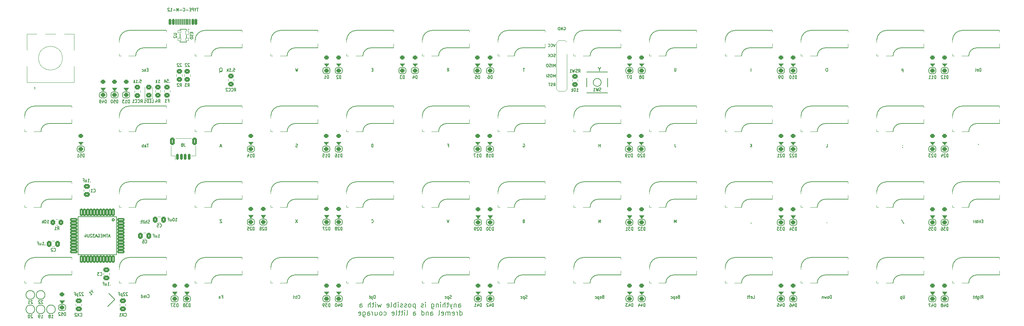
<source format=gbo>
G04 #@! TF.GenerationSoftware,KiCad,Pcbnew,(6.0.5-0)*
G04 #@! TF.CreationDate,2022-09-07T06:39:23-05:00*
G04 #@! TF.ProjectId,pcb,7063622e-6b69-4636-9164-5f7063625858,rev?*
G04 #@! TF.SameCoordinates,Original*
G04 #@! TF.FileFunction,Legend,Bot*
G04 #@! TF.FilePolarity,Positive*
%FSLAX46Y46*%
G04 Gerber Fmt 4.6, Leading zero omitted, Abs format (unit mm)*
G04 Created by KiCad (PCBNEW (6.0.5-0)) date 2022-09-07 06:39:23*
%MOMM*%
%LPD*%
G01*
G04 APERTURE LIST*
G04 Aperture macros list*
%AMRoundRect*
0 Rectangle with rounded corners*
0 $1 Rounding radius*
0 $2 $3 $4 $5 $6 $7 $8 $9 X,Y pos of 4 corners*
0 Add a 4 corners polygon primitive as box body*
4,1,4,$2,$3,$4,$5,$6,$7,$8,$9,$2,$3,0*
0 Add four circle primitives for the rounded corners*
1,1,$1+$1,$2,$3*
1,1,$1+$1,$4,$5*
1,1,$1+$1,$6,$7*
1,1,$1+$1,$8,$9*
0 Add four rect primitives between the rounded corners*
20,1,$1+$1,$2,$3,$4,$5,0*
20,1,$1+$1,$4,$5,$6,$7,0*
20,1,$1+$1,$6,$7,$8,$9,0*
20,1,$1+$1,$8,$9,$2,$3,0*%
%AMRotRect*
0 Rectangle, with rotation*
0 The origin of the aperture is its center*
0 $1 length*
0 $2 width*
0 $3 Rotation angle, in degrees counterclockwise*
0 Add horizontal line*
21,1,$1,$2,0,0,$3*%
G04 Aperture macros list end*
%ADD10C,0.150000*%
%ADD11C,0.200000*%
%ADD12C,0.127000*%
%ADD13C,0.120000*%
%ADD14C,0.100000*%
%ADD15C,0.203200*%
%ADD16C,0.254000*%
%ADD17C,3.000000*%
%ADD18C,1.750000*%
%ADD19C,3.987800*%
%ADD20R,2.550000X2.500000*%
%ADD21R,2.000000X2.000000*%
%ADD22C,2.000000*%
%ADD23R,2.000000X3.200000*%
%ADD24C,3.800000*%
%ADD25C,2.250000*%
%ADD26RoundRect,0.250000X0.475000X-0.337500X0.475000X0.337500X-0.475000X0.337500X-0.475000X-0.337500X0*%
%ADD27RoundRect,0.250000X0.350000X-0.250000X0.350000X0.250000X-0.350000X0.250000X-0.350000X-0.250000X0*%
%ADD28O,1.700000X1.700000*%
%ADD29R,1.700000X1.700000*%
%ADD30R,1.800000X1.100000*%
%ADD31RoundRect,0.200000X0.750000X0.250000X-0.750000X0.250000X-0.750000X-0.250000X0.750000X-0.250000X0*%
%ADD32RoundRect,0.200000X0.250000X0.750000X-0.250000X0.750000X-0.250000X-0.750000X0.250000X-0.750000X0*%
%ADD33RoundRect,0.250000X-0.475000X0.337500X-0.475000X-0.337500X0.475000X-0.337500X0.475000X0.337500X0*%
%ADD34RotRect,2.100000X1.800000X225.000000*%
%ADD35RoundRect,0.249999X0.450001X-0.325001X0.450001X0.325001X-0.450001X0.325001X-0.450001X-0.325001X0*%
%ADD36C,0.650000*%
%ADD37RoundRect,0.150000X-0.150000X-0.575000X0.150000X-0.575000X0.150000X0.575000X-0.150000X0.575000X0*%
%ADD38RoundRect,0.075000X-0.075000X-0.650000X0.075000X-0.650000X0.075000X0.650000X-0.075000X0.650000X0*%
%ADD39O,1.300000X2.400000*%
%ADD40O,1.300000X1.900000*%
%ADD41RoundRect,0.249999X-0.450001X0.325001X-0.450001X-0.325001X0.450001X-0.325001X0.450001X0.325001X0*%
%ADD42RoundRect,0.250000X0.337500X0.475000X-0.337500X0.475000X-0.337500X-0.475000X0.337500X-0.475000X0*%
%ADD43RoundRect,0.250000X-0.337500X-0.475000X0.337500X-0.475000X0.337500X0.475000X-0.337500X0.475000X0*%
%ADD44RoundRect,0.249999X-0.325001X-0.450001X0.325001X-0.450001X0.325001X0.450001X-0.325001X0.450001X0*%
%ADD45RoundRect,0.050000X-0.350000X0.500000X-0.350000X-0.500000X0.350000X-0.500000X0.350000X0.500000X0*%
%ADD46RoundRect,0.050000X-0.350000X0.300000X-0.350000X-0.300000X0.350000X-0.300000X0.350000X0.300000X0*%
%ADD47C,1.700000*%
%ADD48RoundRect,0.150000X-0.150000X-0.625000X0.150000X-0.625000X0.150000X0.625000X-0.150000X0.625000X0*%
%ADD49RoundRect,0.250000X-0.350000X-0.650000X0.350000X-0.650000X0.350000X0.650000X-0.350000X0.650000X0*%
G04 APERTURE END LIST*
D10*
X182090313Y-94213412D02*
X181990313Y-94251507D01*
X181956979Y-94289602D01*
X181923646Y-94365793D01*
X181923646Y-94480078D01*
X181956979Y-94556269D01*
X181990313Y-94594364D01*
X182056979Y-94632459D01*
X182323646Y-94632459D01*
X182323646Y-93832459D01*
X182090313Y-93832459D01*
X182023646Y-93870555D01*
X181990313Y-93908650D01*
X181956979Y-93984840D01*
X181956979Y-94061031D01*
X181990313Y-94137221D01*
X182023646Y-94175316D01*
X182090313Y-94213412D01*
X182323646Y-94213412D01*
X220473678Y-94632459D02*
X220473678Y-93832459D01*
X220240345Y-94403888D01*
X220007011Y-93832459D01*
X220007011Y-94632459D01*
X162873630Y-56532427D02*
X163106963Y-56151475D01*
X163273630Y-56532427D02*
X163273630Y-55732427D01*
X163006963Y-55732427D01*
X162940297Y-55770523D01*
X162906963Y-55808618D01*
X162873630Y-55884808D01*
X162873630Y-55999094D01*
X162906963Y-56075284D01*
X162940297Y-56113380D01*
X163006963Y-56151475D01*
X163273630Y-56151475D01*
X163323630Y-93832459D02*
X163090297Y-94632459D01*
X162856963Y-93832459D01*
D11*
X165733082Y-115853176D02*
X165733082Y-115198414D01*
X165792605Y-115079366D01*
X165911653Y-115019842D01*
X166149748Y-115019842D01*
X166268796Y-115079366D01*
X165733082Y-115793652D02*
X165852129Y-115853176D01*
X166149748Y-115853176D01*
X166268796Y-115793652D01*
X166328320Y-115674604D01*
X166328320Y-115555557D01*
X166268796Y-115436509D01*
X166149748Y-115376985D01*
X165852129Y-115376985D01*
X165733082Y-115317461D01*
X165137844Y-115019842D02*
X165137844Y-115853176D01*
X165137844Y-115138890D02*
X165078320Y-115079366D01*
X164959272Y-115019842D01*
X164780701Y-115019842D01*
X164661653Y-115079366D01*
X164602129Y-115198414D01*
X164602129Y-115853176D01*
X164125939Y-115019842D02*
X163828320Y-115853176D01*
X163530701Y-115019842D02*
X163828320Y-115853176D01*
X163947367Y-116150795D01*
X164006891Y-116210319D01*
X164125939Y-116269842D01*
X163233082Y-115019842D02*
X162756891Y-115019842D01*
X163054510Y-114603176D02*
X163054510Y-115674604D01*
X162994986Y-115793652D01*
X162875939Y-115853176D01*
X162756891Y-115853176D01*
X162340225Y-115853176D02*
X162340225Y-114603176D01*
X161804510Y-115853176D02*
X161804510Y-115198414D01*
X161864034Y-115079366D01*
X161983082Y-115019842D01*
X162161653Y-115019842D01*
X162280701Y-115079366D01*
X162340225Y-115138890D01*
X161209272Y-115853176D02*
X161209272Y-115019842D01*
X161209272Y-114603176D02*
X161268796Y-114662700D01*
X161209272Y-114722223D01*
X161149748Y-114662700D01*
X161209272Y-114603176D01*
X161209272Y-114722223D01*
X160614034Y-115019842D02*
X160614034Y-115853176D01*
X160614034Y-115138890D02*
X160554510Y-115079366D01*
X160435463Y-115019842D01*
X160256891Y-115019842D01*
X160137844Y-115079366D01*
X160078320Y-115198414D01*
X160078320Y-115853176D01*
X158947367Y-115019842D02*
X158947367Y-116031747D01*
X159006891Y-116150795D01*
X159066415Y-116210319D01*
X159185463Y-116269842D01*
X159364034Y-116269842D01*
X159483082Y-116210319D01*
X158947367Y-115793652D02*
X159066415Y-115853176D01*
X159304510Y-115853176D01*
X159423558Y-115793652D01*
X159483082Y-115734128D01*
X159542605Y-115615080D01*
X159542605Y-115257938D01*
X159483082Y-115138890D01*
X159423558Y-115079366D01*
X159304510Y-115019842D01*
X159066415Y-115019842D01*
X158947367Y-115079366D01*
X157399748Y-115853176D02*
X157399748Y-115019842D01*
X157399748Y-114603176D02*
X157459272Y-114662700D01*
X157399748Y-114722223D01*
X157340225Y-114662700D01*
X157399748Y-114603176D01*
X157399748Y-114722223D01*
X156864034Y-115793652D02*
X156744986Y-115853176D01*
X156506891Y-115853176D01*
X156387844Y-115793652D01*
X156328320Y-115674604D01*
X156328320Y-115615080D01*
X156387844Y-115496033D01*
X156506891Y-115436509D01*
X156685463Y-115436509D01*
X156804510Y-115376985D01*
X156864034Y-115257938D01*
X156864034Y-115198414D01*
X156804510Y-115079366D01*
X156685463Y-115019842D01*
X156506891Y-115019842D01*
X156387844Y-115079366D01*
X154840225Y-115019842D02*
X154840225Y-116269842D01*
X154840225Y-115079366D02*
X154721177Y-115019842D01*
X154483082Y-115019842D01*
X154364034Y-115079366D01*
X154304510Y-115138890D01*
X154244986Y-115257938D01*
X154244986Y-115615080D01*
X154304510Y-115734128D01*
X154364034Y-115793652D01*
X154483082Y-115853176D01*
X154721177Y-115853176D01*
X154840225Y-115793652D01*
X153530701Y-115853176D02*
X153649748Y-115793652D01*
X153709272Y-115734128D01*
X153768796Y-115615080D01*
X153768796Y-115257938D01*
X153709272Y-115138890D01*
X153649748Y-115079366D01*
X153530701Y-115019842D01*
X153352129Y-115019842D01*
X153233082Y-115079366D01*
X153173558Y-115138890D01*
X153114034Y-115257938D01*
X153114034Y-115615080D01*
X153173558Y-115734128D01*
X153233082Y-115793652D01*
X153352129Y-115853176D01*
X153530701Y-115853176D01*
X152637844Y-115793652D02*
X152518796Y-115853176D01*
X152280701Y-115853176D01*
X152161653Y-115793652D01*
X152102129Y-115674604D01*
X152102129Y-115615080D01*
X152161653Y-115496033D01*
X152280701Y-115436509D01*
X152459272Y-115436509D01*
X152578320Y-115376985D01*
X152637844Y-115257938D01*
X152637844Y-115198414D01*
X152578320Y-115079366D01*
X152459272Y-115019842D01*
X152280701Y-115019842D01*
X152161653Y-115079366D01*
X151625939Y-115793652D02*
X151506891Y-115853176D01*
X151268796Y-115853176D01*
X151149748Y-115793652D01*
X151090225Y-115674604D01*
X151090225Y-115615080D01*
X151149748Y-115496033D01*
X151268796Y-115436509D01*
X151447367Y-115436509D01*
X151566415Y-115376985D01*
X151625939Y-115257938D01*
X151625939Y-115198414D01*
X151566415Y-115079366D01*
X151447367Y-115019842D01*
X151268796Y-115019842D01*
X151149748Y-115079366D01*
X150554510Y-115853176D02*
X150554510Y-115019842D01*
X150554510Y-114603176D02*
X150614034Y-114662700D01*
X150554510Y-114722223D01*
X150494986Y-114662700D01*
X150554510Y-114603176D01*
X150554510Y-114722223D01*
X149959272Y-115853176D02*
X149959272Y-114603176D01*
X149959272Y-115079366D02*
X149840225Y-115019842D01*
X149602129Y-115019842D01*
X149483082Y-115079366D01*
X149423558Y-115138890D01*
X149364034Y-115257938D01*
X149364034Y-115615080D01*
X149423558Y-115734128D01*
X149483082Y-115793652D01*
X149602129Y-115853176D01*
X149840225Y-115853176D01*
X149959272Y-115793652D01*
X148649748Y-115853176D02*
X148768796Y-115793652D01*
X148828320Y-115674604D01*
X148828320Y-114603176D01*
X147697367Y-115793652D02*
X147816415Y-115853176D01*
X148054510Y-115853176D01*
X148173558Y-115793652D01*
X148233082Y-115674604D01*
X148233082Y-115198414D01*
X148173558Y-115079366D01*
X148054510Y-115019842D01*
X147816415Y-115019842D01*
X147697367Y-115079366D01*
X147637844Y-115198414D01*
X147637844Y-115317461D01*
X148233082Y-115436509D01*
X146268796Y-115019842D02*
X146030701Y-115853176D01*
X145792605Y-115257938D01*
X145554510Y-115853176D01*
X145316415Y-115019842D01*
X144840225Y-115853176D02*
X144840225Y-115019842D01*
X144840225Y-114603176D02*
X144899748Y-114662700D01*
X144840225Y-114722223D01*
X144780701Y-114662700D01*
X144840225Y-114603176D01*
X144840225Y-114722223D01*
X144423558Y-115019842D02*
X143947367Y-115019842D01*
X144244986Y-114603176D02*
X144244986Y-115674604D01*
X144185463Y-115793652D01*
X144066415Y-115853176D01*
X143947367Y-115853176D01*
X143530701Y-115853176D02*
X143530701Y-114603176D01*
X142994986Y-115853176D02*
X142994986Y-115198414D01*
X143054510Y-115079366D01*
X143173558Y-115019842D01*
X143352129Y-115019842D01*
X143471177Y-115079366D01*
X143530701Y-115138890D01*
X140911653Y-115853176D02*
X140911653Y-115198414D01*
X140971177Y-115079366D01*
X141090225Y-115019842D01*
X141328320Y-115019842D01*
X141447367Y-115079366D01*
X140911653Y-115793652D02*
X141030701Y-115853176D01*
X141328320Y-115853176D01*
X141447367Y-115793652D01*
X141506891Y-115674604D01*
X141506891Y-115555557D01*
X141447367Y-115436509D01*
X141328320Y-115376985D01*
X141030701Y-115376985D01*
X140911653Y-115317461D01*
X166030701Y-117865676D02*
X166030701Y-116615676D01*
X166030701Y-117806152D02*
X166149748Y-117865676D01*
X166387844Y-117865676D01*
X166506891Y-117806152D01*
X166566415Y-117746628D01*
X166625939Y-117627580D01*
X166625939Y-117270438D01*
X166566415Y-117151390D01*
X166506891Y-117091866D01*
X166387844Y-117032342D01*
X166149748Y-117032342D01*
X166030701Y-117091866D01*
X165435463Y-117865676D02*
X165435463Y-117032342D01*
X165435463Y-117270438D02*
X165375939Y-117151390D01*
X165316415Y-117091866D01*
X165197367Y-117032342D01*
X165078320Y-117032342D01*
X164185463Y-117806152D02*
X164304510Y-117865676D01*
X164542605Y-117865676D01*
X164661653Y-117806152D01*
X164721177Y-117687104D01*
X164721177Y-117210914D01*
X164661653Y-117091866D01*
X164542605Y-117032342D01*
X164304510Y-117032342D01*
X164185463Y-117091866D01*
X164125939Y-117210914D01*
X164125939Y-117329961D01*
X164721177Y-117449009D01*
X163590225Y-117865676D02*
X163590225Y-117032342D01*
X163590225Y-117151390D02*
X163530701Y-117091866D01*
X163411653Y-117032342D01*
X163233082Y-117032342D01*
X163114034Y-117091866D01*
X163054510Y-117210914D01*
X163054510Y-117865676D01*
X163054510Y-117210914D02*
X162994986Y-117091866D01*
X162875939Y-117032342D01*
X162697367Y-117032342D01*
X162578320Y-117091866D01*
X162518796Y-117210914D01*
X162518796Y-117865676D01*
X161447367Y-117806152D02*
X161566415Y-117865676D01*
X161804510Y-117865676D01*
X161923558Y-117806152D01*
X161983082Y-117687104D01*
X161983082Y-117210914D01*
X161923558Y-117091866D01*
X161804510Y-117032342D01*
X161566415Y-117032342D01*
X161447367Y-117091866D01*
X161387844Y-117210914D01*
X161387844Y-117329961D01*
X161983082Y-117449009D01*
X160673558Y-117865676D02*
X160792605Y-117806152D01*
X160852129Y-117687104D01*
X160852129Y-116615676D01*
X158709272Y-117865676D02*
X158709272Y-117210914D01*
X158768796Y-117091866D01*
X158887844Y-117032342D01*
X159125939Y-117032342D01*
X159244986Y-117091866D01*
X158709272Y-117806152D02*
X158828320Y-117865676D01*
X159125939Y-117865676D01*
X159244986Y-117806152D01*
X159304510Y-117687104D01*
X159304510Y-117568057D01*
X159244986Y-117449009D01*
X159125939Y-117389485D01*
X158828320Y-117389485D01*
X158709272Y-117329961D01*
X158114034Y-117032342D02*
X158114034Y-117865676D01*
X158114034Y-117151390D02*
X158054510Y-117091866D01*
X157935463Y-117032342D01*
X157756891Y-117032342D01*
X157637844Y-117091866D01*
X157578320Y-117210914D01*
X157578320Y-117865676D01*
X156447367Y-117865676D02*
X156447367Y-116615676D01*
X156447367Y-117806152D02*
X156566415Y-117865676D01*
X156804510Y-117865676D01*
X156923558Y-117806152D01*
X156983082Y-117746628D01*
X157042605Y-117627580D01*
X157042605Y-117270438D01*
X156983082Y-117151390D01*
X156923558Y-117091866D01*
X156804510Y-117032342D01*
X156566415Y-117032342D01*
X156447367Y-117091866D01*
X154364034Y-117865676D02*
X154364034Y-117210914D01*
X154423558Y-117091866D01*
X154542605Y-117032342D01*
X154780701Y-117032342D01*
X154899748Y-117091866D01*
X154364034Y-117806152D02*
X154483082Y-117865676D01*
X154780701Y-117865676D01*
X154899748Y-117806152D01*
X154959272Y-117687104D01*
X154959272Y-117568057D01*
X154899748Y-117449009D01*
X154780701Y-117389485D01*
X154483082Y-117389485D01*
X154364034Y-117329961D01*
X152637844Y-117865676D02*
X152756891Y-117806152D01*
X152816415Y-117687104D01*
X152816415Y-116615676D01*
X152161653Y-117865676D02*
X152161653Y-117032342D01*
X152161653Y-116615676D02*
X152221177Y-116675200D01*
X152161653Y-116734723D01*
X152102129Y-116675200D01*
X152161653Y-116615676D01*
X152161653Y-116734723D01*
X151744986Y-117032342D02*
X151268796Y-117032342D01*
X151566415Y-116615676D02*
X151566415Y-117687104D01*
X151506891Y-117806152D01*
X151387844Y-117865676D01*
X151268796Y-117865676D01*
X151030701Y-117032342D02*
X150554510Y-117032342D01*
X150852129Y-116615676D02*
X150852129Y-117687104D01*
X150792605Y-117806152D01*
X150673558Y-117865676D01*
X150554510Y-117865676D01*
X149959272Y-117865676D02*
X150078320Y-117806152D01*
X150137844Y-117687104D01*
X150137844Y-116615676D01*
X149006891Y-117806152D02*
X149125939Y-117865676D01*
X149364034Y-117865676D01*
X149483082Y-117806152D01*
X149542605Y-117687104D01*
X149542605Y-117210914D01*
X149483082Y-117091866D01*
X149364034Y-117032342D01*
X149125939Y-117032342D01*
X149006891Y-117091866D01*
X148947367Y-117210914D01*
X148947367Y-117329961D01*
X149542605Y-117449009D01*
X146923558Y-117806152D02*
X147042605Y-117865676D01*
X147280701Y-117865676D01*
X147399748Y-117806152D01*
X147459272Y-117746628D01*
X147518796Y-117627580D01*
X147518796Y-117270438D01*
X147459272Y-117151390D01*
X147399748Y-117091866D01*
X147280701Y-117032342D01*
X147042605Y-117032342D01*
X146923558Y-117091866D01*
X146209272Y-117865676D02*
X146328320Y-117806152D01*
X146387844Y-117746628D01*
X146447367Y-117627580D01*
X146447367Y-117270438D01*
X146387844Y-117151390D01*
X146328320Y-117091866D01*
X146209272Y-117032342D01*
X146030701Y-117032342D01*
X145911653Y-117091866D01*
X145852129Y-117151390D01*
X145792605Y-117270438D01*
X145792605Y-117627580D01*
X145852129Y-117746628D01*
X145911653Y-117806152D01*
X146030701Y-117865676D01*
X146209272Y-117865676D01*
X144721177Y-117032342D02*
X144721177Y-117865676D01*
X145256891Y-117032342D02*
X145256891Y-117687104D01*
X145197367Y-117806152D01*
X145078320Y-117865676D01*
X144899748Y-117865676D01*
X144780701Y-117806152D01*
X144721177Y-117746628D01*
X144125939Y-117865676D02*
X144125939Y-117032342D01*
X144125939Y-117270438D02*
X144066415Y-117151390D01*
X144006891Y-117091866D01*
X143887844Y-117032342D01*
X143768796Y-117032342D01*
X142816415Y-117865676D02*
X142816415Y-117210914D01*
X142875939Y-117091866D01*
X142994986Y-117032342D01*
X143233082Y-117032342D01*
X143352129Y-117091866D01*
X142816415Y-117806152D02*
X142935463Y-117865676D01*
X143233082Y-117865676D01*
X143352129Y-117806152D01*
X143411653Y-117687104D01*
X143411653Y-117568057D01*
X143352129Y-117449009D01*
X143233082Y-117389485D01*
X142935463Y-117389485D01*
X142816415Y-117329961D01*
X141685463Y-117032342D02*
X141685463Y-118044247D01*
X141744986Y-118163295D01*
X141804510Y-118222819D01*
X141923558Y-118282342D01*
X142102129Y-118282342D01*
X142221177Y-118222819D01*
X141685463Y-117806152D02*
X141804510Y-117865676D01*
X142042605Y-117865676D01*
X142161653Y-117806152D01*
X142221177Y-117746628D01*
X142280701Y-117627580D01*
X142280701Y-117270438D01*
X142221177Y-117151390D01*
X142161653Y-117091866D01*
X142042605Y-117032342D01*
X141804510Y-117032342D01*
X141685463Y-117091866D01*
X140614034Y-117806152D02*
X140733082Y-117865676D01*
X140971177Y-117865676D01*
X141090225Y-117806152D01*
X141149748Y-117687104D01*
X141149748Y-117210914D01*
X141090225Y-117091866D01*
X140971177Y-117032342D01*
X140733082Y-117032342D01*
X140614034Y-117091866D01*
X140554510Y-117210914D01*
X140554510Y-117329961D01*
X141149748Y-117449009D01*
D10*
X162990297Y-75163396D02*
X163223630Y-75163396D01*
X163223630Y-75582443D02*
X163223630Y-74782443D01*
X162890297Y-74782443D01*
X201390329Y-94632459D02*
X201390329Y-93832459D01*
X200990329Y-94632459D01*
X200990329Y-93832459D01*
X144223614Y-75582443D02*
X144223614Y-74782443D01*
X144056947Y-74782443D01*
X143956947Y-74820539D01*
X143890281Y-74896729D01*
X143856947Y-74972919D01*
X143823614Y-75125300D01*
X143823614Y-75239586D01*
X143856947Y-75391967D01*
X143890281Y-75468158D01*
X143956947Y-75544348D01*
X144056947Y-75582443D01*
X144223614Y-75582443D01*
X258407043Y-55732427D02*
X258273710Y-55732427D01*
X258207043Y-55770523D01*
X258140377Y-55846713D01*
X258107043Y-55999094D01*
X258107043Y-56265761D01*
X258140377Y-56418142D01*
X258207043Y-56494332D01*
X258273710Y-56532427D01*
X258407043Y-56532427D01*
X258473710Y-56494332D01*
X258540377Y-56418142D01*
X258573710Y-56265761D01*
X258573710Y-55999094D01*
X258540377Y-55846713D01*
X258473710Y-55770523D01*
X258407043Y-55732427D01*
X87999031Y-94723809D02*
X87899031Y-94761904D01*
X87732364Y-94761904D01*
X87665698Y-94723809D01*
X87632364Y-94685714D01*
X87599031Y-94609523D01*
X87599031Y-94533333D01*
X87632364Y-94457142D01*
X87665698Y-94419047D01*
X87732364Y-94380952D01*
X87865698Y-94342857D01*
X87932364Y-94304761D01*
X87965698Y-94266666D01*
X87999031Y-94190476D01*
X87999031Y-94114285D01*
X87965698Y-94038095D01*
X87932364Y-94000000D01*
X87865698Y-93961904D01*
X87699031Y-93961904D01*
X87599031Y-94000000D01*
X87299031Y-94761904D02*
X87299031Y-93961904D01*
X86999031Y-94761904D02*
X86999031Y-94342857D01*
X87032364Y-94266666D01*
X87099031Y-94228571D01*
X87199031Y-94228571D01*
X87265698Y-94266666D01*
X87299031Y-94304761D01*
X86665698Y-94761904D02*
X86665698Y-94228571D01*
X86665698Y-93961904D02*
X86699031Y-94000000D01*
X86665698Y-94038095D01*
X86632364Y-94000000D01*
X86665698Y-93961904D01*
X86665698Y-94038095D01*
X86432364Y-94228571D02*
X86165698Y-94228571D01*
X86332364Y-94761904D02*
X86332364Y-94076190D01*
X86299031Y-94000000D01*
X86232364Y-93961904D01*
X86165698Y-93961904D01*
X86032364Y-94228571D02*
X85765698Y-94228571D01*
X85932364Y-93961904D02*
X85932364Y-94647619D01*
X85899031Y-94723809D01*
X85832364Y-94761904D01*
X85765698Y-94761904D01*
X259523710Y-113682475D02*
X259523710Y-112882475D01*
X259357043Y-112882475D01*
X259257043Y-112920571D01*
X259190377Y-112996761D01*
X259157043Y-113072951D01*
X259123710Y-113225332D01*
X259123710Y-113339618D01*
X259157043Y-113491999D01*
X259190377Y-113568190D01*
X259257043Y-113644380D01*
X259357043Y-113682475D01*
X259523710Y-113682475D01*
X258723710Y-113682475D02*
X258790377Y-113644380D01*
X258823710Y-113606285D01*
X258857043Y-113530094D01*
X258857043Y-113301523D01*
X258823710Y-113225332D01*
X258790377Y-113187237D01*
X258723710Y-113149142D01*
X258623710Y-113149142D01*
X258557043Y-113187237D01*
X258523710Y-113225332D01*
X258490377Y-113301523D01*
X258490377Y-113530094D01*
X258523710Y-113606285D01*
X258557043Y-113644380D01*
X258623710Y-113682475D01*
X258723710Y-113682475D01*
X258257043Y-113149142D02*
X258123710Y-113682475D01*
X257990377Y-113301523D01*
X257857043Y-113682475D01*
X257723710Y-113149142D01*
X257457043Y-113149142D02*
X257457043Y-113682475D01*
X257457043Y-113225332D02*
X257423710Y-113187237D01*
X257357043Y-113149142D01*
X257257043Y-113149142D01*
X257190377Y-113187237D01*
X257157043Y-113263428D01*
X257157043Y-113682475D01*
X220140345Y-74782443D02*
X220140345Y-75353872D01*
X220173678Y-75468158D01*
X220240345Y-75544348D01*
X220340345Y-75582443D01*
X220407011Y-75582443D01*
X297223742Y-113682475D02*
X297457075Y-113301523D01*
X297623742Y-113682475D02*
X297623742Y-112882475D01*
X297357075Y-112882475D01*
X297290409Y-112920571D01*
X297257075Y-112958666D01*
X297223742Y-113034856D01*
X297223742Y-113149142D01*
X297257075Y-113225332D01*
X297290409Y-113263428D01*
X297357075Y-113301523D01*
X297623742Y-113301523D01*
X296923742Y-113682475D02*
X296923742Y-113149142D01*
X296923742Y-112882475D02*
X296957075Y-112920571D01*
X296923742Y-112958666D01*
X296890409Y-112920571D01*
X296923742Y-112882475D01*
X296923742Y-112958666D01*
X296290409Y-113149142D02*
X296290409Y-113796761D01*
X296323742Y-113872951D01*
X296357075Y-113911047D01*
X296423742Y-113949142D01*
X296523742Y-113949142D01*
X296590409Y-113911047D01*
X296290409Y-113644380D02*
X296357075Y-113682475D01*
X296490409Y-113682475D01*
X296557075Y-113644380D01*
X296590409Y-113606285D01*
X296623742Y-113530094D01*
X296623742Y-113301523D01*
X296590409Y-113225332D01*
X296557075Y-113187237D01*
X296490409Y-113149142D01*
X296357075Y-113149142D01*
X296290409Y-113187237D01*
X295957075Y-113682475D02*
X295957075Y-112882475D01*
X295657075Y-113682475D02*
X295657075Y-113263428D01*
X295690409Y-113187237D01*
X295757075Y-113149142D01*
X295857075Y-113149142D01*
X295923742Y-113187237D01*
X295957075Y-113225332D01*
X295423742Y-113149142D02*
X295157075Y-113149142D01*
X295323742Y-112882475D02*
X295323742Y-113568190D01*
X295290409Y-113644380D01*
X295223742Y-113682475D01*
X295157075Y-113682475D01*
X239290361Y-56532427D02*
X239290361Y-55732427D01*
X181956979Y-74820539D02*
X182023646Y-74782443D01*
X182123646Y-74782443D01*
X182223646Y-74820539D01*
X182290313Y-74896729D01*
X182323646Y-74972919D01*
X182356979Y-75125300D01*
X182356979Y-75239586D01*
X182323646Y-75391967D01*
X182290313Y-75468158D01*
X182223646Y-75544348D01*
X182123646Y-75582443D01*
X182056979Y-75582443D01*
X181956979Y-75544348D01*
X181923646Y-75506253D01*
X181923646Y-75239586D01*
X182056979Y-75239586D01*
X277357059Y-75544348D02*
X277357059Y-75582443D01*
X277390393Y-75658634D01*
X277423726Y-75696729D01*
X277390393Y-75087205D02*
X277357059Y-75125300D01*
X277390393Y-75163396D01*
X277423726Y-75125300D01*
X277390393Y-75087205D01*
X277390393Y-75163396D01*
X144190281Y-56113380D02*
X143956947Y-56113380D01*
X143856947Y-56532427D02*
X144190281Y-56532427D01*
X144190281Y-55732427D01*
X143856947Y-55732427D01*
X125190265Y-75544348D02*
X125090265Y-75582443D01*
X124923598Y-75582443D01*
X124856931Y-75544348D01*
X124823598Y-75506253D01*
X124790265Y-75430062D01*
X124790265Y-75353872D01*
X124823598Y-75277681D01*
X124856931Y-75239586D01*
X124923598Y-75201491D01*
X125056931Y-75163396D01*
X125123598Y-75125300D01*
X125156931Y-75087205D01*
X125190265Y-75011015D01*
X125190265Y-74934824D01*
X125156931Y-74858634D01*
X125123598Y-74820539D01*
X125056931Y-74782443D01*
X124890265Y-74782443D01*
X124790265Y-74820539D01*
X220413553Y-55674056D02*
X220413553Y-56321675D01*
X220380219Y-56397866D01*
X220346886Y-56435961D01*
X220280219Y-56474056D01*
X220146886Y-56474056D01*
X220080219Y-56435961D01*
X220046886Y-56397866D01*
X220013553Y-56321675D01*
X220013553Y-55674056D01*
X258340377Y-94556269D02*
X258307043Y-94594364D01*
X258340377Y-94632459D01*
X258373710Y-94594364D01*
X258340377Y-94556269D01*
X258340377Y-94632459D01*
X296407075Y-74782443D02*
X296473742Y-74934824D01*
X202040329Y-113263428D02*
X201940329Y-113301523D01*
X201906995Y-113339618D01*
X201873662Y-113415809D01*
X201873662Y-113530094D01*
X201906995Y-113606285D01*
X201940329Y-113644380D01*
X202006995Y-113682475D01*
X202273662Y-113682475D01*
X202273662Y-112882475D01*
X202040329Y-112882475D01*
X201973662Y-112920571D01*
X201940329Y-112958666D01*
X201906995Y-113034856D01*
X201906995Y-113111047D01*
X201940329Y-113187237D01*
X201973662Y-113225332D01*
X202040329Y-113263428D01*
X202273662Y-113263428D01*
X201606995Y-113644380D02*
X201540329Y-113682475D01*
X201406995Y-113682475D01*
X201340329Y-113644380D01*
X201306995Y-113568190D01*
X201306995Y-113530094D01*
X201340329Y-113453904D01*
X201406995Y-113415809D01*
X201506995Y-113415809D01*
X201573662Y-113377713D01*
X201606995Y-113301523D01*
X201606995Y-113263428D01*
X201573662Y-113187237D01*
X201506995Y-113149142D01*
X201406995Y-113149142D01*
X201340329Y-113187237D01*
X201006995Y-113149142D02*
X201006995Y-113949142D01*
X201006995Y-113187237D02*
X200940329Y-113149142D01*
X200806995Y-113149142D01*
X200740329Y-113187237D01*
X200706995Y-113225332D01*
X200673662Y-113301523D01*
X200673662Y-113530094D01*
X200706995Y-113606285D01*
X200740329Y-113644380D01*
X200806995Y-113682475D01*
X200940329Y-113682475D01*
X201006995Y-113644380D01*
X200073662Y-113644380D02*
X200140329Y-113682475D01*
X200273662Y-113682475D01*
X200340329Y-113644380D01*
X200373662Y-113606285D01*
X200406995Y-113530094D01*
X200406995Y-113301523D01*
X200373662Y-113225332D01*
X200340329Y-113187237D01*
X200273662Y-113149142D01*
X200140329Y-113149142D01*
X200073662Y-113187237D01*
X277090393Y-93794364D02*
X277690393Y-94822935D01*
X201390329Y-75582443D02*
X201390329Y-74782443D01*
X201390329Y-75163396D02*
X200990329Y-75163396D01*
X200990329Y-75582443D02*
X200990329Y-74782443D01*
X297107075Y-56532427D02*
X297107075Y-55732427D01*
X296940409Y-55732427D01*
X296840409Y-55770523D01*
X296773742Y-55846713D01*
X296740409Y-55922903D01*
X296707075Y-56075284D01*
X296707075Y-56189570D01*
X296740409Y-56341951D01*
X296773742Y-56418142D01*
X296840409Y-56494332D01*
X296940409Y-56532427D01*
X297107075Y-56532427D01*
X296140409Y-56494332D02*
X296207075Y-56532427D01*
X296340409Y-56532427D01*
X296407075Y-56494332D01*
X296440409Y-56418142D01*
X296440409Y-56113380D01*
X296407075Y-56037189D01*
X296340409Y-55999094D01*
X296207075Y-55999094D01*
X296140409Y-56037189D01*
X296107075Y-56113380D01*
X296107075Y-56189570D01*
X296440409Y-56265761D01*
X295707075Y-56532427D02*
X295773742Y-56494332D01*
X295807075Y-56418142D01*
X295807075Y-55732427D01*
X106106915Y-75353872D02*
X105773582Y-75353872D01*
X106173582Y-75582443D02*
X105940249Y-74782443D01*
X105706915Y-75582443D01*
X87482364Y-113395184D02*
X87515698Y-113433279D01*
X87615698Y-113471374D01*
X87682364Y-113471374D01*
X87782364Y-113433279D01*
X87849031Y-113357089D01*
X87882364Y-113280898D01*
X87915698Y-113128517D01*
X87915698Y-113014231D01*
X87882364Y-112861850D01*
X87849031Y-112785660D01*
X87782364Y-112709470D01*
X87682364Y-112671374D01*
X87615698Y-112671374D01*
X87515698Y-112709470D01*
X87482364Y-112747565D01*
X87182364Y-113471374D02*
X87182364Y-112938041D01*
X87182364Y-113014231D02*
X87149031Y-112976136D01*
X87082364Y-112938041D01*
X86982364Y-112938041D01*
X86915698Y-112976136D01*
X86882364Y-113052327D01*
X86882364Y-113471374D01*
X86882364Y-113052327D02*
X86849031Y-112976136D01*
X86782364Y-112938041D01*
X86682364Y-112938041D01*
X86615698Y-112976136D01*
X86582364Y-113052327D01*
X86582364Y-113471374D01*
X85949031Y-113471374D02*
X85949031Y-112671374D01*
X85949031Y-113433279D02*
X86015698Y-113471374D01*
X86149031Y-113471374D01*
X86215698Y-113433279D01*
X86249031Y-113395184D01*
X86282364Y-113318993D01*
X86282364Y-113090422D01*
X86249031Y-113014231D01*
X86215698Y-112976136D01*
X86149031Y-112938041D01*
X86015698Y-112938041D01*
X85949031Y-112976136D01*
X163906963Y-113644380D02*
X163806963Y-113682475D01*
X163640297Y-113682475D01*
X163573630Y-113644380D01*
X163540297Y-113606285D01*
X163506963Y-113530094D01*
X163506963Y-113453904D01*
X163540297Y-113377713D01*
X163573630Y-113339618D01*
X163640297Y-113301523D01*
X163773630Y-113263428D01*
X163840297Y-113225332D01*
X163873630Y-113187237D01*
X163906963Y-113111047D01*
X163906963Y-113034856D01*
X163873630Y-112958666D01*
X163840297Y-112920571D01*
X163773630Y-112882475D01*
X163606963Y-112882475D01*
X163506963Y-112920571D01*
X163206963Y-113149142D02*
X163206963Y-113949142D01*
X163206963Y-113187237D02*
X163140297Y-113149142D01*
X163006963Y-113149142D01*
X162940297Y-113187237D01*
X162906963Y-113225332D01*
X162873630Y-113301523D01*
X162873630Y-113530094D01*
X162906963Y-113606285D01*
X162940297Y-113644380D01*
X163006963Y-113682475D01*
X163140297Y-113682475D01*
X163206963Y-113644380D01*
X162273630Y-113644380D02*
X162340297Y-113682475D01*
X162473630Y-113682475D01*
X162540297Y-113644380D01*
X162573630Y-113606285D01*
X162606963Y-113530094D01*
X162606963Y-113301523D01*
X162573630Y-113225332D01*
X162540297Y-113187237D01*
X162473630Y-113149142D01*
X162340297Y-113149142D01*
X162273630Y-113187237D01*
X182956979Y-113644380D02*
X182856979Y-113682475D01*
X182690313Y-113682475D01*
X182623646Y-113644380D01*
X182590313Y-113606285D01*
X182556979Y-113530094D01*
X182556979Y-113453904D01*
X182590313Y-113377713D01*
X182623646Y-113339618D01*
X182690313Y-113301523D01*
X182823646Y-113263428D01*
X182890313Y-113225332D01*
X182923646Y-113187237D01*
X182956979Y-113111047D01*
X182956979Y-113034856D01*
X182923646Y-112958666D01*
X182890313Y-112920571D01*
X182823646Y-112882475D01*
X182656979Y-112882475D01*
X182556979Y-112920571D01*
X182256979Y-113149142D02*
X182256979Y-113949142D01*
X182256979Y-113187237D02*
X182190313Y-113149142D01*
X182056979Y-113149142D01*
X181990313Y-113187237D01*
X181956979Y-113225332D01*
X181923646Y-113301523D01*
X181923646Y-113530094D01*
X181956979Y-113606285D01*
X181990313Y-113644380D01*
X182056979Y-113682475D01*
X182190313Y-113682475D01*
X182256979Y-113644380D01*
X181323646Y-113644380D02*
X181390313Y-113682475D01*
X181523646Y-113682475D01*
X181590313Y-113644380D01*
X181623646Y-113606285D01*
X181656979Y-113530094D01*
X181656979Y-113301523D01*
X181623646Y-113225332D01*
X181590313Y-113187237D01*
X181523646Y-113149142D01*
X181390313Y-113149142D01*
X181323646Y-113187237D01*
X143823614Y-94556269D02*
X143856947Y-94594364D01*
X143956947Y-94632459D01*
X144023614Y-94632459D01*
X144123614Y-94594364D01*
X144190281Y-94518174D01*
X144223614Y-94441983D01*
X144256947Y-94289602D01*
X144256947Y-94175316D01*
X144223614Y-94022935D01*
X144190281Y-93946745D01*
X144123614Y-93870555D01*
X144023614Y-93832459D01*
X143956947Y-93832459D01*
X143856947Y-93870555D01*
X143823614Y-93908650D01*
X106173582Y-93832459D02*
X105706915Y-93832459D01*
X106173582Y-94632459D01*
X105706915Y-94632459D01*
X277573726Y-56668173D02*
X277573726Y-55868173D01*
X277307059Y-55868173D01*
X277240393Y-55906269D01*
X277207059Y-55944364D01*
X277173726Y-56020554D01*
X277173726Y-56134840D01*
X277207059Y-56211030D01*
X277240393Y-56249126D01*
X277307059Y-56287221D01*
X277573726Y-56287221D01*
X144623614Y-112882475D02*
X144490281Y-112882475D01*
X144423614Y-112920571D01*
X144356947Y-112996761D01*
X144323614Y-113149142D01*
X144323614Y-113415809D01*
X144356947Y-113568190D01*
X144423614Y-113644380D01*
X144490281Y-113682475D01*
X144623614Y-113682475D01*
X144690281Y-113644380D01*
X144756947Y-113568190D01*
X144790281Y-113415809D01*
X144790281Y-113149142D01*
X144756947Y-112996761D01*
X144690281Y-112920571D01*
X144623614Y-112882475D01*
X144023614Y-113149142D02*
X144023614Y-113949142D01*
X144023614Y-113187237D02*
X143956947Y-113149142D01*
X143823614Y-113149142D01*
X143756947Y-113187237D01*
X143723614Y-113225332D01*
X143690281Y-113301523D01*
X143690281Y-113530094D01*
X143723614Y-113606285D01*
X143756947Y-113644380D01*
X143823614Y-113682475D01*
X143956947Y-113682475D01*
X144023614Y-113644380D01*
X143490281Y-113149142D02*
X143223614Y-113149142D01*
X143390281Y-112882475D02*
X143390281Y-113568190D01*
X143356947Y-113644380D01*
X143290281Y-113682475D01*
X143223614Y-113682475D01*
X258123710Y-75582443D02*
X258457043Y-75582443D01*
X258457043Y-74782443D01*
X106156915Y-113263428D02*
X106390249Y-113263428D01*
X106390249Y-113682475D02*
X106390249Y-112882475D01*
X106056915Y-112882475D01*
X105790249Y-113149142D02*
X105790249Y-113682475D01*
X105790249Y-113225332D02*
X105756915Y-113187237D01*
X105690249Y-113149142D01*
X105590249Y-113149142D01*
X105523582Y-113187237D01*
X105490249Y-113263428D01*
X105490249Y-113682475D01*
X125290265Y-55732427D02*
X125123598Y-56532427D01*
X124990265Y-55960999D01*
X124856931Y-56532427D01*
X124690265Y-55732427D01*
X125373598Y-113606285D02*
X125406931Y-113644380D01*
X125506931Y-113682475D01*
X125573598Y-113682475D01*
X125673598Y-113644380D01*
X125740265Y-113568190D01*
X125773598Y-113491999D01*
X125806931Y-113339618D01*
X125806931Y-113225332D01*
X125773598Y-113072951D01*
X125740265Y-112996761D01*
X125673598Y-112920571D01*
X125573598Y-112882475D01*
X125506931Y-112882475D01*
X125406931Y-112920571D01*
X125373598Y-112958666D01*
X125173598Y-113149142D02*
X124906931Y-113149142D01*
X125073598Y-112882475D02*
X125073598Y-113568190D01*
X125040265Y-113644380D01*
X124973598Y-113682475D01*
X124906931Y-113682475D01*
X124673598Y-113682475D02*
X124673598Y-113149142D01*
X124673598Y-113301523D02*
X124640265Y-113225332D01*
X124606931Y-113187237D01*
X124540265Y-113149142D01*
X124473598Y-113149142D01*
X124140265Y-113682475D02*
X124206931Y-113644380D01*
X124240265Y-113568190D01*
X124240265Y-112882475D01*
X182340313Y-55732427D02*
X181940313Y-55732427D01*
X182140313Y-56532427D02*
X182140313Y-55732427D01*
X239257027Y-94594364D02*
X239257027Y-94632459D01*
X239290361Y-94708650D01*
X239323694Y-94746745D01*
X277907059Y-112882475D02*
X277907059Y-113530094D01*
X277873726Y-113606285D01*
X277840393Y-113644380D01*
X277773726Y-113682475D01*
X277640393Y-113682475D01*
X277573726Y-113644380D01*
X277540393Y-113606285D01*
X277507059Y-113530094D01*
X277507059Y-112882475D01*
X277173726Y-113149142D02*
X277173726Y-113949142D01*
X277173726Y-113187237D02*
X277107059Y-113149142D01*
X276973726Y-113149142D01*
X276907059Y-113187237D01*
X276873726Y-113225332D01*
X276840393Y-113301523D01*
X276840393Y-113530094D01*
X276873726Y-113606285D01*
X276907059Y-113644380D01*
X276973726Y-113682475D01*
X277107059Y-113682475D01*
X277173726Y-113644380D01*
X87623566Y-56113380D02*
X87390233Y-56113380D01*
X87290233Y-56532427D02*
X87623566Y-56532427D01*
X87623566Y-55732427D01*
X87290233Y-55732427D01*
X87023566Y-56494332D02*
X86956899Y-56532427D01*
X86823566Y-56532427D01*
X86756899Y-56494332D01*
X86723566Y-56418142D01*
X86723566Y-56380046D01*
X86756899Y-56303856D01*
X86823566Y-56265761D01*
X86923566Y-56265761D01*
X86990233Y-56227665D01*
X87023566Y-56151475D01*
X87023566Y-56113380D01*
X86990233Y-56037189D01*
X86923566Y-55999094D01*
X86823566Y-55999094D01*
X86756899Y-56037189D01*
X86123566Y-56494332D02*
X86190233Y-56532427D01*
X86323566Y-56532427D01*
X86390233Y-56494332D01*
X86423566Y-56456237D01*
X86456899Y-56380046D01*
X86456899Y-56151475D01*
X86423566Y-56075284D01*
X86390233Y-56037189D01*
X86323566Y-55999094D01*
X86190233Y-55999094D01*
X86123566Y-56037189D01*
X221090345Y-113263428D02*
X220990345Y-113301523D01*
X220957011Y-113339618D01*
X220923678Y-113415809D01*
X220923678Y-113530094D01*
X220957011Y-113606285D01*
X220990345Y-113644380D01*
X221057011Y-113682475D01*
X221323678Y-113682475D01*
X221323678Y-112882475D01*
X221090345Y-112882475D01*
X221023678Y-112920571D01*
X220990345Y-112958666D01*
X220957011Y-113034856D01*
X220957011Y-113111047D01*
X220990345Y-113187237D01*
X221023678Y-113225332D01*
X221090345Y-113263428D01*
X221323678Y-113263428D01*
X220657011Y-113644380D02*
X220590345Y-113682475D01*
X220457011Y-113682475D01*
X220390345Y-113644380D01*
X220357011Y-113568190D01*
X220357011Y-113530094D01*
X220390345Y-113453904D01*
X220457011Y-113415809D01*
X220557011Y-113415809D01*
X220623678Y-113377713D01*
X220657011Y-113301523D01*
X220657011Y-113263428D01*
X220623678Y-113187237D01*
X220557011Y-113149142D01*
X220457011Y-113149142D01*
X220390345Y-113187237D01*
X220057011Y-113149142D02*
X220057011Y-113949142D01*
X220057011Y-113187237D02*
X219990345Y-113149142D01*
X219857011Y-113149142D01*
X219790345Y-113187237D01*
X219757011Y-113225332D01*
X219723678Y-113301523D01*
X219723678Y-113530094D01*
X219757011Y-113606285D01*
X219790345Y-113644380D01*
X219857011Y-113682475D01*
X219990345Y-113682475D01*
X220057011Y-113644380D01*
X219123678Y-113644380D02*
X219190345Y-113682475D01*
X219323678Y-113682475D01*
X219390345Y-113644380D01*
X219423678Y-113606285D01*
X219457011Y-113530094D01*
X219457011Y-113301523D01*
X219423678Y-113225332D01*
X219390345Y-113187237D01*
X219323678Y-113149142D01*
X219190345Y-113149142D01*
X219123678Y-113187237D01*
X297623742Y-94213412D02*
X297390409Y-94213412D01*
X297290409Y-94632459D02*
X297623742Y-94632459D01*
X297623742Y-93832459D01*
X297290409Y-93832459D01*
X296990409Y-94099126D02*
X296990409Y-94632459D01*
X296990409Y-94175316D02*
X296957075Y-94137221D01*
X296890409Y-94099126D01*
X296790409Y-94099126D01*
X296723742Y-94137221D01*
X296690409Y-94213412D01*
X296690409Y-94632459D01*
X296457075Y-94099126D02*
X296190409Y-94099126D01*
X296357075Y-93832459D02*
X296357075Y-94518174D01*
X296323742Y-94594364D01*
X296257075Y-94632459D01*
X296190409Y-94632459D01*
X295690409Y-94594364D02*
X295757075Y-94632459D01*
X295890409Y-94632459D01*
X295957075Y-94594364D01*
X295990409Y-94518174D01*
X295990409Y-94213412D01*
X295957075Y-94137221D01*
X295890409Y-94099126D01*
X295757075Y-94099126D01*
X295690409Y-94137221D01*
X295657075Y-94213412D01*
X295657075Y-94289602D01*
X295990409Y-94365793D01*
X295357075Y-94632459D02*
X295357075Y-94099126D01*
X295357075Y-94251507D02*
X295323742Y-94175316D01*
X295290409Y-94137221D01*
X295223742Y-94099126D01*
X295157075Y-94099126D01*
X105559296Y-56718142D02*
X105654534Y-56670523D01*
X105749772Y-56575284D01*
X105892629Y-56432427D01*
X105987868Y-56384808D01*
X106083106Y-56384808D01*
X106035487Y-56622903D02*
X106130725Y-56575284D01*
X106225963Y-56480046D01*
X106273582Y-56289570D01*
X106273582Y-55956237D01*
X106225963Y-55765761D01*
X106130725Y-55670523D01*
X106035487Y-55622903D01*
X105845010Y-55622903D01*
X105749772Y-55670523D01*
X105654534Y-55765761D01*
X105606915Y-55956237D01*
X105606915Y-56289570D01*
X105654534Y-56480046D01*
X105749772Y-56575284D01*
X105845010Y-56622903D01*
X106035487Y-56622903D01*
X87723566Y-74782443D02*
X87323566Y-74782443D01*
X87523566Y-75582443D02*
X87523566Y-74782443D01*
X86790233Y-75582443D02*
X86790233Y-75163396D01*
X86823566Y-75087205D01*
X86890233Y-75049110D01*
X87023566Y-75049110D01*
X87090233Y-75087205D01*
X86790233Y-75544348D02*
X86856899Y-75582443D01*
X87023566Y-75582443D01*
X87090233Y-75544348D01*
X87123566Y-75468158D01*
X87123566Y-75391967D01*
X87090233Y-75315777D01*
X87023566Y-75277681D01*
X86856899Y-75277681D01*
X86790233Y-75239586D01*
X86456899Y-75582443D02*
X86456899Y-74782443D01*
X86456899Y-75087205D02*
X86390233Y-75049110D01*
X86256899Y-75049110D01*
X86190233Y-75087205D01*
X86156899Y-75125300D01*
X86123566Y-75201491D01*
X86123566Y-75430062D01*
X86156899Y-75506253D01*
X86190233Y-75544348D01*
X86256899Y-75582443D01*
X86390233Y-75582443D01*
X86456899Y-75544348D01*
X239773694Y-113682475D02*
X240107027Y-113682475D01*
X240107027Y-112882475D01*
X239273694Y-113644380D02*
X239340361Y-113682475D01*
X239473694Y-113682475D01*
X239540361Y-113644380D01*
X239573694Y-113568190D01*
X239573694Y-113263428D01*
X239540361Y-113187237D01*
X239473694Y-113149142D01*
X239340361Y-113149142D01*
X239273694Y-113187237D01*
X239240361Y-113263428D01*
X239240361Y-113339618D01*
X239573694Y-113415809D01*
X239040361Y-113149142D02*
X238773694Y-113149142D01*
X238940361Y-113682475D02*
X238940361Y-112996761D01*
X238907027Y-112920571D01*
X238840361Y-112882475D01*
X238773694Y-112882475D01*
X238640361Y-113149142D02*
X238373694Y-113149142D01*
X238540361Y-112882475D02*
X238540361Y-113568190D01*
X238507027Y-113644380D01*
X238440361Y-113682475D01*
X238373694Y-113682475D01*
X239473694Y-75582443D02*
X239473694Y-74782443D01*
X239073694Y-75582443D02*
X239373694Y-75125300D01*
X239073694Y-74782443D02*
X239473694Y-75239586D01*
X201190329Y-55976190D02*
X201190329Y-56452380D01*
X201523662Y-55452380D02*
X201190329Y-55976190D01*
X200856995Y-55452380D01*
X125223598Y-93832459D02*
X124756931Y-94632459D01*
X124756931Y-93832459D02*
X125223598Y-94632459D01*
X73917066Y-86816964D02*
X73950400Y-86855059D01*
X74050400Y-86893154D01*
X74117066Y-86893154D01*
X74217066Y-86855059D01*
X74283733Y-86778869D01*
X74317066Y-86702678D01*
X74350400Y-86550297D01*
X74350400Y-86436011D01*
X74317066Y-86283630D01*
X74283733Y-86207440D01*
X74217066Y-86131250D01*
X74117066Y-86093154D01*
X74050400Y-86093154D01*
X73950400Y-86131250D01*
X73917066Y-86169345D01*
X73250400Y-86893154D02*
X73650400Y-86893154D01*
X73450400Y-86893154D02*
X73450400Y-86093154D01*
X73517066Y-86207440D01*
X73583733Y-86283630D01*
X73650400Y-86321726D01*
X73150000Y-84254664D02*
X73116666Y-84292759D01*
X73150000Y-84330854D01*
X73183333Y-84292759D01*
X73150000Y-84254664D01*
X73150000Y-84330854D01*
X72450000Y-84330854D02*
X72850000Y-84330854D01*
X72650000Y-84330854D02*
X72650000Y-83530854D01*
X72716666Y-83645140D01*
X72783333Y-83721330D01*
X72850000Y-83759426D01*
X71850000Y-83797521D02*
X71850000Y-84330854D01*
X72150000Y-83797521D02*
X72150000Y-84216569D01*
X72116666Y-84292759D01*
X72050000Y-84330854D01*
X71950000Y-84330854D01*
X71883333Y-84292759D01*
X71850000Y-84254664D01*
X71283333Y-83911807D02*
X71516666Y-83911807D01*
X71516666Y-84330854D02*
X71516666Y-83530854D01*
X71183333Y-83530854D01*
X117440225Y-96457854D02*
X117440225Y-95657854D01*
X117273558Y-95657854D01*
X117173558Y-95695950D01*
X117106891Y-95772140D01*
X117073558Y-95848330D01*
X117040225Y-96000711D01*
X117040225Y-96114997D01*
X117073558Y-96267378D01*
X117106891Y-96343569D01*
X117173558Y-96419759D01*
X117273558Y-96457854D01*
X117440225Y-96457854D01*
X116773558Y-95734045D02*
X116740225Y-95695950D01*
X116673558Y-95657854D01*
X116506891Y-95657854D01*
X116440225Y-95695950D01*
X116406891Y-95734045D01*
X116373558Y-95810235D01*
X116373558Y-95886426D01*
X116406891Y-96000711D01*
X116806891Y-96457854D01*
X116373558Y-96457854D01*
X115773558Y-95657854D02*
X115906891Y-95657854D01*
X115973558Y-95695950D01*
X116006891Y-95734045D01*
X116073558Y-95848330D01*
X116106891Y-96000711D01*
X116106891Y-96305473D01*
X116073558Y-96381664D01*
X116040225Y-96419759D01*
X115973558Y-96457854D01*
X115840225Y-96457854D01*
X115773558Y-96419759D01*
X115740225Y-96381664D01*
X115706891Y-96305473D01*
X115706891Y-96114997D01*
X115740225Y-96038807D01*
X115773558Y-96000711D01*
X115840225Y-95962616D01*
X115973558Y-95962616D01*
X116040225Y-96000711D01*
X116073558Y-96038807D01*
X116106891Y-96114997D01*
X209440225Y-78057854D02*
X209440225Y-77257854D01*
X209273558Y-77257854D01*
X209173558Y-77295950D01*
X209106891Y-77372140D01*
X209073558Y-77448330D01*
X209040225Y-77600711D01*
X209040225Y-77714997D01*
X209073558Y-77867378D01*
X209106891Y-77943569D01*
X209173558Y-78019759D01*
X209273558Y-78057854D01*
X209440225Y-78057854D01*
X208373558Y-78057854D02*
X208773558Y-78057854D01*
X208573558Y-78057854D02*
X208573558Y-77257854D01*
X208640225Y-77372140D01*
X208706891Y-77448330D01*
X208773558Y-77486426D01*
X208040225Y-78057854D02*
X207906891Y-78057854D01*
X207840225Y-78019759D01*
X207806891Y-77981664D01*
X207740225Y-77867378D01*
X207706891Y-77714997D01*
X207706891Y-77410235D01*
X207740225Y-77334045D01*
X207773558Y-77295950D01*
X207840225Y-77257854D01*
X207973558Y-77257854D01*
X208040225Y-77295950D01*
X208073558Y-77334045D01*
X208106891Y-77410235D01*
X208106891Y-77600711D01*
X208073558Y-77676902D01*
X208040225Y-77714997D01*
X207973558Y-77753092D01*
X207840225Y-77753092D01*
X207773558Y-77714997D01*
X207740225Y-77676902D01*
X207706891Y-77600711D01*
X171340225Y-78057854D02*
X171340225Y-77257854D01*
X171173558Y-77257854D01*
X171073558Y-77295950D01*
X171006891Y-77372140D01*
X170973558Y-77448330D01*
X170940225Y-77600711D01*
X170940225Y-77714997D01*
X170973558Y-77867378D01*
X171006891Y-77943569D01*
X171073558Y-78019759D01*
X171173558Y-78057854D01*
X171340225Y-78057854D01*
X170273558Y-78057854D02*
X170673558Y-78057854D01*
X170473558Y-78057854D02*
X170473558Y-77257854D01*
X170540225Y-77372140D01*
X170606891Y-77448330D01*
X170673558Y-77486426D01*
X170040225Y-77257854D02*
X169573558Y-77257854D01*
X169873558Y-78057854D01*
X136431415Y-78057854D02*
X136431415Y-77257854D01*
X136264748Y-77257854D01*
X136164748Y-77295950D01*
X136098081Y-77372140D01*
X136064748Y-77448330D01*
X136031415Y-77600711D01*
X136031415Y-77714997D01*
X136064748Y-77867378D01*
X136098081Y-77943569D01*
X136164748Y-78019759D01*
X136264748Y-78057854D01*
X136431415Y-78057854D01*
X135364748Y-78057854D02*
X135764748Y-78057854D01*
X135564748Y-78057854D02*
X135564748Y-77257854D01*
X135631415Y-77372140D01*
X135698081Y-77448330D01*
X135764748Y-77486426D01*
X134764748Y-77257854D02*
X134898081Y-77257854D01*
X134964748Y-77295950D01*
X134998081Y-77334045D01*
X135064748Y-77448330D01*
X135098081Y-77600711D01*
X135098081Y-77905473D01*
X135064748Y-77981664D01*
X135031415Y-78019759D01*
X134964748Y-78057854D01*
X134831415Y-78057854D01*
X134764748Y-78019759D01*
X134731415Y-77981664D01*
X134698081Y-77905473D01*
X134698081Y-77714997D01*
X134731415Y-77638807D01*
X134764748Y-77600711D01*
X134831415Y-77562616D01*
X134964748Y-77562616D01*
X135031415Y-77600711D01*
X135064748Y-77638807D01*
X135098081Y-77714997D01*
X114340225Y-78057854D02*
X114340225Y-77257854D01*
X114173558Y-77257854D01*
X114073558Y-77295950D01*
X114006891Y-77372140D01*
X113973558Y-77448330D01*
X113940225Y-77600711D01*
X113940225Y-77714997D01*
X113973558Y-77867378D01*
X114006891Y-77943569D01*
X114073558Y-78019759D01*
X114173558Y-78057854D01*
X114340225Y-78057854D01*
X113273558Y-78057854D02*
X113673558Y-78057854D01*
X113473558Y-78057854D02*
X113473558Y-77257854D01*
X113540225Y-77372140D01*
X113606891Y-77448330D01*
X113673558Y-77486426D01*
X112673558Y-77524521D02*
X112673558Y-78057854D01*
X112840225Y-77219759D02*
X113006891Y-77791188D01*
X112573558Y-77791188D01*
X285740625Y-58320154D02*
X285740625Y-57520154D01*
X285573958Y-57520154D01*
X285473958Y-57558250D01*
X285407291Y-57634440D01*
X285373958Y-57710630D01*
X285340625Y-57863011D01*
X285340625Y-57977297D01*
X285373958Y-58129678D01*
X285407291Y-58205869D01*
X285473958Y-58282059D01*
X285573958Y-58320154D01*
X285740625Y-58320154D01*
X284673958Y-58320154D02*
X285073958Y-58320154D01*
X284873958Y-58320154D02*
X284873958Y-57520154D01*
X284940625Y-57634440D01*
X285007291Y-57710630D01*
X285073958Y-57748726D01*
X284007291Y-58320154D02*
X284407291Y-58320154D01*
X284207291Y-58320154D02*
X284207291Y-57520154D01*
X284273958Y-57634440D01*
X284340625Y-57710630D01*
X284407291Y-57748726D01*
X250731415Y-58320154D02*
X250731415Y-57520154D01*
X250564748Y-57520154D01*
X250464748Y-57558250D01*
X250398081Y-57634440D01*
X250364748Y-57710630D01*
X250331415Y-57863011D01*
X250331415Y-57977297D01*
X250364748Y-58129678D01*
X250398081Y-58205869D01*
X250464748Y-58282059D01*
X250564748Y-58320154D01*
X250731415Y-58320154D01*
X249664748Y-58320154D02*
X250064748Y-58320154D01*
X249864748Y-58320154D02*
X249864748Y-57520154D01*
X249931415Y-57634440D01*
X249998081Y-57710630D01*
X250064748Y-57748726D01*
X249231415Y-57520154D02*
X249164748Y-57520154D01*
X249098081Y-57558250D01*
X249064748Y-57596345D01*
X249031415Y-57672535D01*
X248998081Y-57824916D01*
X248998081Y-58015392D01*
X249031415Y-58167773D01*
X249064748Y-58243964D01*
X249098081Y-58282059D01*
X249164748Y-58320154D01*
X249231415Y-58320154D01*
X249298081Y-58282059D01*
X249331415Y-58243964D01*
X249364748Y-58167773D01*
X249398081Y-58015392D01*
X249398081Y-57824916D01*
X249364748Y-57672535D01*
X249331415Y-57596345D01*
X249298081Y-57558250D01*
X249231415Y-57520154D01*
X212298081Y-58320154D02*
X212298081Y-57520154D01*
X212131415Y-57520154D01*
X212031415Y-57558250D01*
X211964748Y-57634440D01*
X211931415Y-57710630D01*
X211898081Y-57863011D01*
X211898081Y-57977297D01*
X211931415Y-58129678D01*
X211964748Y-58205869D01*
X212031415Y-58282059D01*
X212131415Y-58320154D01*
X212298081Y-58320154D01*
X211498081Y-57863011D02*
X211564748Y-57824916D01*
X211598081Y-57786821D01*
X211631415Y-57710630D01*
X211631415Y-57672535D01*
X211598081Y-57596345D01*
X211564748Y-57558250D01*
X211498081Y-57520154D01*
X211364748Y-57520154D01*
X211298081Y-57558250D01*
X211264748Y-57596345D01*
X211231415Y-57672535D01*
X211231415Y-57710630D01*
X211264748Y-57786821D01*
X211298081Y-57824916D01*
X211364748Y-57863011D01*
X211498081Y-57863011D01*
X211564748Y-57901107D01*
X211598081Y-57939202D01*
X211631415Y-58015392D01*
X211631415Y-58167773D01*
X211598081Y-58243964D01*
X211564748Y-58282059D01*
X211498081Y-58320154D01*
X211364748Y-58320154D01*
X211298081Y-58282059D01*
X211264748Y-58243964D01*
X211231415Y-58167773D01*
X211231415Y-58015392D01*
X211264748Y-57939202D01*
X211298081Y-57901107D01*
X211364748Y-57863011D01*
X209198081Y-58320154D02*
X209198081Y-57520154D01*
X209031415Y-57520154D01*
X208931415Y-57558250D01*
X208864748Y-57634440D01*
X208831415Y-57710630D01*
X208798081Y-57863011D01*
X208798081Y-57977297D01*
X208831415Y-58129678D01*
X208864748Y-58205869D01*
X208931415Y-58282059D01*
X209031415Y-58320154D01*
X209198081Y-58320154D01*
X208564748Y-57520154D02*
X208098081Y-57520154D01*
X208398081Y-58320154D01*
X174168455Y-58347281D02*
X174168455Y-57547281D01*
X174001789Y-57547281D01*
X173901789Y-57585377D01*
X173835122Y-57661567D01*
X173801789Y-57737757D01*
X173768455Y-57890138D01*
X173768455Y-58004424D01*
X173801789Y-58156805D01*
X173835122Y-58232996D01*
X173901789Y-58309186D01*
X174001789Y-58347281D01*
X174168455Y-58347281D01*
X173168455Y-57547281D02*
X173301789Y-57547281D01*
X173368455Y-57585377D01*
X173401789Y-57623472D01*
X173468455Y-57737757D01*
X173501789Y-57890138D01*
X173501789Y-58194900D01*
X173468455Y-58271091D01*
X173435122Y-58309186D01*
X173368455Y-58347281D01*
X173235122Y-58347281D01*
X173168455Y-58309186D01*
X173135122Y-58271091D01*
X173101789Y-58194900D01*
X173101789Y-58004424D01*
X173135122Y-57928234D01*
X173168455Y-57890138D01*
X173235122Y-57852043D01*
X173368455Y-57852043D01*
X173435122Y-57890138D01*
X173468455Y-57928234D01*
X173501789Y-58004424D01*
X170993455Y-58347281D02*
X170993455Y-57547281D01*
X170826789Y-57547281D01*
X170726789Y-57585377D01*
X170660122Y-57661567D01*
X170626789Y-57737757D01*
X170593455Y-57890138D01*
X170593455Y-58004424D01*
X170626789Y-58156805D01*
X170660122Y-58232996D01*
X170726789Y-58309186D01*
X170826789Y-58347281D01*
X170993455Y-58347281D01*
X169960122Y-57547281D02*
X170293455Y-57547281D01*
X170326789Y-57928234D01*
X170293455Y-57890138D01*
X170226789Y-57852043D01*
X170060122Y-57852043D01*
X169993455Y-57890138D01*
X169960122Y-57928234D01*
X169926789Y-58004424D01*
X169926789Y-58194900D01*
X169960122Y-58271091D01*
X169993455Y-58309186D01*
X170060122Y-58347281D01*
X170226789Y-58347281D01*
X170293455Y-58309186D01*
X170326789Y-58271091D01*
X155268455Y-58320154D02*
X155268455Y-57520154D01*
X155101789Y-57520154D01*
X155001789Y-57558250D01*
X154935122Y-57634440D01*
X154901789Y-57710630D01*
X154868455Y-57863011D01*
X154868455Y-57977297D01*
X154901789Y-58129678D01*
X154935122Y-58205869D01*
X155001789Y-58282059D01*
X155101789Y-58320154D01*
X155268455Y-58320154D01*
X154268455Y-57786821D02*
X154268455Y-58320154D01*
X154435122Y-57482059D02*
X154601789Y-58053488D01*
X154168455Y-58053488D01*
X288840625Y-115763904D02*
X288840625Y-114963904D01*
X288673958Y-114963904D01*
X288573958Y-115002000D01*
X288507291Y-115078190D01*
X288473958Y-115154380D01*
X288440625Y-115306761D01*
X288440625Y-115421047D01*
X288473958Y-115573428D01*
X288507291Y-115649619D01*
X288573958Y-115725809D01*
X288673958Y-115763904D01*
X288840625Y-115763904D01*
X287840625Y-115230571D02*
X287840625Y-115763904D01*
X288007291Y-114925809D02*
X288173958Y-115497238D01*
X287740625Y-115497238D01*
X287373958Y-115306761D02*
X287440625Y-115268666D01*
X287473958Y-115230571D01*
X287507291Y-115154380D01*
X287507291Y-115116285D01*
X287473958Y-115040095D01*
X287440625Y-115002000D01*
X287373958Y-114963904D01*
X287240625Y-114963904D01*
X287173958Y-115002000D01*
X287140625Y-115040095D01*
X287107291Y-115116285D01*
X287107291Y-115154380D01*
X287140625Y-115230571D01*
X287173958Y-115268666D01*
X287240625Y-115306761D01*
X287373958Y-115306761D01*
X287440625Y-115344857D01*
X287473958Y-115382952D01*
X287507291Y-115459142D01*
X287507291Y-115611523D01*
X287473958Y-115687714D01*
X287440625Y-115725809D01*
X287373958Y-115763904D01*
X287240625Y-115763904D01*
X287173958Y-115725809D01*
X287140625Y-115687714D01*
X287107291Y-115611523D01*
X287107291Y-115459142D01*
X287140625Y-115382952D01*
X287173958Y-115344857D01*
X287240625Y-115306761D01*
X285740625Y-115763904D02*
X285740625Y-114963904D01*
X285573958Y-114963904D01*
X285473958Y-115002000D01*
X285407291Y-115078190D01*
X285373958Y-115154380D01*
X285340625Y-115306761D01*
X285340625Y-115421047D01*
X285373958Y-115573428D01*
X285407291Y-115649619D01*
X285473958Y-115725809D01*
X285573958Y-115763904D01*
X285740625Y-115763904D01*
X284740625Y-115230571D02*
X284740625Y-115763904D01*
X284907291Y-114925809D02*
X285073958Y-115497238D01*
X284640625Y-115497238D01*
X284440625Y-114963904D02*
X283973958Y-114963904D01*
X284273958Y-115763904D01*
X250740625Y-115727027D02*
X250740625Y-114927027D01*
X250573958Y-114927027D01*
X250473958Y-114965123D01*
X250407291Y-115041313D01*
X250373958Y-115117503D01*
X250340625Y-115269884D01*
X250340625Y-115384170D01*
X250373958Y-115536551D01*
X250407291Y-115612742D01*
X250473958Y-115688932D01*
X250573958Y-115727027D01*
X250740625Y-115727027D01*
X249740625Y-115193694D02*
X249740625Y-115727027D01*
X249907291Y-114888932D02*
X250073958Y-115460361D01*
X249640625Y-115460361D01*
X249073958Y-114927027D02*
X249207291Y-114927027D01*
X249273958Y-114965123D01*
X249307291Y-115003218D01*
X249373958Y-115117503D01*
X249407291Y-115269884D01*
X249407291Y-115574646D01*
X249373958Y-115650837D01*
X249340625Y-115688932D01*
X249273958Y-115727027D01*
X249140625Y-115727027D01*
X249073958Y-115688932D01*
X249040625Y-115650837D01*
X249007291Y-115574646D01*
X249007291Y-115384170D01*
X249040625Y-115307980D01*
X249073958Y-115269884D01*
X249140625Y-115231789D01*
X249273958Y-115231789D01*
X249340625Y-115269884D01*
X249373958Y-115307980D01*
X249407291Y-115384170D01*
X247640625Y-115720154D02*
X247640625Y-114920154D01*
X247473958Y-114920154D01*
X247373958Y-114958250D01*
X247307291Y-115034440D01*
X247273958Y-115110630D01*
X247240625Y-115263011D01*
X247240625Y-115377297D01*
X247273958Y-115529678D01*
X247307291Y-115605869D01*
X247373958Y-115682059D01*
X247473958Y-115720154D01*
X247640625Y-115720154D01*
X246640625Y-115186821D02*
X246640625Y-115720154D01*
X246807291Y-114882059D02*
X246973958Y-115453488D01*
X246540625Y-115453488D01*
X245940625Y-114920154D02*
X246273958Y-114920154D01*
X246307291Y-115301107D01*
X246273958Y-115263011D01*
X246207291Y-115224916D01*
X246040625Y-115224916D01*
X245973958Y-115263011D01*
X245940625Y-115301107D01*
X245907291Y-115377297D01*
X245907291Y-115567773D01*
X245940625Y-115643964D01*
X245973958Y-115682059D01*
X246040625Y-115720154D01*
X246207291Y-115720154D01*
X246273958Y-115682059D01*
X246307291Y-115643964D01*
X212633999Y-115720154D02*
X212633999Y-114920154D01*
X212467332Y-114920154D01*
X212367332Y-114958250D01*
X212300665Y-115034440D01*
X212267332Y-115110630D01*
X212233999Y-115263011D01*
X212233999Y-115377297D01*
X212267332Y-115529678D01*
X212300665Y-115605869D01*
X212367332Y-115682059D01*
X212467332Y-115720154D01*
X212633999Y-115720154D01*
X211633999Y-115186821D02*
X211633999Y-115720154D01*
X211800665Y-114882059D02*
X211967332Y-115453488D01*
X211533999Y-115453488D01*
X210967332Y-115186821D02*
X210967332Y-115720154D01*
X211133999Y-114882059D02*
X211300665Y-115453488D01*
X210867332Y-115453488D01*
X209550000Y-115720154D02*
X209550000Y-114920154D01*
X209383333Y-114920154D01*
X209283333Y-114958250D01*
X209216666Y-115034440D01*
X209183333Y-115110630D01*
X209150000Y-115263011D01*
X209150000Y-115377297D01*
X209183333Y-115529678D01*
X209216666Y-115605869D01*
X209283333Y-115682059D01*
X209383333Y-115720154D01*
X209550000Y-115720154D01*
X208550000Y-115186821D02*
X208550000Y-115720154D01*
X208716666Y-114882059D02*
X208883333Y-115453488D01*
X208450000Y-115453488D01*
X208250000Y-114920154D02*
X207816666Y-114920154D01*
X208050000Y-115224916D01*
X207950000Y-115224916D01*
X207883333Y-115263011D01*
X207850000Y-115301107D01*
X207816666Y-115377297D01*
X207816666Y-115567773D01*
X207850000Y-115643964D01*
X207883333Y-115682059D01*
X207950000Y-115720154D01*
X208150000Y-115720154D01*
X208216666Y-115682059D01*
X208250000Y-115643964D01*
X212640625Y-96520154D02*
X212640625Y-95720154D01*
X212473958Y-95720154D01*
X212373958Y-95758250D01*
X212307291Y-95834440D01*
X212273958Y-95910630D01*
X212240625Y-96063011D01*
X212240625Y-96177297D01*
X212273958Y-96329678D01*
X212307291Y-96405869D01*
X212373958Y-96482059D01*
X212473958Y-96520154D01*
X212640625Y-96520154D01*
X212007291Y-95720154D02*
X211573958Y-95720154D01*
X211807291Y-96024916D01*
X211707291Y-96024916D01*
X211640625Y-96063011D01*
X211607291Y-96101107D01*
X211573958Y-96177297D01*
X211573958Y-96367773D01*
X211607291Y-96443964D01*
X211640625Y-96482059D01*
X211707291Y-96520154D01*
X211907291Y-96520154D01*
X211973958Y-96482059D01*
X212007291Y-96443964D01*
X211307291Y-95796345D02*
X211273958Y-95758250D01*
X211207291Y-95720154D01*
X211040625Y-95720154D01*
X210973958Y-95758250D01*
X210940625Y-95796345D01*
X210907291Y-95872535D01*
X210907291Y-95948726D01*
X210940625Y-96063011D01*
X211340625Y-96520154D01*
X210907291Y-96520154D01*
X285740625Y-78057854D02*
X285740625Y-77257854D01*
X285573958Y-77257854D01*
X285473958Y-77295950D01*
X285407291Y-77372140D01*
X285373958Y-77448330D01*
X285340625Y-77600711D01*
X285340625Y-77714997D01*
X285373958Y-77867378D01*
X285407291Y-77943569D01*
X285473958Y-78019759D01*
X285573958Y-78057854D01*
X285740625Y-78057854D01*
X285073958Y-77334045D02*
X285040625Y-77295950D01*
X284973958Y-77257854D01*
X284807291Y-77257854D01*
X284740625Y-77295950D01*
X284707291Y-77334045D01*
X284673958Y-77410235D01*
X284673958Y-77486426D01*
X284707291Y-77600711D01*
X285107291Y-78057854D01*
X284673958Y-78057854D01*
X284440625Y-77257854D02*
X284007291Y-77257854D01*
X284240625Y-77562616D01*
X284140625Y-77562616D01*
X284073958Y-77600711D01*
X284040625Y-77638807D01*
X284007291Y-77714997D01*
X284007291Y-77905473D01*
X284040625Y-77981664D01*
X284073958Y-78019759D01*
X284140625Y-78057854D01*
X284340625Y-78057854D01*
X284407291Y-78019759D01*
X284440625Y-77981664D01*
X209540625Y-96520154D02*
X209540625Y-95720154D01*
X209373958Y-95720154D01*
X209273958Y-95758250D01*
X209207291Y-95834440D01*
X209173958Y-95910630D01*
X209140625Y-96063011D01*
X209140625Y-96177297D01*
X209173958Y-96329678D01*
X209207291Y-96405869D01*
X209273958Y-96482059D01*
X209373958Y-96520154D01*
X209540625Y-96520154D01*
X208907291Y-95720154D02*
X208473958Y-95720154D01*
X208707291Y-96024916D01*
X208607291Y-96024916D01*
X208540625Y-96063011D01*
X208507291Y-96101107D01*
X208473958Y-96177297D01*
X208473958Y-96367773D01*
X208507291Y-96443964D01*
X208540625Y-96482059D01*
X208607291Y-96520154D01*
X208807291Y-96520154D01*
X208873958Y-96482059D01*
X208907291Y-96443964D01*
X207807291Y-96520154D02*
X208207291Y-96520154D01*
X208007291Y-96520154D02*
X208007291Y-95720154D01*
X208073958Y-95834440D01*
X208140625Y-95910630D01*
X208207291Y-95948726D01*
X171435999Y-96520154D02*
X171435999Y-95720154D01*
X171269332Y-95720154D01*
X171169332Y-95758250D01*
X171102665Y-95834440D01*
X171069332Y-95910630D01*
X171035999Y-96063011D01*
X171035999Y-96177297D01*
X171069332Y-96329678D01*
X171102665Y-96405869D01*
X171169332Y-96482059D01*
X171269332Y-96520154D01*
X171435999Y-96520154D01*
X170769332Y-95796345D02*
X170735999Y-95758250D01*
X170669332Y-95720154D01*
X170502665Y-95720154D01*
X170435999Y-95758250D01*
X170402665Y-95796345D01*
X170369332Y-95872535D01*
X170369332Y-95948726D01*
X170402665Y-96063011D01*
X170802665Y-96520154D01*
X170369332Y-96520154D01*
X170035999Y-96520154D02*
X169902665Y-96520154D01*
X169835999Y-96482059D01*
X169802665Y-96443964D01*
X169735999Y-96329678D01*
X169702665Y-96177297D01*
X169702665Y-95872535D01*
X169735999Y-95796345D01*
X169769332Y-95758250D01*
X169835999Y-95720154D01*
X169969332Y-95720154D01*
X170035999Y-95758250D01*
X170069332Y-95796345D01*
X170102665Y-95872535D01*
X170102665Y-96063011D01*
X170069332Y-96139202D01*
X170035999Y-96177297D01*
X169969332Y-96215392D01*
X169835999Y-96215392D01*
X169769332Y-96177297D01*
X169735999Y-96139202D01*
X169702665Y-96063011D01*
X133340225Y-96457854D02*
X133340225Y-95657854D01*
X133173558Y-95657854D01*
X133073558Y-95695950D01*
X133006891Y-95772140D01*
X132973558Y-95848330D01*
X132940225Y-96000711D01*
X132940225Y-96114997D01*
X132973558Y-96267378D01*
X133006891Y-96343569D01*
X133073558Y-96419759D01*
X133173558Y-96457854D01*
X133340225Y-96457854D01*
X132673558Y-95734045D02*
X132640225Y-95695950D01*
X132573558Y-95657854D01*
X132406891Y-95657854D01*
X132340225Y-95695950D01*
X132306891Y-95734045D01*
X132273558Y-95810235D01*
X132273558Y-95886426D01*
X132306891Y-96000711D01*
X132706891Y-96457854D01*
X132273558Y-96457854D01*
X132040225Y-95657854D02*
X131573558Y-95657854D01*
X131873558Y-96457854D01*
X288840625Y-78057854D02*
X288840625Y-77257854D01*
X288673958Y-77257854D01*
X288573958Y-77295950D01*
X288507291Y-77372140D01*
X288473958Y-77448330D01*
X288440625Y-77600711D01*
X288440625Y-77714997D01*
X288473958Y-77867378D01*
X288507291Y-77943569D01*
X288573958Y-78019759D01*
X288673958Y-78057854D01*
X288840625Y-78057854D01*
X288173958Y-77334045D02*
X288140625Y-77295950D01*
X288073958Y-77257854D01*
X287907291Y-77257854D01*
X287840625Y-77295950D01*
X287807291Y-77334045D01*
X287773958Y-77410235D01*
X287773958Y-77486426D01*
X287807291Y-77600711D01*
X288207291Y-78057854D01*
X287773958Y-78057854D01*
X287173958Y-77524521D02*
X287173958Y-78057854D01*
X287340625Y-77219759D02*
X287507291Y-77791188D01*
X287073958Y-77791188D01*
X285740625Y-96520154D02*
X285740625Y-95720154D01*
X285573958Y-95720154D01*
X285473958Y-95758250D01*
X285407291Y-95834440D01*
X285373958Y-95910630D01*
X285340625Y-96063011D01*
X285340625Y-96177297D01*
X285373958Y-96329678D01*
X285407291Y-96405869D01*
X285473958Y-96482059D01*
X285573958Y-96520154D01*
X285740625Y-96520154D01*
X285107291Y-95720154D02*
X284673958Y-95720154D01*
X284907291Y-96024916D01*
X284807291Y-96024916D01*
X284740625Y-96063011D01*
X284707291Y-96101107D01*
X284673958Y-96177297D01*
X284673958Y-96367773D01*
X284707291Y-96443964D01*
X284740625Y-96482059D01*
X284807291Y-96520154D01*
X285007291Y-96520154D01*
X285073958Y-96482059D01*
X285107291Y-96443964D01*
X284040625Y-95720154D02*
X284373958Y-95720154D01*
X284407291Y-96101107D01*
X284373958Y-96063011D01*
X284307291Y-96024916D01*
X284140625Y-96024916D01*
X284073958Y-96063011D01*
X284040625Y-96101107D01*
X284007291Y-96177297D01*
X284007291Y-96367773D01*
X284040625Y-96443964D01*
X284073958Y-96482059D01*
X284140625Y-96520154D01*
X284307291Y-96520154D01*
X284373958Y-96482059D01*
X284407291Y-96443964D01*
X250740625Y-96520154D02*
X250740625Y-95720154D01*
X250573958Y-95720154D01*
X250473958Y-95758250D01*
X250407291Y-95834440D01*
X250373958Y-95910630D01*
X250340625Y-96063011D01*
X250340625Y-96177297D01*
X250373958Y-96329678D01*
X250407291Y-96405869D01*
X250473958Y-96482059D01*
X250573958Y-96520154D01*
X250740625Y-96520154D01*
X250107291Y-95720154D02*
X249673958Y-95720154D01*
X249907291Y-96024916D01*
X249807291Y-96024916D01*
X249740625Y-96063011D01*
X249707291Y-96101107D01*
X249673958Y-96177297D01*
X249673958Y-96367773D01*
X249707291Y-96443964D01*
X249740625Y-96482059D01*
X249807291Y-96520154D01*
X250007291Y-96520154D01*
X250073958Y-96482059D01*
X250107291Y-96443964D01*
X249073958Y-95986821D02*
X249073958Y-96520154D01*
X249240625Y-95682059D02*
X249407291Y-96253488D01*
X248973958Y-96253488D01*
X247640625Y-96520154D02*
X247640625Y-95720154D01*
X247473958Y-95720154D01*
X247373958Y-95758250D01*
X247307291Y-95834440D01*
X247273958Y-95910630D01*
X247240625Y-96063011D01*
X247240625Y-96177297D01*
X247273958Y-96329678D01*
X247307291Y-96405869D01*
X247373958Y-96482059D01*
X247473958Y-96520154D01*
X247640625Y-96520154D01*
X247007291Y-95720154D02*
X246573958Y-95720154D01*
X246807291Y-96024916D01*
X246707291Y-96024916D01*
X246640625Y-96063011D01*
X246607291Y-96101107D01*
X246573958Y-96177297D01*
X246573958Y-96367773D01*
X246607291Y-96443964D01*
X246640625Y-96482059D01*
X246707291Y-96520154D01*
X246907291Y-96520154D01*
X246973958Y-96482059D01*
X247007291Y-96443964D01*
X246340625Y-95720154D02*
X245907291Y-95720154D01*
X246140625Y-96024916D01*
X246040625Y-96024916D01*
X245973958Y-96063011D01*
X245940625Y-96101107D01*
X245907291Y-96177297D01*
X245907291Y-96367773D01*
X245940625Y-96443964D01*
X245973958Y-96482059D01*
X246040625Y-96520154D01*
X246240625Y-96520154D01*
X246307291Y-96482059D01*
X246340625Y-96443964D01*
X174540625Y-115720154D02*
X174540625Y-114920154D01*
X174373958Y-114920154D01*
X174273958Y-114958250D01*
X174207291Y-115034440D01*
X174173958Y-115110630D01*
X174140625Y-115263011D01*
X174140625Y-115377297D01*
X174173958Y-115529678D01*
X174207291Y-115605869D01*
X174273958Y-115682059D01*
X174373958Y-115720154D01*
X174540625Y-115720154D01*
X173540625Y-115186821D02*
X173540625Y-115720154D01*
X173707291Y-114882059D02*
X173873958Y-115453488D01*
X173440625Y-115453488D01*
X173207291Y-114996345D02*
X173173958Y-114958250D01*
X173107291Y-114920154D01*
X172940625Y-114920154D01*
X172873958Y-114958250D01*
X172840625Y-114996345D01*
X172807291Y-115072535D01*
X172807291Y-115148726D01*
X172840625Y-115263011D01*
X173240625Y-115720154D01*
X172807291Y-115720154D01*
X152093455Y-58320154D02*
X152093455Y-57520154D01*
X151926789Y-57520154D01*
X151826789Y-57558250D01*
X151760122Y-57634440D01*
X151726789Y-57710630D01*
X151693455Y-57863011D01*
X151693455Y-57977297D01*
X151726789Y-58129678D01*
X151760122Y-58205869D01*
X151826789Y-58282059D01*
X151926789Y-58320154D01*
X152093455Y-58320154D01*
X151460122Y-57520154D02*
X151026789Y-57520154D01*
X151260122Y-57824916D01*
X151160122Y-57824916D01*
X151093455Y-57863011D01*
X151060122Y-57901107D01*
X151026789Y-57977297D01*
X151026789Y-58167773D01*
X151060122Y-58243964D01*
X151093455Y-58282059D01*
X151160122Y-58320154D01*
X151360122Y-58320154D01*
X151426789Y-58282059D01*
X151460122Y-58243964D01*
X212540225Y-78057854D02*
X212540225Y-77257854D01*
X212373558Y-77257854D01*
X212273558Y-77295950D01*
X212206891Y-77372140D01*
X212173558Y-77448330D01*
X212140225Y-77600711D01*
X212140225Y-77714997D01*
X212173558Y-77867378D01*
X212206891Y-77943569D01*
X212273558Y-78019759D01*
X212373558Y-78057854D01*
X212540225Y-78057854D01*
X211873558Y-77334045D02*
X211840225Y-77295950D01*
X211773558Y-77257854D01*
X211606891Y-77257854D01*
X211540225Y-77295950D01*
X211506891Y-77334045D01*
X211473558Y-77410235D01*
X211473558Y-77486426D01*
X211506891Y-77600711D01*
X211906891Y-78057854D01*
X211473558Y-78057854D01*
X211040225Y-77257854D02*
X210973558Y-77257854D01*
X210906891Y-77295950D01*
X210873558Y-77334045D01*
X210840225Y-77410235D01*
X210806891Y-77562616D01*
X210806891Y-77753092D01*
X210840225Y-77905473D01*
X210873558Y-77981664D01*
X210906891Y-78019759D01*
X210973558Y-78057854D01*
X211040225Y-78057854D01*
X211106891Y-78019759D01*
X211140225Y-77981664D01*
X211173558Y-77905473D01*
X211206891Y-77753092D01*
X211206891Y-77562616D01*
X211173558Y-77410235D01*
X211140225Y-77334045D01*
X211106891Y-77295950D01*
X211040225Y-77257854D01*
X190040225Y-57960616D02*
X190040225Y-57260616D01*
X189806891Y-57760616D01*
X189573558Y-57260616D01*
X189573558Y-57960616D01*
X189106891Y-57260616D02*
X188973558Y-57260616D01*
X188906891Y-57293950D01*
X188840225Y-57360616D01*
X188806891Y-57493950D01*
X188806891Y-57727283D01*
X188840225Y-57860616D01*
X188906891Y-57927283D01*
X188973558Y-57960616D01*
X189106891Y-57960616D01*
X189173558Y-57927283D01*
X189240225Y-57860616D01*
X189273558Y-57727283D01*
X189273558Y-57493950D01*
X189240225Y-57360616D01*
X189173558Y-57293950D01*
X189106891Y-57260616D01*
X188540225Y-57927283D02*
X188440225Y-57960616D01*
X188273558Y-57960616D01*
X188206891Y-57927283D01*
X188173558Y-57893950D01*
X188140225Y-57827283D01*
X188140225Y-57760616D01*
X188173558Y-57693950D01*
X188206891Y-57660616D01*
X188273558Y-57627283D01*
X188406891Y-57593950D01*
X188473558Y-57560616D01*
X188506891Y-57527283D01*
X188540225Y-57460616D01*
X188540225Y-57393950D01*
X188506891Y-57327283D01*
X188473558Y-57293950D01*
X188406891Y-57260616D01*
X188240225Y-57260616D01*
X188140225Y-57293950D01*
X187840225Y-57960616D02*
X187840225Y-57260616D01*
X192223558Y-45443950D02*
X192290225Y-45410616D01*
X192390225Y-45410616D01*
X192490225Y-45443950D01*
X192556891Y-45510616D01*
X192590225Y-45577283D01*
X192623558Y-45710616D01*
X192623558Y-45810616D01*
X192590225Y-45943950D01*
X192556891Y-46010616D01*
X192490225Y-46077283D01*
X192390225Y-46110616D01*
X192323558Y-46110616D01*
X192223558Y-46077283D01*
X192190225Y-46043950D01*
X192190225Y-45810616D01*
X192323558Y-45810616D01*
X191890225Y-46110616D02*
X191890225Y-45410616D01*
X191490225Y-46110616D01*
X191490225Y-45410616D01*
X191156891Y-46110616D02*
X191156891Y-45410616D01*
X190990225Y-45410616D01*
X190890225Y-45443950D01*
X190823558Y-45510616D01*
X190790225Y-45577283D01*
X190756891Y-45710616D01*
X190756891Y-45810616D01*
X190790225Y-45943950D01*
X190823558Y-46010616D01*
X190890225Y-46077283D01*
X190990225Y-46110616D01*
X191156891Y-46110616D01*
X190073558Y-49600616D02*
X189840225Y-50300616D01*
X189606891Y-49600616D01*
X188973558Y-50233950D02*
X189006891Y-50267283D01*
X189106891Y-50300616D01*
X189173558Y-50300616D01*
X189273558Y-50267283D01*
X189340225Y-50200616D01*
X189373558Y-50133950D01*
X189406891Y-50000616D01*
X189406891Y-49900616D01*
X189373558Y-49767283D01*
X189340225Y-49700616D01*
X189273558Y-49633950D01*
X189173558Y-49600616D01*
X189106891Y-49600616D01*
X189006891Y-49633950D01*
X188973558Y-49667283D01*
X188273558Y-50233950D02*
X188306891Y-50267283D01*
X188406891Y-50300616D01*
X188473558Y-50300616D01*
X188573558Y-50267283D01*
X188640225Y-50200616D01*
X188673558Y-50133950D01*
X188706891Y-50000616D01*
X188706891Y-49900616D01*
X188673558Y-49767283D01*
X188640225Y-49700616D01*
X188573558Y-49633950D01*
X188473558Y-49600616D01*
X188406891Y-49600616D01*
X188306891Y-49633950D01*
X188273558Y-49667283D01*
X190090225Y-52807283D02*
X189990225Y-52840616D01*
X189823558Y-52840616D01*
X189756891Y-52807283D01*
X189723558Y-52773950D01*
X189690225Y-52707283D01*
X189690225Y-52640616D01*
X189723558Y-52573950D01*
X189756891Y-52540616D01*
X189823558Y-52507283D01*
X189956891Y-52473950D01*
X190023558Y-52440616D01*
X190056891Y-52407283D01*
X190090225Y-52340616D01*
X190090225Y-52273950D01*
X190056891Y-52207283D01*
X190023558Y-52173950D01*
X189956891Y-52140616D01*
X189790225Y-52140616D01*
X189690225Y-52173950D01*
X188990225Y-52773950D02*
X189023558Y-52807283D01*
X189123558Y-52840616D01*
X189190225Y-52840616D01*
X189290225Y-52807283D01*
X189356891Y-52740616D01*
X189390225Y-52673950D01*
X189423558Y-52540616D01*
X189423558Y-52440616D01*
X189390225Y-52307283D01*
X189356891Y-52240616D01*
X189290225Y-52173950D01*
X189190225Y-52140616D01*
X189123558Y-52140616D01*
X189023558Y-52173950D01*
X188990225Y-52207283D01*
X188690225Y-52840616D02*
X188690225Y-52140616D01*
X188290225Y-52840616D02*
X188590225Y-52440616D01*
X188290225Y-52140616D02*
X188690225Y-52540616D01*
X190040225Y-55378112D02*
X190040225Y-54678112D01*
X189806891Y-55178112D01*
X189573558Y-54678112D01*
X189573558Y-55378112D01*
X189240225Y-55378112D02*
X189240225Y-54678112D01*
X188940225Y-55344779D02*
X188840225Y-55378112D01*
X188673558Y-55378112D01*
X188606891Y-55344779D01*
X188573558Y-55311446D01*
X188540225Y-55244779D01*
X188540225Y-55178112D01*
X188573558Y-55111446D01*
X188606891Y-55078112D01*
X188673558Y-55044779D01*
X188806891Y-55011446D01*
X188873558Y-54978112D01*
X188906891Y-54944779D01*
X188940225Y-54878112D01*
X188940225Y-54811446D01*
X188906891Y-54744779D01*
X188873558Y-54711446D01*
X188806891Y-54678112D01*
X188640225Y-54678112D01*
X188540225Y-54711446D01*
X188106891Y-54678112D02*
X187973558Y-54678112D01*
X187906891Y-54711446D01*
X187840225Y-54778112D01*
X187806891Y-54911446D01*
X187806891Y-55144779D01*
X187840225Y-55278112D01*
X187906891Y-55344779D01*
X187973558Y-55378112D01*
X188106891Y-55378112D01*
X188173558Y-55344779D01*
X188240225Y-55278112D01*
X188273558Y-55144779D01*
X188273558Y-54911446D01*
X188240225Y-54778112D01*
X188173558Y-54711446D01*
X188106891Y-54678112D01*
X189623558Y-60178112D02*
X189856891Y-59844779D01*
X190023558Y-60178112D02*
X190023558Y-59478112D01*
X189756891Y-59478112D01*
X189690225Y-59511446D01*
X189656891Y-59544779D01*
X189623558Y-59611446D01*
X189623558Y-59711446D01*
X189656891Y-59778112D01*
X189690225Y-59811446D01*
X189756891Y-59844779D01*
X190023558Y-59844779D01*
X189356891Y-60144779D02*
X189256891Y-60178112D01*
X189090225Y-60178112D01*
X189023558Y-60144779D01*
X188990225Y-60111446D01*
X188956891Y-60044779D01*
X188956891Y-59978112D01*
X188990225Y-59911446D01*
X189023558Y-59878112D01*
X189090225Y-59844779D01*
X189223558Y-59811446D01*
X189290225Y-59778112D01*
X189323558Y-59744779D01*
X189356891Y-59678112D01*
X189356891Y-59611446D01*
X189323558Y-59544779D01*
X189290225Y-59511446D01*
X189223558Y-59478112D01*
X189056891Y-59478112D01*
X188956891Y-59511446D01*
X188756891Y-59478112D02*
X188356891Y-59478112D01*
X188556891Y-60178112D02*
X188556891Y-59478112D01*
X288840625Y-58320154D02*
X288840625Y-57520154D01*
X288673958Y-57520154D01*
X288573958Y-57558250D01*
X288507291Y-57634440D01*
X288473958Y-57710630D01*
X288440625Y-57863011D01*
X288440625Y-57977297D01*
X288473958Y-58129678D01*
X288507291Y-58205869D01*
X288573958Y-58282059D01*
X288673958Y-58320154D01*
X288840625Y-58320154D01*
X287773958Y-58320154D02*
X288173958Y-58320154D01*
X287973958Y-58320154D02*
X287973958Y-57520154D01*
X288040625Y-57634440D01*
X288107291Y-57710630D01*
X288173958Y-57748726D01*
X287507291Y-57596345D02*
X287473958Y-57558250D01*
X287407291Y-57520154D01*
X287240625Y-57520154D01*
X287173958Y-57558250D01*
X287140625Y-57596345D01*
X287107291Y-57672535D01*
X287107291Y-57748726D01*
X287140625Y-57863011D01*
X287540625Y-58320154D01*
X287107291Y-58320154D01*
X66850000Y-117963904D02*
X66850000Y-117163904D01*
X66683333Y-117163904D01*
X66583333Y-117202000D01*
X66516666Y-117278190D01*
X66483333Y-117354380D01*
X66450000Y-117506761D01*
X66450000Y-117621047D01*
X66483333Y-117773428D01*
X66516666Y-117849619D01*
X66583333Y-117925809D01*
X66683333Y-117963904D01*
X66850000Y-117963904D01*
X65816666Y-117163904D02*
X66150000Y-117163904D01*
X66183333Y-117544857D01*
X66150000Y-117506761D01*
X66083333Y-117468666D01*
X65916666Y-117468666D01*
X65850000Y-117506761D01*
X65816666Y-117544857D01*
X65783333Y-117621047D01*
X65783333Y-117811523D01*
X65816666Y-117887714D01*
X65850000Y-117925809D01*
X65916666Y-117963904D01*
X66083333Y-117963904D01*
X66150000Y-117925809D01*
X66183333Y-117887714D01*
X65516666Y-117240095D02*
X65483333Y-117202000D01*
X65416666Y-117163904D01*
X65250000Y-117163904D01*
X65183333Y-117202000D01*
X65150000Y-117240095D01*
X65116666Y-117316285D01*
X65116666Y-117392476D01*
X65150000Y-117506761D01*
X65550000Y-117963904D01*
X65116666Y-117963904D01*
X80050000Y-64457854D02*
X80050000Y-63657854D01*
X79883333Y-63657854D01*
X79783333Y-63695950D01*
X79716666Y-63772140D01*
X79683333Y-63848330D01*
X79650000Y-64000711D01*
X79650000Y-64114997D01*
X79683333Y-64267378D01*
X79716666Y-64343569D01*
X79783333Y-64419759D01*
X79883333Y-64457854D01*
X80050000Y-64457854D01*
X79016666Y-63657854D02*
X79350000Y-63657854D01*
X79383333Y-64038807D01*
X79350000Y-64000711D01*
X79283333Y-63962616D01*
X79116666Y-63962616D01*
X79050000Y-64000711D01*
X79016666Y-64038807D01*
X78983333Y-64114997D01*
X78983333Y-64305473D01*
X79016666Y-64381664D01*
X79050000Y-64419759D01*
X79116666Y-64457854D01*
X79283333Y-64457854D01*
X79350000Y-64419759D01*
X79383333Y-64381664D01*
X78550000Y-63657854D02*
X78483333Y-63657854D01*
X78416666Y-63695950D01*
X78383333Y-63734045D01*
X78350000Y-63810235D01*
X78316666Y-63962616D01*
X78316666Y-64153092D01*
X78350000Y-64305473D01*
X78383333Y-64381664D01*
X78416666Y-64419759D01*
X78483333Y-64457854D01*
X78550000Y-64457854D01*
X78616666Y-64419759D01*
X78650000Y-64381664D01*
X78683333Y-64305473D01*
X78716666Y-64153092D01*
X78716666Y-63962616D01*
X78683333Y-63810235D01*
X78650000Y-63734045D01*
X78616666Y-63695950D01*
X78550000Y-63657854D01*
X71550000Y-78057854D02*
X71550000Y-77257854D01*
X71383333Y-77257854D01*
X71283333Y-77295950D01*
X71216666Y-77372140D01*
X71183333Y-77448330D01*
X71150000Y-77600711D01*
X71150000Y-77714997D01*
X71183333Y-77867378D01*
X71216666Y-77943569D01*
X71283333Y-78019759D01*
X71383333Y-78057854D01*
X71550000Y-78057854D01*
X70516666Y-77257854D02*
X70850000Y-77257854D01*
X70883333Y-77638807D01*
X70850000Y-77600711D01*
X70783333Y-77562616D01*
X70616666Y-77562616D01*
X70550000Y-77600711D01*
X70516666Y-77638807D01*
X70483333Y-77714997D01*
X70483333Y-77905473D01*
X70516666Y-77981664D01*
X70550000Y-78019759D01*
X70616666Y-78057854D01*
X70783333Y-78057854D01*
X70850000Y-78019759D01*
X70883333Y-77981664D01*
X69816666Y-78057854D02*
X70216666Y-78057854D01*
X70016666Y-78057854D02*
X70016666Y-77257854D01*
X70083333Y-77372140D01*
X70150000Y-77448330D01*
X70216666Y-77486426D01*
X201523558Y-61423809D02*
X201423558Y-61461904D01*
X201256891Y-61461904D01*
X201190225Y-61423809D01*
X201156891Y-61385714D01*
X201123558Y-61309523D01*
X201123558Y-61233333D01*
X201156891Y-61157142D01*
X201190225Y-61119047D01*
X201256891Y-61080952D01*
X201390225Y-61042857D01*
X201456891Y-61004761D01*
X201490225Y-60966666D01*
X201523558Y-60890476D01*
X201523558Y-60814285D01*
X201490225Y-60738095D01*
X201456891Y-60700000D01*
X201390225Y-60661904D01*
X201223558Y-60661904D01*
X201123558Y-60700000D01*
X200890225Y-60661904D02*
X200723558Y-61461904D01*
X200590225Y-60890476D01*
X200456891Y-61461904D01*
X200290225Y-60661904D01*
X199656891Y-61461904D02*
X200056891Y-61461904D01*
X199856891Y-61461904D02*
X199856891Y-60661904D01*
X199923558Y-60776190D01*
X199990225Y-60852380D01*
X200056891Y-60890476D01*
X78031891Y-98022783D02*
X77698558Y-98022783D01*
X78098558Y-98251354D02*
X77865225Y-97451354D01*
X77631891Y-98251354D01*
X77498558Y-97451354D02*
X77098558Y-97451354D01*
X77298558Y-98251354D02*
X77298558Y-97451354D01*
X76865225Y-98251354D02*
X76865225Y-97451354D01*
X76631891Y-98022783D01*
X76398558Y-97451354D01*
X76398558Y-98251354D01*
X76065225Y-97832307D02*
X75831891Y-97832307D01*
X75731891Y-98251354D02*
X76065225Y-98251354D01*
X76065225Y-97451354D01*
X75731891Y-97451354D01*
X75065225Y-97489450D02*
X75131891Y-97451354D01*
X75231891Y-97451354D01*
X75331891Y-97489450D01*
X75398558Y-97565640D01*
X75431891Y-97641830D01*
X75465225Y-97794211D01*
X75465225Y-97908497D01*
X75431891Y-98060878D01*
X75398558Y-98137069D01*
X75331891Y-98213259D01*
X75231891Y-98251354D01*
X75165225Y-98251354D01*
X75065225Y-98213259D01*
X75031891Y-98175164D01*
X75031891Y-97908497D01*
X75165225Y-97908497D01*
X74765225Y-98022783D02*
X74431891Y-98022783D01*
X74831891Y-98251354D02*
X74598558Y-97451354D01*
X74365225Y-98251354D01*
X74198558Y-97451354D02*
X73765225Y-97451354D01*
X73998558Y-97756116D01*
X73898558Y-97756116D01*
X73831891Y-97794211D01*
X73798558Y-97832307D01*
X73765225Y-97908497D01*
X73765225Y-98098973D01*
X73798558Y-98175164D01*
X73831891Y-98213259D01*
X73898558Y-98251354D01*
X74098558Y-98251354D01*
X74165225Y-98213259D01*
X74198558Y-98175164D01*
X73498558Y-97527545D02*
X73465225Y-97489450D01*
X73398558Y-97451354D01*
X73231891Y-97451354D01*
X73165225Y-97489450D01*
X73131891Y-97527545D01*
X73098558Y-97603735D01*
X73098558Y-97679926D01*
X73131891Y-97794211D01*
X73531891Y-98251354D01*
X73098558Y-98251354D01*
X72798558Y-97451354D02*
X72798558Y-98098973D01*
X72765225Y-98175164D01*
X72731891Y-98213259D01*
X72665225Y-98251354D01*
X72531891Y-98251354D01*
X72465225Y-98213259D01*
X72431891Y-98175164D01*
X72398558Y-98098973D01*
X72398558Y-97451354D01*
X71765225Y-97718021D02*
X71765225Y-98251354D01*
X71931891Y-97413259D02*
X72098558Y-97984688D01*
X71665225Y-97984688D01*
X75582291Y-107816964D02*
X75615625Y-107855059D01*
X75715625Y-107893154D01*
X75782291Y-107893154D01*
X75882291Y-107855059D01*
X75948958Y-107778869D01*
X75982291Y-107702678D01*
X76015625Y-107550297D01*
X76015625Y-107436011D01*
X75982291Y-107283630D01*
X75948958Y-107207440D01*
X75882291Y-107131250D01*
X75782291Y-107093154D01*
X75715625Y-107093154D01*
X75615625Y-107131250D01*
X75582291Y-107169345D01*
X75348958Y-107093154D02*
X74915625Y-107093154D01*
X75148958Y-107397916D01*
X75048958Y-107397916D01*
X74982291Y-107436011D01*
X74948958Y-107474107D01*
X74915625Y-107550297D01*
X74915625Y-107740773D01*
X74948958Y-107816964D01*
X74982291Y-107855059D01*
X75048958Y-107893154D01*
X75248958Y-107893154D01*
X75315625Y-107855059D01*
X75348958Y-107816964D01*
X78150000Y-110285714D02*
X78116666Y-110323809D01*
X78150000Y-110361904D01*
X78183333Y-110323809D01*
X78150000Y-110285714D01*
X78150000Y-110361904D01*
X77450000Y-110361904D02*
X77850000Y-110361904D01*
X77650000Y-110361904D02*
X77650000Y-109561904D01*
X77716666Y-109676190D01*
X77783333Y-109752380D01*
X77850000Y-109790476D01*
X76850000Y-109828571D02*
X76850000Y-110361904D01*
X77150000Y-109828571D02*
X77150000Y-110247619D01*
X77116666Y-110323809D01*
X77050000Y-110361904D01*
X76950000Y-110361904D01*
X76883333Y-110323809D01*
X76850000Y-110285714D01*
X76283333Y-109942857D02*
X76516666Y-109942857D01*
X76516666Y-110361904D02*
X76516666Y-109561904D01*
X76183333Y-109561904D01*
X70550000Y-118085714D02*
X70583333Y-118123809D01*
X70683333Y-118161904D01*
X70750000Y-118161904D01*
X70850000Y-118123809D01*
X70916666Y-118047619D01*
X70950000Y-117971428D01*
X70983333Y-117819047D01*
X70983333Y-117704761D01*
X70950000Y-117552380D01*
X70916666Y-117476190D01*
X70850000Y-117400000D01*
X70750000Y-117361904D01*
X70683333Y-117361904D01*
X70583333Y-117400000D01*
X70550000Y-117438095D01*
X70316666Y-117361904D02*
X69850000Y-118161904D01*
X69850000Y-117361904D02*
X70316666Y-118161904D01*
X69616666Y-117438095D02*
X69583333Y-117400000D01*
X69516666Y-117361904D01*
X69350000Y-117361904D01*
X69283333Y-117400000D01*
X69250000Y-117438095D01*
X69216666Y-117514285D01*
X69216666Y-117590476D01*
X69250000Y-117704761D01*
X69650000Y-118161904D01*
X69216666Y-118161904D01*
X71315225Y-112238095D02*
X71281891Y-112200000D01*
X71215225Y-112161904D01*
X71048558Y-112161904D01*
X70981891Y-112200000D01*
X70948558Y-112238095D01*
X70915225Y-112314285D01*
X70915225Y-112390476D01*
X70948558Y-112504761D01*
X71348558Y-112961904D01*
X70915225Y-112961904D01*
X70648558Y-112238095D02*
X70615225Y-112200000D01*
X70548558Y-112161904D01*
X70381891Y-112161904D01*
X70315225Y-112200000D01*
X70281891Y-112238095D01*
X70248558Y-112314285D01*
X70248558Y-112390476D01*
X70281891Y-112504761D01*
X70681891Y-112961904D01*
X70248558Y-112961904D01*
X69948558Y-112428571D02*
X69948558Y-113228571D01*
X69948558Y-112466666D02*
X69881891Y-112428571D01*
X69748558Y-112428571D01*
X69681891Y-112466666D01*
X69648558Y-112504761D01*
X69615225Y-112580952D01*
X69615225Y-112809523D01*
X69648558Y-112885714D01*
X69681891Y-112923809D01*
X69748558Y-112961904D01*
X69881891Y-112961904D01*
X69948558Y-112923809D01*
X69081891Y-112542857D02*
X69315225Y-112542857D01*
X69315225Y-112961904D02*
X69315225Y-112161904D01*
X68981891Y-112161904D01*
X81750000Y-118085714D02*
X81783333Y-118123809D01*
X81883333Y-118161904D01*
X81950000Y-118161904D01*
X82050000Y-118123809D01*
X82116666Y-118047619D01*
X82150000Y-117971428D01*
X82183333Y-117819047D01*
X82183333Y-117704761D01*
X82150000Y-117552380D01*
X82116666Y-117476190D01*
X82050000Y-117400000D01*
X81950000Y-117361904D01*
X81883333Y-117361904D01*
X81783333Y-117400000D01*
X81750000Y-117438095D01*
X81516666Y-117361904D02*
X81050000Y-118161904D01*
X81050000Y-117361904D02*
X81516666Y-118161904D01*
X80416666Y-118161904D02*
X80816666Y-118161904D01*
X80616666Y-118161904D02*
X80616666Y-117361904D01*
X80683333Y-117476190D01*
X80750000Y-117552380D01*
X80816666Y-117590476D01*
X82450000Y-112238095D02*
X82416666Y-112200000D01*
X82350000Y-112161904D01*
X82183333Y-112161904D01*
X82116666Y-112200000D01*
X82083333Y-112238095D01*
X82050000Y-112314285D01*
X82050000Y-112390476D01*
X82083333Y-112504761D01*
X82483333Y-112961904D01*
X82050000Y-112961904D01*
X81783333Y-112238095D02*
X81750000Y-112200000D01*
X81683333Y-112161904D01*
X81516666Y-112161904D01*
X81450000Y-112200000D01*
X81416666Y-112238095D01*
X81383333Y-112314285D01*
X81383333Y-112390476D01*
X81416666Y-112504761D01*
X81816666Y-112961904D01*
X81383333Y-112961904D01*
X81083333Y-112428571D02*
X81083333Y-113228571D01*
X81083333Y-112466666D02*
X81016666Y-112428571D01*
X80883333Y-112428571D01*
X80816666Y-112466666D01*
X80783333Y-112504761D01*
X80750000Y-112580952D01*
X80750000Y-112809523D01*
X80783333Y-112885714D01*
X80816666Y-112923809D01*
X80883333Y-112961904D01*
X81016666Y-112961904D01*
X81083333Y-112923809D01*
X80216666Y-112542857D02*
X80450000Y-112542857D01*
X80450000Y-112961904D02*
X80450000Y-112161904D01*
X80116666Y-112161904D01*
X73587458Y-111919779D02*
X73856832Y-112189153D01*
X73456138Y-111458476D02*
X73587458Y-111919779D01*
X73126155Y-111788459D01*
X73267576Y-112778408D02*
X73550419Y-112495565D01*
X73408998Y-112636987D02*
X72843312Y-112071301D01*
X72971265Y-112104973D01*
X73072280Y-112111708D01*
X73146358Y-112091504D01*
X92611558Y-63905807D02*
X92844891Y-63905807D01*
X92844891Y-64324854D02*
X92844891Y-63524854D01*
X92511558Y-63524854D01*
X91878225Y-64324854D02*
X92278225Y-64324854D01*
X92078225Y-64324854D02*
X92078225Y-63524854D01*
X92144891Y-63639140D01*
X92211558Y-63715330D01*
X92278225Y-63753426D01*
X93023558Y-59239664D02*
X92990225Y-59277759D01*
X93023558Y-59315854D01*
X93056891Y-59277759D01*
X93023558Y-59239664D01*
X93023558Y-59315854D01*
X92356891Y-58515854D02*
X92690225Y-58515854D01*
X92723558Y-58896807D01*
X92690225Y-58858711D01*
X92623558Y-58820616D01*
X92456891Y-58820616D01*
X92390225Y-58858711D01*
X92356891Y-58896807D01*
X92323558Y-58972997D01*
X92323558Y-59163473D01*
X92356891Y-59239664D01*
X92390225Y-59277759D01*
X92456891Y-59315854D01*
X92623558Y-59315854D01*
X92690225Y-59277759D01*
X92723558Y-59239664D01*
X92056891Y-59087283D02*
X91723558Y-59087283D01*
X92123558Y-59315854D02*
X91890225Y-58515854D01*
X91656891Y-59315854D01*
X100285850Y-40568354D02*
X99885850Y-40568354D01*
X100085850Y-41368354D02*
X100085850Y-40568354D01*
X99519183Y-40987402D02*
X99519183Y-41368354D01*
X99752517Y-40568354D02*
X99519183Y-40987402D01*
X99285850Y-40568354D01*
X99052517Y-41368354D02*
X99052517Y-40568354D01*
X98785850Y-40568354D01*
X98719183Y-40606450D01*
X98685850Y-40644545D01*
X98652517Y-40720735D01*
X98652517Y-40835021D01*
X98685850Y-40911211D01*
X98719183Y-40949307D01*
X98785850Y-40987402D01*
X99052517Y-40987402D01*
X98352517Y-40949307D02*
X98119183Y-40949307D01*
X98019183Y-41368354D02*
X98352517Y-41368354D01*
X98352517Y-40568354D01*
X98019183Y-40568354D01*
X97719183Y-41063592D02*
X97185850Y-41063592D01*
X96452517Y-41292164D02*
X96485850Y-41330259D01*
X96585850Y-41368354D01*
X96652517Y-41368354D01*
X96752517Y-41330259D01*
X96819183Y-41254069D01*
X96852517Y-41177878D01*
X96885850Y-41025497D01*
X96885850Y-40911211D01*
X96852517Y-40758830D01*
X96819183Y-40682640D01*
X96752517Y-40606450D01*
X96652517Y-40568354D01*
X96585850Y-40568354D01*
X96485850Y-40606450D01*
X96452517Y-40644545D01*
X96152517Y-41063592D02*
X95619183Y-41063592D01*
X95285850Y-41368354D02*
X95285850Y-40568354D01*
X95052517Y-41139783D01*
X94819183Y-40568354D01*
X94819183Y-41368354D01*
X94485850Y-41063592D02*
X93952517Y-41063592D01*
X93252517Y-41368354D02*
X93652517Y-41368354D01*
X93452517Y-41368354D02*
X93452517Y-40568354D01*
X93519183Y-40682640D01*
X93585850Y-40758830D01*
X93652517Y-40796926D01*
X92985850Y-40644545D02*
X92952517Y-40606450D01*
X92885850Y-40568354D01*
X92719183Y-40568354D01*
X92652517Y-40606450D01*
X92619183Y-40644545D01*
X92585850Y-40720735D01*
X92585850Y-40796926D01*
X92619183Y-40911211D01*
X93019183Y-41368354D01*
X92585850Y-41368354D01*
X97602292Y-60347852D02*
X97835626Y-59966900D01*
X98002292Y-60347852D02*
X98002292Y-59547852D01*
X97735626Y-59547852D01*
X97668959Y-59585948D01*
X97635626Y-59624043D01*
X97602292Y-59700233D01*
X97602292Y-59814519D01*
X97635626Y-59890709D01*
X97668959Y-59928805D01*
X97735626Y-59966900D01*
X98002292Y-59966900D01*
X97368959Y-59547852D02*
X96935626Y-59547852D01*
X97168959Y-59852614D01*
X97068959Y-59852614D01*
X97002292Y-59890709D01*
X96968959Y-59928805D01*
X96935626Y-60004995D01*
X96935626Y-60195471D01*
X96968959Y-60271662D01*
X97002292Y-60309757D01*
X97068959Y-60347852D01*
X97268959Y-60347852D01*
X97335626Y-60309757D01*
X97368959Y-60271662D01*
X98023958Y-54583043D02*
X97990625Y-54544948D01*
X97923958Y-54506852D01*
X97757291Y-54506852D01*
X97690625Y-54544948D01*
X97657291Y-54583043D01*
X97623958Y-54659233D01*
X97623958Y-54735424D01*
X97657291Y-54849709D01*
X98057291Y-55306852D01*
X97623958Y-55306852D01*
X97357291Y-54583043D02*
X97323958Y-54544948D01*
X97257291Y-54506852D01*
X97090625Y-54506852D01*
X97023958Y-54544948D01*
X96990625Y-54583043D01*
X96957291Y-54659233D01*
X96957291Y-54735424D01*
X96990625Y-54849709D01*
X97390625Y-55306852D01*
X96957291Y-55306852D01*
X85756891Y-64405854D02*
X85990225Y-64024902D01*
X86156891Y-64405854D02*
X86156891Y-63605854D01*
X85890225Y-63605854D01*
X85823558Y-63643950D01*
X85790225Y-63682045D01*
X85756891Y-63758235D01*
X85756891Y-63872521D01*
X85790225Y-63948711D01*
X85823558Y-63986807D01*
X85890225Y-64024902D01*
X86156891Y-64024902D01*
X85056891Y-64329664D02*
X85090225Y-64367759D01*
X85190225Y-64405854D01*
X85256891Y-64405854D01*
X85356891Y-64367759D01*
X85423558Y-64291569D01*
X85456891Y-64215378D01*
X85490225Y-64062997D01*
X85490225Y-63948711D01*
X85456891Y-63796330D01*
X85423558Y-63720140D01*
X85356891Y-63643950D01*
X85256891Y-63605854D01*
X85190225Y-63605854D01*
X85090225Y-63643950D01*
X85056891Y-63682045D01*
X84356891Y-64329664D02*
X84390225Y-64367759D01*
X84490225Y-64405854D01*
X84556891Y-64405854D01*
X84656891Y-64367759D01*
X84723558Y-64291569D01*
X84756891Y-64215378D01*
X84790225Y-64062997D01*
X84790225Y-63948711D01*
X84756891Y-63796330D01*
X84723558Y-63720140D01*
X84656891Y-63643950D01*
X84556891Y-63605854D01*
X84490225Y-63605854D01*
X84390225Y-63643950D01*
X84356891Y-63682045D01*
X83690225Y-64405854D02*
X84090225Y-64405854D01*
X83890225Y-64405854D02*
X83890225Y-63605854D01*
X83956891Y-63720140D01*
X84023558Y-63796330D01*
X84090225Y-63834426D01*
X85556891Y-58605854D02*
X85890225Y-58605854D01*
X85923558Y-58986807D01*
X85890225Y-58948711D01*
X85823558Y-58910616D01*
X85656891Y-58910616D01*
X85590225Y-58948711D01*
X85556891Y-58986807D01*
X85523558Y-59062997D01*
X85523558Y-59253473D01*
X85556891Y-59329664D01*
X85590225Y-59367759D01*
X85656891Y-59405854D01*
X85823558Y-59405854D01*
X85890225Y-59367759D01*
X85923558Y-59329664D01*
X85223558Y-59329664D02*
X85190225Y-59367759D01*
X85223558Y-59405854D01*
X85256891Y-59367759D01*
X85223558Y-59329664D01*
X85223558Y-59405854D01*
X84523558Y-59405854D02*
X84923558Y-59405854D01*
X84723558Y-59405854D02*
X84723558Y-58605854D01*
X84790225Y-58720140D01*
X84856891Y-58796330D01*
X84923558Y-58834426D01*
X84223558Y-59405854D02*
X84223558Y-58605854D01*
X84156891Y-59101092D02*
X83956891Y-59405854D01*
X83956891Y-58872521D02*
X84223558Y-59177283D01*
X90203891Y-64367854D02*
X90437225Y-63986902D01*
X90603891Y-64367854D02*
X90603891Y-63567854D01*
X90337225Y-63567854D01*
X90270558Y-63605950D01*
X90237225Y-63644045D01*
X90203891Y-63720235D01*
X90203891Y-63834521D01*
X90237225Y-63910711D01*
X90270558Y-63948807D01*
X90337225Y-63986902D01*
X90603891Y-63986902D01*
X89603891Y-63834521D02*
X89603891Y-64367854D01*
X89770558Y-63529759D02*
X89937225Y-64101188D01*
X89503891Y-64101188D01*
X90173558Y-59417854D02*
X90573558Y-59417854D01*
X90373558Y-59417854D02*
X90373558Y-58617854D01*
X90440225Y-58732140D01*
X90506891Y-58808330D01*
X90573558Y-58846426D01*
X89873558Y-59417854D02*
X89873558Y-58617854D01*
X89806891Y-59113092D02*
X89606891Y-59417854D01*
X89606891Y-58884521D02*
X89873558Y-59189283D01*
X88573558Y-64355854D02*
X88906891Y-64355854D01*
X88906891Y-63555854D01*
X88340225Y-63936807D02*
X88106891Y-63936807D01*
X88006891Y-64355854D02*
X88340225Y-64355854D01*
X88340225Y-63555854D01*
X88006891Y-63555854D01*
X87706891Y-64355854D02*
X87706891Y-63555854D01*
X87540225Y-63555854D01*
X87440225Y-63593950D01*
X87373558Y-63670140D01*
X87340225Y-63746330D01*
X87306891Y-63898711D01*
X87306891Y-64012997D01*
X87340225Y-64165378D01*
X87373558Y-64241569D01*
X87440225Y-64317759D01*
X87540225Y-64355854D01*
X87706891Y-64355854D01*
X86640225Y-64355854D02*
X87040225Y-64355854D01*
X86840225Y-64355854D02*
X86840225Y-63555854D01*
X86906891Y-63670140D01*
X86973558Y-63746330D01*
X87040225Y-63784426D01*
X136440625Y-115720154D02*
X136440625Y-114920154D01*
X136273958Y-114920154D01*
X136173958Y-114958250D01*
X136107291Y-115034440D01*
X136073958Y-115110630D01*
X136040625Y-115263011D01*
X136040625Y-115377297D01*
X136073958Y-115529678D01*
X136107291Y-115605869D01*
X136173958Y-115682059D01*
X136273958Y-115720154D01*
X136440625Y-115720154D01*
X135440625Y-115186821D02*
X135440625Y-115720154D01*
X135607291Y-114882059D02*
X135773958Y-115453488D01*
X135340625Y-115453488D01*
X134940625Y-114920154D02*
X134873958Y-114920154D01*
X134807291Y-114958250D01*
X134773958Y-114996345D01*
X134740625Y-115072535D01*
X134707291Y-115224916D01*
X134707291Y-115415392D01*
X134740625Y-115567773D01*
X134773958Y-115643964D01*
X134807291Y-115682059D01*
X134873958Y-115720154D01*
X134940625Y-115720154D01*
X135007291Y-115682059D01*
X135040625Y-115643964D01*
X135073958Y-115567773D01*
X135107291Y-115415392D01*
X135107291Y-115224916D01*
X135073958Y-115072535D01*
X135040625Y-114996345D01*
X135007291Y-114958250D01*
X134940625Y-114920154D01*
X133340625Y-115727027D02*
X133340625Y-114927027D01*
X133173958Y-114927027D01*
X133073958Y-114965123D01*
X133007291Y-115041313D01*
X132973958Y-115117503D01*
X132940625Y-115269884D01*
X132940625Y-115384170D01*
X132973958Y-115536551D01*
X133007291Y-115612742D01*
X133073958Y-115688932D01*
X133173958Y-115727027D01*
X133340625Y-115727027D01*
X132707291Y-114927027D02*
X132273958Y-114927027D01*
X132507291Y-115231789D01*
X132407291Y-115231789D01*
X132340625Y-115269884D01*
X132307291Y-115307980D01*
X132273958Y-115384170D01*
X132273958Y-115574646D01*
X132307291Y-115650837D01*
X132340625Y-115688932D01*
X132407291Y-115727027D01*
X132607291Y-115727027D01*
X132673958Y-115688932D01*
X132707291Y-115650837D01*
X131940625Y-115727027D02*
X131807291Y-115727027D01*
X131740625Y-115688932D01*
X131707291Y-115650837D01*
X131640625Y-115536551D01*
X131607291Y-115384170D01*
X131607291Y-115079408D01*
X131640625Y-115003218D01*
X131673958Y-114965123D01*
X131740625Y-114927027D01*
X131873958Y-114927027D01*
X131940625Y-114965123D01*
X131973958Y-115003218D01*
X132007291Y-115079408D01*
X132007291Y-115269884D01*
X131973958Y-115346075D01*
X131940625Y-115384170D01*
X131873958Y-115422265D01*
X131740625Y-115422265D01*
X131673958Y-115384170D01*
X131640625Y-115346075D01*
X131607291Y-115269884D01*
X63916666Y-101735714D02*
X63950000Y-101773809D01*
X64050000Y-101811904D01*
X64116666Y-101811904D01*
X64216666Y-101773809D01*
X64283333Y-101697619D01*
X64316666Y-101621428D01*
X64350000Y-101469047D01*
X64350000Y-101354761D01*
X64316666Y-101202380D01*
X64283333Y-101126190D01*
X64216666Y-101050000D01*
X64116666Y-101011904D01*
X64050000Y-101011904D01*
X63950000Y-101050000D01*
X63916666Y-101088095D01*
X63650000Y-101088095D02*
X63616666Y-101050000D01*
X63550000Y-101011904D01*
X63383333Y-101011904D01*
X63316666Y-101050000D01*
X63283333Y-101088095D01*
X63250000Y-101164285D01*
X63250000Y-101240476D01*
X63283333Y-101354761D01*
X63683333Y-101811904D01*
X63250000Y-101811904D01*
X61700000Y-100135714D02*
X61666666Y-100173809D01*
X61700000Y-100211904D01*
X61733333Y-100173809D01*
X61700000Y-100135714D01*
X61700000Y-100211904D01*
X61000000Y-100211904D02*
X61400000Y-100211904D01*
X61200000Y-100211904D02*
X61200000Y-99411904D01*
X61266666Y-99526190D01*
X61333333Y-99602380D01*
X61400000Y-99640476D01*
X60400000Y-99678571D02*
X60400000Y-100211904D01*
X60700000Y-99678571D02*
X60700000Y-100097619D01*
X60666666Y-100173809D01*
X60600000Y-100211904D01*
X60500000Y-100211904D01*
X60433333Y-100173809D01*
X60400000Y-100135714D01*
X59833333Y-99792857D02*
X60066666Y-99792857D01*
X60066666Y-100211904D02*
X60066666Y-99411904D01*
X59733333Y-99411904D01*
X95611291Y-60331854D02*
X95844625Y-59950902D01*
X96011291Y-60331854D02*
X96011291Y-59531854D01*
X95744625Y-59531854D01*
X95677958Y-59569950D01*
X95644625Y-59608045D01*
X95611291Y-59684235D01*
X95611291Y-59798521D01*
X95644625Y-59874711D01*
X95677958Y-59912807D01*
X95744625Y-59950902D01*
X96011291Y-59950902D01*
X95344625Y-59608045D02*
X95311291Y-59569950D01*
X95244625Y-59531854D01*
X95077958Y-59531854D01*
X95011291Y-59569950D01*
X94977958Y-59608045D01*
X94944625Y-59684235D01*
X94944625Y-59760426D01*
X94977958Y-59874711D01*
X95377958Y-60331854D01*
X94944625Y-60331854D01*
X96023958Y-54592045D02*
X95990625Y-54553950D01*
X95923958Y-54515854D01*
X95757291Y-54515854D01*
X95690625Y-54553950D01*
X95657291Y-54592045D01*
X95623958Y-54668235D01*
X95623958Y-54744426D01*
X95657291Y-54858711D01*
X96057291Y-55315854D01*
X95623958Y-55315854D01*
X95357291Y-54592045D02*
X95323958Y-54553950D01*
X95257291Y-54515854D01*
X95090625Y-54515854D01*
X95023958Y-54553950D01*
X94990625Y-54592045D01*
X94957291Y-54668235D01*
X94957291Y-54744426D01*
X94990625Y-54858711D01*
X95390625Y-55315854D01*
X94957291Y-55315854D01*
X90567066Y-95598014D02*
X90600400Y-95636109D01*
X90700400Y-95674204D01*
X90767066Y-95674204D01*
X90867066Y-95636109D01*
X90933733Y-95559919D01*
X90967066Y-95483728D01*
X91000400Y-95331347D01*
X91000400Y-95217061D01*
X90967066Y-95064680D01*
X90933733Y-94988490D01*
X90867066Y-94912300D01*
X90767066Y-94874204D01*
X90700400Y-94874204D01*
X90600400Y-94912300D01*
X90567066Y-94950395D01*
X89933733Y-94874204D02*
X90267066Y-94874204D01*
X90300400Y-95255157D01*
X90267066Y-95217061D01*
X90200400Y-95178966D01*
X90033733Y-95178966D01*
X89967066Y-95217061D01*
X89933733Y-95255157D01*
X89900400Y-95331347D01*
X89900400Y-95521823D01*
X89933733Y-95598014D01*
X89967066Y-95636109D01*
X90033733Y-95674204D01*
X90200400Y-95674204D01*
X90267066Y-95636109D01*
X90300400Y-95598014D01*
X94500000Y-94211904D02*
X94900000Y-94211904D01*
X94700000Y-94211904D02*
X94700000Y-93411904D01*
X94766666Y-93526190D01*
X94833333Y-93602380D01*
X94900000Y-93640476D01*
X94066666Y-93411904D02*
X94000000Y-93411904D01*
X93933333Y-93450000D01*
X93900000Y-93488095D01*
X93866666Y-93564285D01*
X93833333Y-93716666D01*
X93833333Y-93907142D01*
X93866666Y-94059523D01*
X93900000Y-94135714D01*
X93933333Y-94173809D01*
X94000000Y-94211904D01*
X94066666Y-94211904D01*
X94133333Y-94173809D01*
X94166666Y-94135714D01*
X94200000Y-94059523D01*
X94233333Y-93907142D01*
X94233333Y-93716666D01*
X94200000Y-93564285D01*
X94166666Y-93488095D01*
X94133333Y-93450000D01*
X94066666Y-93411904D01*
X93233333Y-93678571D02*
X93233333Y-94211904D01*
X93533333Y-93678571D02*
X93533333Y-94097619D01*
X93500000Y-94173809D01*
X93433333Y-94211904D01*
X93333333Y-94211904D01*
X93266666Y-94173809D01*
X93233333Y-94135714D01*
X92666666Y-93792857D02*
X92900000Y-93792857D01*
X92900000Y-94211904D02*
X92900000Y-93411904D01*
X92566666Y-93411904D01*
X86882291Y-99648014D02*
X86915625Y-99686109D01*
X87015625Y-99724204D01*
X87082291Y-99724204D01*
X87182291Y-99686109D01*
X87248958Y-99609919D01*
X87282291Y-99533728D01*
X87315625Y-99381347D01*
X87315625Y-99267061D01*
X87282291Y-99114680D01*
X87248958Y-99038490D01*
X87182291Y-98962300D01*
X87082291Y-98924204D01*
X87015625Y-98924204D01*
X86915625Y-98962300D01*
X86882291Y-99000395D01*
X86282291Y-98924204D02*
X86415625Y-98924204D01*
X86482291Y-98962300D01*
X86515625Y-99000395D01*
X86582291Y-99114680D01*
X86615625Y-99267061D01*
X86615625Y-99571823D01*
X86582291Y-99648014D01*
X86548958Y-99686109D01*
X86482291Y-99724204D01*
X86348958Y-99724204D01*
X86282291Y-99686109D01*
X86248958Y-99648014D01*
X86215625Y-99571823D01*
X86215625Y-99381347D01*
X86248958Y-99305157D01*
X86282291Y-99267061D01*
X86348958Y-99228966D01*
X86482291Y-99228966D01*
X86548958Y-99267061D01*
X86582291Y-99305157D01*
X86615625Y-99381347D01*
X90116666Y-98261904D02*
X90516666Y-98261904D01*
X90316666Y-98261904D02*
X90316666Y-97461904D01*
X90383333Y-97576190D01*
X90450000Y-97652380D01*
X90516666Y-97690476D01*
X89516666Y-97728571D02*
X89516666Y-98261904D01*
X89816666Y-97728571D02*
X89816666Y-98147619D01*
X89783333Y-98223809D01*
X89716666Y-98261904D01*
X89616666Y-98261904D01*
X89550000Y-98223809D01*
X89516666Y-98185714D01*
X88950000Y-97842857D02*
X89183333Y-97842857D01*
X89183333Y-98261904D02*
X89183333Y-97461904D01*
X88850000Y-97461904D01*
X64781891Y-96361904D02*
X65015225Y-95980952D01*
X65181891Y-96361904D02*
X65181891Y-95561904D01*
X64915225Y-95561904D01*
X64848558Y-95600000D01*
X64815225Y-95638095D01*
X64781891Y-95714285D01*
X64781891Y-95828571D01*
X64815225Y-95904761D01*
X64848558Y-95942857D01*
X64915225Y-95980952D01*
X65181891Y-95980952D01*
X64115225Y-96361904D02*
X64515225Y-96361904D01*
X64315225Y-96361904D02*
X64315225Y-95561904D01*
X64381891Y-95676190D01*
X64448558Y-95752380D01*
X64515225Y-95790476D01*
X62231891Y-94711904D02*
X62631891Y-94711904D01*
X62431891Y-94711904D02*
X62431891Y-93911904D01*
X62498558Y-94026190D01*
X62565225Y-94102380D01*
X62631891Y-94140476D01*
X61798558Y-93911904D02*
X61731891Y-93911904D01*
X61665225Y-93950000D01*
X61631891Y-93988095D01*
X61598558Y-94064285D01*
X61565225Y-94216666D01*
X61565225Y-94407142D01*
X61598558Y-94559523D01*
X61631891Y-94635714D01*
X61665225Y-94673809D01*
X61731891Y-94711904D01*
X61798558Y-94711904D01*
X61865225Y-94673809D01*
X61898558Y-94635714D01*
X61931891Y-94559523D01*
X61965225Y-94407142D01*
X61965225Y-94216666D01*
X61931891Y-94064285D01*
X61898558Y-93988095D01*
X61865225Y-93950000D01*
X61798558Y-93911904D01*
X61265225Y-94711904D02*
X61265225Y-93911904D01*
X61198558Y-94407142D02*
X60998558Y-94711904D01*
X60998558Y-94178571D02*
X61265225Y-94483333D01*
X82940225Y-64457854D02*
X82940225Y-63657854D01*
X82773558Y-63657854D01*
X82673558Y-63695950D01*
X82606891Y-63772140D01*
X82573558Y-63848330D01*
X82540225Y-64000711D01*
X82540225Y-64114997D01*
X82573558Y-64267378D01*
X82606891Y-64343569D01*
X82673558Y-64419759D01*
X82773558Y-64457854D01*
X82940225Y-64457854D01*
X81873558Y-64457854D02*
X82273558Y-64457854D01*
X82073558Y-64457854D02*
X82073558Y-63657854D01*
X82140225Y-63772140D01*
X82206891Y-63848330D01*
X82273558Y-63886426D01*
X81640225Y-63657854D02*
X81206891Y-63657854D01*
X81440225Y-63962616D01*
X81340225Y-63962616D01*
X81273558Y-64000711D01*
X81240225Y-64038807D01*
X81206891Y-64114997D01*
X81206891Y-64305473D01*
X81240225Y-64381664D01*
X81273558Y-64419759D01*
X81340225Y-64457854D01*
X81540225Y-64457854D01*
X81606891Y-64419759D01*
X81640225Y-64381664D01*
X95140225Y-115757854D02*
X95140225Y-114957854D01*
X94973558Y-114957854D01*
X94873558Y-114995950D01*
X94806891Y-115072140D01*
X94773558Y-115148330D01*
X94740225Y-115300711D01*
X94740225Y-115414997D01*
X94773558Y-115567378D01*
X94806891Y-115643569D01*
X94873558Y-115719759D01*
X94973558Y-115757854D01*
X95140225Y-115757854D01*
X94506891Y-114957854D02*
X94073558Y-114957854D01*
X94306891Y-115262616D01*
X94206891Y-115262616D01*
X94140225Y-115300711D01*
X94106891Y-115338807D01*
X94073558Y-115414997D01*
X94073558Y-115605473D01*
X94106891Y-115681664D01*
X94140225Y-115719759D01*
X94206891Y-115757854D01*
X94406891Y-115757854D01*
X94473558Y-115719759D01*
X94506891Y-115681664D01*
X93840225Y-114957854D02*
X93373558Y-114957854D01*
X93673558Y-115757854D01*
X98240225Y-115757854D02*
X98240225Y-114957854D01*
X98073558Y-114957854D01*
X97973558Y-114995950D01*
X97906891Y-115072140D01*
X97873558Y-115148330D01*
X97840225Y-115300711D01*
X97840225Y-115414997D01*
X97873558Y-115567378D01*
X97906891Y-115643569D01*
X97973558Y-115719759D01*
X98073558Y-115757854D01*
X98240225Y-115757854D01*
X97606891Y-114957854D02*
X97173558Y-114957854D01*
X97406891Y-115262616D01*
X97306891Y-115262616D01*
X97240225Y-115300711D01*
X97206891Y-115338807D01*
X97173558Y-115414997D01*
X97173558Y-115605473D01*
X97206891Y-115681664D01*
X97240225Y-115719759D01*
X97306891Y-115757854D01*
X97506891Y-115757854D01*
X97573558Y-115719759D01*
X97606891Y-115681664D01*
X96773558Y-115300711D02*
X96840225Y-115262616D01*
X96873558Y-115224521D01*
X96906891Y-115148330D01*
X96906891Y-115110235D01*
X96873558Y-115034045D01*
X96840225Y-114995950D01*
X96773558Y-114957854D01*
X96640225Y-114957854D01*
X96573558Y-114995950D01*
X96540225Y-115034045D01*
X96506891Y-115110235D01*
X96506891Y-115148330D01*
X96540225Y-115224521D01*
X96573558Y-115262616D01*
X96640225Y-115300711D01*
X96773558Y-115300711D01*
X96840225Y-115338807D01*
X96873558Y-115376902D01*
X96906891Y-115453092D01*
X96906891Y-115605473D01*
X96873558Y-115681664D01*
X96840225Y-115719759D01*
X96773558Y-115757854D01*
X96640225Y-115757854D01*
X96573558Y-115719759D01*
X96540225Y-115681664D01*
X96506891Y-115605473D01*
X96506891Y-115453092D01*
X96540225Y-115376902D01*
X96573558Y-115338807D01*
X96640225Y-115300711D01*
X171440625Y-115720154D02*
X171440625Y-114920154D01*
X171273958Y-114920154D01*
X171173958Y-114958250D01*
X171107291Y-115034440D01*
X171073958Y-115110630D01*
X171040625Y-115263011D01*
X171040625Y-115377297D01*
X171073958Y-115529678D01*
X171107291Y-115605869D01*
X171173958Y-115682059D01*
X171273958Y-115720154D01*
X171440625Y-115720154D01*
X170440625Y-115186821D02*
X170440625Y-115720154D01*
X170607291Y-114882059D02*
X170773958Y-115453488D01*
X170340625Y-115453488D01*
X169707291Y-115720154D02*
X170107291Y-115720154D01*
X169907291Y-115720154D02*
X169907291Y-114920154D01*
X169973958Y-115034440D01*
X170040625Y-115110630D01*
X170107291Y-115148726D01*
X136440225Y-96457854D02*
X136440225Y-95657854D01*
X136273558Y-95657854D01*
X136173558Y-95695950D01*
X136106891Y-95772140D01*
X136073558Y-95848330D01*
X136040225Y-96000711D01*
X136040225Y-96114997D01*
X136073558Y-96267378D01*
X136106891Y-96343569D01*
X136173558Y-96419759D01*
X136273558Y-96457854D01*
X136440225Y-96457854D01*
X135773558Y-95734045D02*
X135740225Y-95695950D01*
X135673558Y-95657854D01*
X135506891Y-95657854D01*
X135440225Y-95695950D01*
X135406891Y-95734045D01*
X135373558Y-95810235D01*
X135373558Y-95886426D01*
X135406891Y-96000711D01*
X135806891Y-96457854D01*
X135373558Y-96457854D01*
X134973558Y-96000711D02*
X135040225Y-95962616D01*
X135073558Y-95924521D01*
X135106891Y-95848330D01*
X135106891Y-95810235D01*
X135073558Y-95734045D01*
X135040225Y-95695950D01*
X134973558Y-95657854D01*
X134840225Y-95657854D01*
X134773558Y-95695950D01*
X134740225Y-95734045D01*
X134706891Y-95810235D01*
X134706891Y-95848330D01*
X134740225Y-95924521D01*
X134773558Y-95962616D01*
X134840225Y-96000711D01*
X134973558Y-96000711D01*
X135040225Y-96038807D01*
X135073558Y-96076902D01*
X135106891Y-96153092D01*
X135106891Y-96305473D01*
X135073558Y-96381664D01*
X135040225Y-96419759D01*
X134973558Y-96457854D01*
X134840225Y-96457854D01*
X134773558Y-96419759D01*
X134740225Y-96381664D01*
X134706891Y-96305473D01*
X134706891Y-96153092D01*
X134740225Y-96076902D01*
X134773558Y-96038807D01*
X134840225Y-96000711D01*
X174500000Y-96520154D02*
X174500000Y-95720154D01*
X174333333Y-95720154D01*
X174233333Y-95758250D01*
X174166666Y-95834440D01*
X174133333Y-95910630D01*
X174100000Y-96063011D01*
X174100000Y-96177297D01*
X174133333Y-96329678D01*
X174166666Y-96405869D01*
X174233333Y-96482059D01*
X174333333Y-96520154D01*
X174500000Y-96520154D01*
X173866666Y-95720154D02*
X173433333Y-95720154D01*
X173666666Y-96024916D01*
X173566666Y-96024916D01*
X173500000Y-96063011D01*
X173466666Y-96101107D01*
X173433333Y-96177297D01*
X173433333Y-96367773D01*
X173466666Y-96443964D01*
X173500000Y-96482059D01*
X173566666Y-96520154D01*
X173766666Y-96520154D01*
X173833333Y-96482059D01*
X173866666Y-96443964D01*
X173000000Y-95720154D02*
X172933333Y-95720154D01*
X172866666Y-95758250D01*
X172833333Y-95796345D01*
X172800000Y-95872535D01*
X172766666Y-96024916D01*
X172766666Y-96215392D01*
X172800000Y-96367773D01*
X172833333Y-96443964D01*
X172866666Y-96482059D01*
X172933333Y-96520154D01*
X173000000Y-96520154D01*
X173066666Y-96482059D01*
X173100000Y-96443964D01*
X173133333Y-96367773D01*
X173166666Y-96215392D01*
X173166666Y-96024916D01*
X173133333Y-95872535D01*
X173100000Y-95796345D01*
X173066666Y-95758250D01*
X173000000Y-95720154D01*
X288840625Y-96520154D02*
X288840625Y-95720154D01*
X288673958Y-95720154D01*
X288573958Y-95758250D01*
X288507291Y-95834440D01*
X288473958Y-95910630D01*
X288440625Y-96063011D01*
X288440625Y-96177297D01*
X288473958Y-96329678D01*
X288507291Y-96405869D01*
X288573958Y-96482059D01*
X288673958Y-96520154D01*
X288840625Y-96520154D01*
X288207291Y-95720154D02*
X287773958Y-95720154D01*
X288007291Y-96024916D01*
X287907291Y-96024916D01*
X287840625Y-96063011D01*
X287807291Y-96101107D01*
X287773958Y-96177297D01*
X287773958Y-96367773D01*
X287807291Y-96443964D01*
X287840625Y-96482059D01*
X287907291Y-96520154D01*
X288107291Y-96520154D01*
X288173958Y-96482059D01*
X288207291Y-96443964D01*
X287173958Y-95720154D02*
X287307291Y-95720154D01*
X287373958Y-95758250D01*
X287407291Y-95796345D01*
X287473958Y-95910630D01*
X287507291Y-96063011D01*
X287507291Y-96367773D01*
X287473958Y-96443964D01*
X287440625Y-96482059D01*
X287373958Y-96520154D01*
X287240625Y-96520154D01*
X287173958Y-96482059D01*
X287140625Y-96443964D01*
X287107291Y-96367773D01*
X287107291Y-96177297D01*
X287140625Y-96101107D01*
X287173958Y-96063011D01*
X287240625Y-96024916D01*
X287373958Y-96024916D01*
X287440625Y-96063011D01*
X287473958Y-96101107D01*
X287507291Y-96177297D01*
X114340225Y-96457854D02*
X114340225Y-95657854D01*
X114173558Y-95657854D01*
X114073558Y-95695950D01*
X114006891Y-95772140D01*
X113973558Y-95848330D01*
X113940225Y-96000711D01*
X113940225Y-96114997D01*
X113973558Y-96267378D01*
X114006891Y-96343569D01*
X114073558Y-96419759D01*
X114173558Y-96457854D01*
X114340225Y-96457854D01*
X113673558Y-95734045D02*
X113640225Y-95695950D01*
X113573558Y-95657854D01*
X113406891Y-95657854D01*
X113340225Y-95695950D01*
X113306891Y-95734045D01*
X113273558Y-95810235D01*
X113273558Y-95886426D01*
X113306891Y-96000711D01*
X113706891Y-96457854D01*
X113273558Y-96457854D01*
X112640225Y-95657854D02*
X112973558Y-95657854D01*
X113006891Y-96038807D01*
X112973558Y-96000711D01*
X112906891Y-95962616D01*
X112740225Y-95962616D01*
X112673558Y-96000711D01*
X112640225Y-96038807D01*
X112606891Y-96114997D01*
X112606891Y-96305473D01*
X112640225Y-96381664D01*
X112673558Y-96419759D01*
X112740225Y-96457854D01*
X112906891Y-96457854D01*
X112973558Y-96419759D01*
X113006891Y-96381664D01*
X136098081Y-58320154D02*
X136098081Y-57520154D01*
X135931415Y-57520154D01*
X135831415Y-57558250D01*
X135764748Y-57634440D01*
X135731415Y-57710630D01*
X135698081Y-57863011D01*
X135698081Y-57977297D01*
X135731415Y-58129678D01*
X135764748Y-58205869D01*
X135831415Y-58282059D01*
X135931415Y-58320154D01*
X136098081Y-58320154D01*
X135431415Y-57596345D02*
X135398081Y-57558250D01*
X135331415Y-57520154D01*
X135164748Y-57520154D01*
X135098081Y-57558250D01*
X135064748Y-57596345D01*
X135031415Y-57672535D01*
X135031415Y-57748726D01*
X135064748Y-57863011D01*
X135464748Y-58320154D01*
X135031415Y-58320154D01*
X77150000Y-64457854D02*
X77150000Y-63657854D01*
X76983333Y-63657854D01*
X76883333Y-63695950D01*
X76816666Y-63772140D01*
X76783333Y-63848330D01*
X76750000Y-64000711D01*
X76750000Y-64114997D01*
X76783333Y-64267378D01*
X76816666Y-64343569D01*
X76883333Y-64419759D01*
X76983333Y-64457854D01*
X77150000Y-64457854D01*
X76150000Y-63924521D02*
X76150000Y-64457854D01*
X76316666Y-63619759D02*
X76483333Y-64191188D01*
X76050000Y-64191188D01*
X75750000Y-64457854D02*
X75616666Y-64457854D01*
X75550000Y-64419759D01*
X75516666Y-64381664D01*
X75450000Y-64267378D01*
X75416666Y-64114997D01*
X75416666Y-63810235D01*
X75450000Y-63734045D01*
X75483333Y-63695950D01*
X75550000Y-63657854D01*
X75683333Y-63657854D01*
X75750000Y-63695950D01*
X75783333Y-63734045D01*
X75816666Y-63810235D01*
X75816666Y-64000711D01*
X75783333Y-64076902D01*
X75750000Y-64114997D01*
X75683333Y-64153092D01*
X75550000Y-64153092D01*
X75483333Y-64114997D01*
X75450000Y-64076902D01*
X75416666Y-64000711D01*
X247298081Y-58320154D02*
X247298081Y-57520154D01*
X247131415Y-57520154D01*
X247031415Y-57558250D01*
X246964748Y-57634440D01*
X246931415Y-57710630D01*
X246898081Y-57863011D01*
X246898081Y-57977297D01*
X246931415Y-58129678D01*
X246964748Y-58205869D01*
X247031415Y-58282059D01*
X247131415Y-58320154D01*
X247298081Y-58320154D01*
X246564748Y-58320154D02*
X246431415Y-58320154D01*
X246364748Y-58282059D01*
X246331415Y-58243964D01*
X246264748Y-58129678D01*
X246231415Y-57977297D01*
X246231415Y-57672535D01*
X246264748Y-57596345D01*
X246298081Y-57558250D01*
X246364748Y-57520154D01*
X246498081Y-57520154D01*
X246564748Y-57558250D01*
X246598081Y-57596345D01*
X246631415Y-57672535D01*
X246631415Y-57863011D01*
X246598081Y-57939202D01*
X246564748Y-57977297D01*
X246498081Y-58015392D01*
X246364748Y-58015392D01*
X246298081Y-57977297D01*
X246264748Y-57939202D01*
X246231415Y-57863011D01*
X133007291Y-58313854D02*
X133007291Y-57513854D01*
X132840625Y-57513854D01*
X132740625Y-57551950D01*
X132673958Y-57628140D01*
X132640625Y-57704330D01*
X132607291Y-57856711D01*
X132607291Y-57970997D01*
X132640625Y-58123378D01*
X132673958Y-58199569D01*
X132740625Y-58275759D01*
X132840625Y-58313854D01*
X133007291Y-58313854D01*
X131940625Y-58313854D02*
X132340625Y-58313854D01*
X132140625Y-58313854D02*
X132140625Y-57513854D01*
X132207291Y-57628140D01*
X132273958Y-57704330D01*
X132340625Y-57742426D01*
X195840225Y-56755854D02*
X196073558Y-56374902D01*
X196240225Y-56755854D02*
X196240225Y-55955854D01*
X195973558Y-55955854D01*
X195906891Y-55993950D01*
X195873558Y-56032045D01*
X195840225Y-56108235D01*
X195840225Y-56222521D01*
X195873558Y-56298711D01*
X195906891Y-56336807D01*
X195973558Y-56374902D01*
X196240225Y-56374902D01*
X195573558Y-56717759D02*
X195473558Y-56755854D01*
X195306891Y-56755854D01*
X195240225Y-56717759D01*
X195206891Y-56679664D01*
X195173558Y-56603473D01*
X195173558Y-56527283D01*
X195206891Y-56451092D01*
X195240225Y-56412997D01*
X195306891Y-56374902D01*
X195440225Y-56336807D01*
X195506891Y-56298711D01*
X195540225Y-56260616D01*
X195573558Y-56184426D01*
X195573558Y-56108235D01*
X195540225Y-56032045D01*
X195506891Y-55993950D01*
X195440225Y-55955854D01*
X195273558Y-55955854D01*
X195173558Y-55993950D01*
X194940225Y-55955854D02*
X194773558Y-56755854D01*
X194640225Y-56184426D01*
X194506891Y-56755854D01*
X194340225Y-55955854D01*
X193706891Y-56755854D02*
X194106891Y-56755854D01*
X193906891Y-56755854D02*
X193906891Y-55955854D01*
X193973558Y-56070140D01*
X194040225Y-56146330D01*
X194106891Y-56184426D01*
X195406891Y-61555854D02*
X195806891Y-61555854D01*
X195606891Y-61555854D02*
X195606891Y-60755854D01*
X195673558Y-60870140D01*
X195740225Y-60946330D01*
X195806891Y-60984426D01*
X194973558Y-60755854D02*
X194906891Y-60755854D01*
X194840225Y-60793950D01*
X194806891Y-60832045D01*
X194773558Y-60908235D01*
X194740225Y-61060616D01*
X194740225Y-61251092D01*
X194773558Y-61403473D01*
X194806891Y-61479664D01*
X194840225Y-61517759D01*
X194906891Y-61555854D01*
X194973558Y-61555854D01*
X195040225Y-61517759D01*
X195073558Y-61479664D01*
X195106891Y-61403473D01*
X195140225Y-61251092D01*
X195140225Y-61060616D01*
X195106891Y-60908235D01*
X195073558Y-60832045D01*
X195040225Y-60793950D01*
X194973558Y-60755854D01*
X194440225Y-61555854D02*
X194440225Y-60755854D01*
X194373558Y-61251092D02*
X194173558Y-61555854D01*
X194173558Y-61022521D02*
X194440225Y-61327283D01*
X250731415Y-78057854D02*
X250731415Y-77257854D01*
X250564748Y-77257854D01*
X250464748Y-77295950D01*
X250398081Y-77372140D01*
X250364748Y-77448330D01*
X250331415Y-77600711D01*
X250331415Y-77714997D01*
X250364748Y-77867378D01*
X250398081Y-77943569D01*
X250464748Y-78019759D01*
X250564748Y-78057854D01*
X250731415Y-78057854D01*
X250064748Y-77334045D02*
X250031415Y-77295950D01*
X249964748Y-77257854D01*
X249798081Y-77257854D01*
X249731415Y-77295950D01*
X249698081Y-77334045D01*
X249664748Y-77410235D01*
X249664748Y-77486426D01*
X249698081Y-77600711D01*
X250098081Y-78057854D01*
X249664748Y-78057854D01*
X249398081Y-77334045D02*
X249364748Y-77295950D01*
X249298081Y-77257854D01*
X249131415Y-77257854D01*
X249064748Y-77295950D01*
X249031415Y-77334045D01*
X248998081Y-77410235D01*
X248998081Y-77486426D01*
X249031415Y-77600711D01*
X249431415Y-78057854D01*
X248998081Y-78057854D01*
X247631415Y-78057854D02*
X247631415Y-77257854D01*
X247464748Y-77257854D01*
X247364748Y-77295950D01*
X247298081Y-77372140D01*
X247264748Y-77448330D01*
X247231415Y-77600711D01*
X247231415Y-77714997D01*
X247264748Y-77867378D01*
X247298081Y-77943569D01*
X247364748Y-78019759D01*
X247464748Y-78057854D01*
X247631415Y-78057854D01*
X246964748Y-77334045D02*
X246931415Y-77295950D01*
X246864748Y-77257854D01*
X246698081Y-77257854D01*
X246631415Y-77295950D01*
X246598081Y-77334045D01*
X246564748Y-77410235D01*
X246564748Y-77486426D01*
X246598081Y-77600711D01*
X246998081Y-78057854D01*
X246564748Y-78057854D01*
X245898081Y-78057854D02*
X246298081Y-78057854D01*
X246098081Y-78057854D02*
X246098081Y-77257854D01*
X246164748Y-77372140D01*
X246231415Y-77448330D01*
X246298081Y-77486426D01*
X174440225Y-78057854D02*
X174440225Y-77257854D01*
X174273558Y-77257854D01*
X174173558Y-77295950D01*
X174106891Y-77372140D01*
X174073558Y-77448330D01*
X174040225Y-77600711D01*
X174040225Y-77714997D01*
X174073558Y-77867378D01*
X174106891Y-77943569D01*
X174173558Y-78019759D01*
X174273558Y-78057854D01*
X174440225Y-78057854D01*
X173373558Y-78057854D02*
X173773558Y-78057854D01*
X173573558Y-78057854D02*
X173573558Y-77257854D01*
X173640225Y-77372140D01*
X173706891Y-77448330D01*
X173773558Y-77486426D01*
X172973558Y-77600711D02*
X173040225Y-77562616D01*
X173073558Y-77524521D01*
X173106891Y-77448330D01*
X173106891Y-77410235D01*
X173073558Y-77334045D01*
X173040225Y-77295950D01*
X172973558Y-77257854D01*
X172840225Y-77257854D01*
X172773558Y-77295950D01*
X172740225Y-77334045D01*
X172706891Y-77410235D01*
X172706891Y-77448330D01*
X172740225Y-77524521D01*
X172773558Y-77562616D01*
X172840225Y-77600711D01*
X172973558Y-77600711D01*
X173040225Y-77638807D01*
X173073558Y-77676902D01*
X173106891Y-77753092D01*
X173106891Y-77905473D01*
X173073558Y-77981664D01*
X173040225Y-78019759D01*
X172973558Y-78057854D01*
X172840225Y-78057854D01*
X172773558Y-78019759D01*
X172740225Y-77981664D01*
X172706891Y-77905473D01*
X172706891Y-77753092D01*
X172740225Y-77676902D01*
X172773558Y-77638807D01*
X172840225Y-77600711D01*
X133281415Y-78057854D02*
X133281415Y-77257854D01*
X133114748Y-77257854D01*
X133014748Y-77295950D01*
X132948081Y-77372140D01*
X132914748Y-77448330D01*
X132881415Y-77600711D01*
X132881415Y-77714997D01*
X132914748Y-77867378D01*
X132948081Y-77943569D01*
X133014748Y-78019759D01*
X133114748Y-78057854D01*
X133281415Y-78057854D01*
X132214748Y-78057854D02*
X132614748Y-78057854D01*
X132414748Y-78057854D02*
X132414748Y-77257854D01*
X132481415Y-77372140D01*
X132548081Y-77448330D01*
X132614748Y-77486426D01*
X131581415Y-77257854D02*
X131914748Y-77257854D01*
X131948081Y-77638807D01*
X131914748Y-77600711D01*
X131848081Y-77562616D01*
X131681415Y-77562616D01*
X131614748Y-77600711D01*
X131581415Y-77638807D01*
X131548081Y-77714997D01*
X131548081Y-77905473D01*
X131581415Y-77981664D01*
X131614748Y-78019759D01*
X131681415Y-78057854D01*
X131848081Y-78057854D01*
X131914748Y-78019759D01*
X131948081Y-77981664D01*
X109281891Y-61530854D02*
X109515225Y-61149902D01*
X109681891Y-61530854D02*
X109681891Y-60730854D01*
X109415225Y-60730854D01*
X109348558Y-60768950D01*
X109315225Y-60807045D01*
X109281891Y-60883235D01*
X109281891Y-60997521D01*
X109315225Y-61073711D01*
X109348558Y-61111807D01*
X109415225Y-61149902D01*
X109681891Y-61149902D01*
X108581891Y-61454664D02*
X108615225Y-61492759D01*
X108715225Y-61530854D01*
X108781891Y-61530854D01*
X108881891Y-61492759D01*
X108948558Y-61416569D01*
X108981891Y-61340378D01*
X109015225Y-61187997D01*
X109015225Y-61073711D01*
X108981891Y-60921330D01*
X108948558Y-60845140D01*
X108881891Y-60768950D01*
X108781891Y-60730854D01*
X108715225Y-60730854D01*
X108615225Y-60768950D01*
X108581891Y-60807045D01*
X107881891Y-61454664D02*
X107915225Y-61492759D01*
X108015225Y-61530854D01*
X108081891Y-61530854D01*
X108181891Y-61492759D01*
X108248558Y-61416569D01*
X108281891Y-61340378D01*
X108315225Y-61187997D01*
X108315225Y-61073711D01*
X108281891Y-60921330D01*
X108248558Y-60845140D01*
X108181891Y-60768950D01*
X108081891Y-60730854D01*
X108015225Y-60730854D01*
X107915225Y-60768950D01*
X107881891Y-60807045D01*
X107615225Y-60807045D02*
X107581891Y-60768950D01*
X107515225Y-60730854D01*
X107348558Y-60730854D01*
X107281891Y-60768950D01*
X107248558Y-60807045D01*
X107215225Y-60883235D01*
X107215225Y-60959426D01*
X107248558Y-61073711D01*
X107648558Y-61530854D01*
X107215225Y-61530854D01*
X109081891Y-55730854D02*
X109415225Y-55730854D01*
X109448558Y-56111807D01*
X109415225Y-56073711D01*
X109348558Y-56035616D01*
X109181891Y-56035616D01*
X109115225Y-56073711D01*
X109081891Y-56111807D01*
X109048558Y-56187997D01*
X109048558Y-56378473D01*
X109081891Y-56454664D01*
X109115225Y-56492759D01*
X109181891Y-56530854D01*
X109348558Y-56530854D01*
X109415225Y-56492759D01*
X109448558Y-56454664D01*
X108748558Y-56454664D02*
X108715225Y-56492759D01*
X108748558Y-56530854D01*
X108781891Y-56492759D01*
X108748558Y-56454664D01*
X108748558Y-56530854D01*
X108048558Y-56530854D02*
X108448558Y-56530854D01*
X108248558Y-56530854D02*
X108248558Y-55730854D01*
X108315225Y-55845140D01*
X108381891Y-55921330D01*
X108448558Y-55959426D01*
X107748558Y-56530854D02*
X107748558Y-55730854D01*
X107681891Y-56226092D02*
X107481891Y-56530854D01*
X107481891Y-55997521D02*
X107748558Y-56302283D01*
X94107291Y-46960616D02*
X94673958Y-46960616D01*
X94740625Y-46993950D01*
X94773958Y-47027283D01*
X94807291Y-47093950D01*
X94807291Y-47227283D01*
X94773958Y-47293950D01*
X94740625Y-47327283D01*
X94673958Y-47360616D01*
X94107291Y-47360616D01*
X94173958Y-47660616D02*
X94140625Y-47693950D01*
X94107291Y-47760616D01*
X94107291Y-47927283D01*
X94140625Y-47993950D01*
X94173958Y-48027283D01*
X94240625Y-48060616D01*
X94307291Y-48060616D01*
X94407291Y-48027283D01*
X94807291Y-47627283D01*
X94807291Y-48060616D01*
X98540625Y-46660616D02*
X98540625Y-46893950D01*
X98907291Y-46993950D02*
X98907291Y-46660616D01*
X98207291Y-46660616D01*
X98207291Y-46993950D01*
X98873958Y-47260616D02*
X98907291Y-47360616D01*
X98907291Y-47527283D01*
X98873958Y-47593950D01*
X98840625Y-47627283D01*
X98773958Y-47660616D01*
X98707291Y-47660616D01*
X98640625Y-47627283D01*
X98607291Y-47593950D01*
X98573958Y-47527283D01*
X98540625Y-47393950D01*
X98507291Y-47327283D01*
X98473958Y-47293950D01*
X98407291Y-47260616D01*
X98340625Y-47260616D01*
X98273958Y-47293950D01*
X98240625Y-47327283D01*
X98207291Y-47393950D01*
X98207291Y-47560616D01*
X98240625Y-47660616D01*
X98907291Y-47960616D02*
X98207291Y-47960616D01*
X98207291Y-48127283D01*
X98240625Y-48227283D01*
X98307291Y-48293950D01*
X98373958Y-48327283D01*
X98507291Y-48360616D01*
X98607291Y-48360616D01*
X98740625Y-48327283D01*
X98807291Y-48293950D01*
X98873958Y-48227283D01*
X98907291Y-48127283D01*
X98907291Y-47960616D01*
X58533333Y-117838095D02*
X58500000Y-117800000D01*
X58433333Y-117761904D01*
X58266666Y-117761904D01*
X58200000Y-117800000D01*
X58166666Y-117838095D01*
X58133333Y-117914285D01*
X58133333Y-117990476D01*
X58166666Y-118104761D01*
X58566666Y-118561904D01*
X58133333Y-118561904D01*
X57700000Y-117761904D02*
X57633333Y-117761904D01*
X57566666Y-117800000D01*
X57533333Y-117838095D01*
X57500000Y-117914285D01*
X57466666Y-118066666D01*
X57466666Y-118257142D01*
X57500000Y-118409523D01*
X57533333Y-118485714D01*
X57566666Y-118523809D01*
X57633333Y-118561904D01*
X57700000Y-118561904D01*
X57766666Y-118523809D01*
X57800000Y-118485714D01*
X57833333Y-118409523D01*
X57866666Y-118257142D01*
X57866666Y-118066666D01*
X57833333Y-117914285D01*
X57800000Y-117838095D01*
X57766666Y-117800000D01*
X57700000Y-117761904D01*
X60733333Y-118561904D02*
X61133333Y-118561904D01*
X60933333Y-118561904D02*
X60933333Y-117761904D01*
X61000000Y-117876190D01*
X61066666Y-117952380D01*
X61133333Y-117990476D01*
X60400000Y-118561904D02*
X60266666Y-118561904D01*
X60200000Y-118523809D01*
X60166666Y-118485714D01*
X60100000Y-118371428D01*
X60066666Y-118219047D01*
X60066666Y-117914285D01*
X60100000Y-117838095D01*
X60133333Y-117800000D01*
X60200000Y-117761904D01*
X60333333Y-117761904D01*
X60400000Y-117800000D01*
X60433333Y-117838095D01*
X60466666Y-117914285D01*
X60466666Y-118104761D01*
X60433333Y-118180952D01*
X60400000Y-118219047D01*
X60333333Y-118257142D01*
X60200000Y-118257142D01*
X60133333Y-118219047D01*
X60100000Y-118180952D01*
X60066666Y-118104761D01*
X63333333Y-118561904D02*
X63733333Y-118561904D01*
X63533333Y-118561904D02*
X63533333Y-117761904D01*
X63600000Y-117876190D01*
X63666666Y-117952380D01*
X63733333Y-117990476D01*
X62933333Y-118104761D02*
X63000000Y-118066666D01*
X63033333Y-118028571D01*
X63066666Y-117952380D01*
X63066666Y-117914285D01*
X63033333Y-117838095D01*
X63000000Y-117800000D01*
X62933333Y-117761904D01*
X62800000Y-117761904D01*
X62733333Y-117800000D01*
X62700000Y-117838095D01*
X62666666Y-117914285D01*
X62666666Y-117952380D01*
X62700000Y-118028571D01*
X62733333Y-118066666D01*
X62800000Y-118104761D01*
X62933333Y-118104761D01*
X63000000Y-118142857D01*
X63033333Y-118180952D01*
X63066666Y-118257142D01*
X63066666Y-118409523D01*
X63033333Y-118485714D01*
X63000000Y-118523809D01*
X62933333Y-118561904D01*
X62800000Y-118561904D01*
X62733333Y-118523809D01*
X62700000Y-118485714D01*
X62666666Y-118409523D01*
X62666666Y-118257142D01*
X62700000Y-118180952D01*
X62733333Y-118142857D01*
X62800000Y-118104761D01*
X58533333Y-114207053D02*
X58500000Y-114168958D01*
X58433333Y-114130862D01*
X58266666Y-114130862D01*
X58200000Y-114168958D01*
X58166666Y-114207053D01*
X58133333Y-114283243D01*
X58133333Y-114359434D01*
X58166666Y-114473719D01*
X58566666Y-114930862D01*
X58133333Y-114930862D01*
X57466666Y-114930862D02*
X57866666Y-114930862D01*
X57666666Y-114930862D02*
X57666666Y-114130862D01*
X57733333Y-114245148D01*
X57800000Y-114321338D01*
X57866666Y-114359434D01*
X61133333Y-114207053D02*
X61100000Y-114168958D01*
X61033333Y-114130862D01*
X60866666Y-114130862D01*
X60800000Y-114168958D01*
X60766666Y-114207053D01*
X60733333Y-114283243D01*
X60733333Y-114359434D01*
X60766666Y-114473719D01*
X61166666Y-114930862D01*
X60733333Y-114930862D01*
X60466666Y-114207053D02*
X60433333Y-114168958D01*
X60366666Y-114130862D01*
X60200000Y-114130862D01*
X60133333Y-114168958D01*
X60100000Y-114207053D01*
X60066666Y-114283243D01*
X60066666Y-114359434D01*
X60100000Y-114473719D01*
X60500000Y-114930862D01*
X60066666Y-114930862D01*
X96723558Y-74655854D02*
X96723558Y-75227283D01*
X96756891Y-75341569D01*
X96823558Y-75417759D01*
X96923558Y-75455854D01*
X96990225Y-75455854D01*
X96290225Y-74998711D02*
X96356891Y-74960616D01*
X96390225Y-74922521D01*
X96423558Y-74846330D01*
X96423558Y-74808235D01*
X96390225Y-74732045D01*
X96356891Y-74693950D01*
X96290225Y-74655854D01*
X96156891Y-74655854D01*
X96090225Y-74693950D01*
X96056891Y-74732045D01*
X96023558Y-74808235D01*
X96023558Y-74846330D01*
X96056891Y-74922521D01*
X96090225Y-74960616D01*
X96156891Y-74998711D01*
X96290225Y-74998711D01*
X96356891Y-75036807D01*
X96390225Y-75074902D01*
X96423558Y-75151092D01*
X96423558Y-75303473D01*
X96390225Y-75379664D01*
X96356891Y-75417759D01*
X96290225Y-75455854D01*
X96156891Y-75455854D01*
X96090225Y-75417759D01*
X96056891Y-75379664D01*
X96023558Y-75303473D01*
X96023558Y-75151092D01*
X96056891Y-75074902D01*
X96090225Y-75036807D01*
X96156891Y-74998711D01*
D12*
X124590225Y-50593950D02*
X130290225Y-50593950D01*
D13*
X130290225Y-50593950D02*
X130290225Y-49593950D01*
X118490225Y-52593950D02*
X118490225Y-52093950D01*
X130290225Y-46193950D02*
X130290225Y-46593950D01*
X122590225Y-52593950D02*
X120790225Y-52593950D01*
X118490225Y-52593950D02*
X118990225Y-52593950D01*
X118490225Y-48693950D02*
X118490225Y-49193950D01*
D12*
X130290225Y-46193950D02*
X120990225Y-46193950D01*
X120990225Y-46193950D02*
G75*
G03*
X118490225Y-48693950I0J-2500000D01*
G01*
X124590225Y-50593950D02*
G75*
G03*
X122590225Y-52593950I-1J-1999999D01*
G01*
D13*
X206490225Y-50593950D02*
X206490225Y-49593950D01*
X194690225Y-52593950D02*
X195190225Y-52593950D01*
X194690225Y-48693950D02*
X194690225Y-49193950D01*
D12*
X206490225Y-46193950D02*
X197190225Y-46193950D01*
D13*
X206490225Y-46193950D02*
X206490225Y-46593950D01*
X198790225Y-52593950D02*
X196990225Y-52593950D01*
D12*
X200790225Y-50593950D02*
X206490225Y-50593950D01*
D13*
X194690225Y-52593950D02*
X194690225Y-52093950D01*
D12*
X197190225Y-46193950D02*
G75*
G03*
X194690225Y-48693950I0J-2500000D01*
G01*
X200790225Y-50593950D02*
G75*
G03*
X198790225Y-52593950I-1J-1999999D01*
G01*
D13*
X175640225Y-52593950D02*
X175640225Y-52093950D01*
D12*
X187440225Y-46193950D02*
X178140225Y-46193950D01*
D13*
X187440225Y-50593950D02*
X187440225Y-49593950D01*
X175640225Y-52593950D02*
X176140225Y-52593950D01*
X175640225Y-48693950D02*
X175640225Y-49193950D01*
X179740225Y-52593950D02*
X177940225Y-52593950D01*
X187440225Y-46193950D02*
X187440225Y-46593950D01*
D12*
X181740225Y-50593950D02*
X187440225Y-50593950D01*
X181740225Y-50593950D02*
G75*
G03*
X179740225Y-52593950I-1J-1999999D01*
G01*
X178140225Y-46193950D02*
G75*
G03*
X175640225Y-48693950I0J-2500000D01*
G01*
D13*
X156590225Y-52593950D02*
X157090225Y-52593950D01*
X156590225Y-52593950D02*
X156590225Y-52093950D01*
D12*
X168390225Y-46193950D02*
X159090225Y-46193950D01*
D13*
X156590225Y-48693950D02*
X156590225Y-49193950D01*
X160690225Y-52593950D02*
X158890225Y-52593950D01*
X168390225Y-46193950D02*
X168390225Y-46593950D01*
D12*
X162690225Y-50593950D02*
X168390225Y-50593950D01*
D13*
X168390225Y-50593950D02*
X168390225Y-49593950D01*
D12*
X159090225Y-46193950D02*
G75*
G03*
X156590225Y-48693950I0J-2500000D01*
G01*
X162690225Y-50593950D02*
G75*
G03*
X160690225Y-52593950I-1J-1999999D01*
G01*
D13*
X92190225Y-46193950D02*
X92190225Y-46593950D01*
X92190225Y-50593950D02*
X92190225Y-49593950D01*
D12*
X92190225Y-46193950D02*
X82890225Y-46193950D01*
D13*
X80390225Y-52593950D02*
X80390225Y-52093950D01*
X84490225Y-52593950D02*
X82690225Y-52593950D01*
X80390225Y-52593950D02*
X80890225Y-52593950D01*
D12*
X86490225Y-50593950D02*
X92190225Y-50593950D01*
D13*
X80390225Y-48693950D02*
X80390225Y-49193950D01*
D12*
X82890225Y-46193950D02*
G75*
G03*
X80390225Y-48693950I0J-2500000D01*
G01*
X86490225Y-50593950D02*
G75*
G03*
X84490225Y-52593950I-1J-1999999D01*
G01*
D13*
X213740225Y-52593950D02*
X213740225Y-52093950D01*
X213740225Y-48693950D02*
X213740225Y-49193950D01*
X225540225Y-46193950D02*
X225540225Y-46593950D01*
D12*
X219840225Y-50593950D02*
X225540225Y-50593950D01*
D13*
X213740225Y-52593950D02*
X214240225Y-52593950D01*
X217840225Y-52593950D02*
X216040225Y-52593950D01*
X225540225Y-50593950D02*
X225540225Y-49593950D01*
D12*
X225540225Y-46193950D02*
X216240225Y-46193950D01*
X219840225Y-50593950D02*
G75*
G03*
X217840225Y-52593950I-1J-1999999D01*
G01*
X216240225Y-46193950D02*
G75*
G03*
X213740225Y-48693950I0J-2500000D01*
G01*
D13*
X236890225Y-52593950D02*
X235090225Y-52593950D01*
D12*
X244590225Y-46193950D02*
X235290225Y-46193950D01*
D13*
X232790225Y-48693950D02*
X232790225Y-49193950D01*
X232790225Y-52593950D02*
X232790225Y-52093950D01*
X244590225Y-46193950D02*
X244590225Y-46593950D01*
X244590225Y-50593950D02*
X244590225Y-49593950D01*
D12*
X238890225Y-50593950D02*
X244590225Y-50593950D01*
D13*
X232790225Y-52593950D02*
X233290225Y-52593950D01*
D12*
X235290225Y-46193950D02*
G75*
G03*
X232790225Y-48693950I0J-2500000D01*
G01*
X238890225Y-50593950D02*
G75*
G03*
X236890225Y-52593950I-1J-1999999D01*
G01*
D13*
X80390225Y-71643950D02*
X80390225Y-71143950D01*
X80390225Y-71643950D02*
X80890225Y-71643950D01*
D12*
X86490225Y-69643950D02*
X92190225Y-69643950D01*
D13*
X80390225Y-67743950D02*
X80390225Y-68243950D01*
D12*
X92190225Y-65243950D02*
X82890225Y-65243950D01*
D13*
X92190225Y-65243950D02*
X92190225Y-65643950D01*
X92190225Y-69643950D02*
X92190225Y-68643950D01*
X84490225Y-71643950D02*
X82690225Y-71643950D01*
D12*
X82890225Y-65243950D02*
G75*
G03*
X80390225Y-67743950I0J-2500000D01*
G01*
X86490225Y-69643950D02*
G75*
G03*
X84490225Y-71643950I-1J-1999999D01*
G01*
X105540225Y-69643950D02*
X111240225Y-69643950D01*
D13*
X103540225Y-71643950D02*
X101740225Y-71643950D01*
X99440225Y-67743950D02*
X99440225Y-68243950D01*
X99440225Y-71643950D02*
X99940225Y-71643950D01*
X99440225Y-71643950D02*
X99440225Y-71143950D01*
D12*
X111240225Y-65243950D02*
X101940225Y-65243950D01*
D13*
X111240225Y-69643950D02*
X111240225Y-68643950D01*
X111240225Y-65243950D02*
X111240225Y-65643950D01*
D12*
X101940225Y-65243950D02*
G75*
G03*
X99440225Y-67743950I0J-2500000D01*
G01*
X105540225Y-69643950D02*
G75*
G03*
X103540225Y-71643950I-1J-1999999D01*
G01*
D13*
X141645399Y-71643950D02*
X139845399Y-71643950D01*
X137545399Y-71643950D02*
X138045399Y-71643950D01*
X137545399Y-71643950D02*
X137545399Y-71143950D01*
X137545399Y-67743950D02*
X137545399Y-68243950D01*
D12*
X143645399Y-69643950D02*
X149345399Y-69643950D01*
D13*
X149345399Y-69643950D02*
X149345399Y-68643950D01*
D12*
X149345399Y-65243950D02*
X140045399Y-65243950D01*
D13*
X149345399Y-65243950D02*
X149345399Y-65643950D01*
D12*
X143645399Y-69643950D02*
G75*
G03*
X141645399Y-71643950I-1J-1999999D01*
G01*
X140045399Y-65243950D02*
G75*
G03*
X137545399Y-67743950I0J-2500000D01*
G01*
D13*
X274990225Y-52593950D02*
X273190225Y-52593950D01*
X282690225Y-46193950D02*
X282690225Y-46593950D01*
X270890225Y-48693950D02*
X270890225Y-49193950D01*
D12*
X276990225Y-50593950D02*
X282690225Y-50593950D01*
D13*
X282690225Y-50593950D02*
X282690225Y-49593950D01*
D12*
X282690225Y-46193950D02*
X273390225Y-46193950D01*
D13*
X270890225Y-52593950D02*
X270890225Y-52093950D01*
X270890225Y-52593950D02*
X271390225Y-52593950D01*
D12*
X276990225Y-50593950D02*
G75*
G03*
X274990225Y-52593950I-1J-1999999D01*
G01*
X273390225Y-46193950D02*
G75*
G03*
X270890225Y-48693950I0J-2500000D01*
G01*
D13*
X156590225Y-71643950D02*
X157090225Y-71643950D01*
X168390225Y-65243950D02*
X168390225Y-65643950D01*
X156590225Y-71643950D02*
X156590225Y-71143950D01*
D12*
X162690225Y-69643950D02*
X168390225Y-69643950D01*
D13*
X168390225Y-69643950D02*
X168390225Y-68643950D01*
X160690225Y-71643950D02*
X158890225Y-71643950D01*
D12*
X168390225Y-65243950D02*
X159090225Y-65243950D01*
D13*
X156590225Y-67743950D02*
X156590225Y-68243950D01*
D12*
X159090225Y-65243950D02*
G75*
G03*
X156590225Y-67743950I0J-2500000D01*
G01*
X162690225Y-69643950D02*
G75*
G03*
X160690225Y-71643950I-1J-1999999D01*
G01*
D13*
X187440225Y-69643950D02*
X187440225Y-68643950D01*
X175640225Y-71643950D02*
X176140225Y-71643950D01*
X187440225Y-65243950D02*
X187440225Y-65643950D01*
D12*
X181740225Y-69643950D02*
X187440225Y-69643950D01*
D13*
X175640225Y-67743950D02*
X175640225Y-68243950D01*
X179740225Y-71643950D02*
X177940225Y-71643950D01*
X175640225Y-71643950D02*
X175640225Y-71143950D01*
D12*
X187440225Y-65243950D02*
X178140225Y-65243950D01*
X178140225Y-65243950D02*
G75*
G03*
X175640225Y-67743950I0J-2500000D01*
G01*
X181740225Y-69643950D02*
G75*
G03*
X179740225Y-71643950I-1J-1999999D01*
G01*
D13*
X194690225Y-71643950D02*
X195190225Y-71643950D01*
X206490225Y-65243950D02*
X206490225Y-65643950D01*
X198790225Y-71643950D02*
X196990225Y-71643950D01*
X194690225Y-71643950D02*
X194690225Y-71143950D01*
D12*
X206490225Y-65243950D02*
X197190225Y-65243950D01*
D13*
X194690225Y-67743950D02*
X194690225Y-68243950D01*
X206490225Y-69643950D02*
X206490225Y-68643950D01*
D12*
X200790225Y-69643950D02*
X206490225Y-69643950D01*
X200790225Y-69643950D02*
G75*
G03*
X198790225Y-71643950I-1J-1999999D01*
G01*
X197190225Y-65243950D02*
G75*
G03*
X194690225Y-67743950I0J-2500000D01*
G01*
D13*
X103540225Y-109743950D02*
X101740225Y-109743950D01*
X111240225Y-103343950D02*
X111240225Y-103743950D01*
X99440225Y-109743950D02*
X99940225Y-109743950D01*
D12*
X111240225Y-103343950D02*
X101940225Y-103343950D01*
D13*
X99440225Y-105843950D02*
X99440225Y-106343950D01*
X111240225Y-107743950D02*
X111240225Y-106743950D01*
X99440225Y-109743950D02*
X99440225Y-109243950D01*
D12*
X105540225Y-107743950D02*
X111240225Y-107743950D01*
X101940225Y-103343950D02*
G75*
G03*
X99440225Y-105843950I0J-2500000D01*
G01*
X105540225Y-107743950D02*
G75*
G03*
X103540225Y-109743950I-1J-1999999D01*
G01*
D13*
X118490225Y-109743950D02*
X118490225Y-109243950D01*
X122590225Y-109743950D02*
X120790225Y-109743950D01*
D12*
X130290225Y-103343950D02*
X120990225Y-103343950D01*
D13*
X118490225Y-105843950D02*
X118490225Y-106343950D01*
X130290225Y-107743950D02*
X130290225Y-106743950D01*
D12*
X124590225Y-107743950D02*
X130290225Y-107743950D01*
D13*
X130290225Y-103343950D02*
X130290225Y-103743950D01*
X118490225Y-109743950D02*
X118990225Y-109743950D01*
D12*
X120990225Y-103343950D02*
G75*
G03*
X118490225Y-105843950I0J-2500000D01*
G01*
X124590225Y-107743950D02*
G75*
G03*
X122590225Y-109743950I-1J-1999999D01*
G01*
D13*
X137540225Y-109743950D02*
X137540225Y-109243950D01*
X137540225Y-109743950D02*
X138040225Y-109743950D01*
D12*
X149340225Y-103343950D02*
X140040225Y-103343950D01*
X143640225Y-107743950D02*
X149340225Y-107743950D01*
D13*
X141640225Y-109743950D02*
X139840225Y-109743950D01*
X149340225Y-107743950D02*
X149340225Y-106743950D01*
X137540225Y-105843950D02*
X137540225Y-106343950D01*
X149340225Y-103343950D02*
X149340225Y-103743950D01*
D12*
X143640225Y-107743950D02*
G75*
G03*
X141640225Y-109743950I-1J-1999999D01*
G01*
X140040225Y-103343950D02*
G75*
G03*
X137540225Y-105843950I0J-2500000D01*
G01*
D13*
X156590225Y-105843950D02*
X156590225Y-106343950D01*
X156590225Y-109743950D02*
X156590225Y-109243950D01*
X160690225Y-109743950D02*
X158890225Y-109743950D01*
D12*
X162690225Y-107743950D02*
X168390225Y-107743950D01*
X168390225Y-103343950D02*
X159090225Y-103343950D01*
D13*
X168390225Y-107743950D02*
X168390225Y-106743950D01*
X156590225Y-109743950D02*
X157090225Y-109743950D01*
X168390225Y-103343950D02*
X168390225Y-103743950D01*
D12*
X162690225Y-107743950D02*
G75*
G03*
X160690225Y-109743950I-1J-1999999D01*
G01*
X159090225Y-103343950D02*
G75*
G03*
X156590225Y-105843950I0J-2500000D01*
G01*
D13*
X175640225Y-105843950D02*
X175640225Y-106343950D01*
D12*
X187440225Y-103343950D02*
X178140225Y-103343950D01*
D13*
X175640225Y-109743950D02*
X175640225Y-109243950D01*
X187440225Y-107743950D02*
X187440225Y-106743950D01*
X179740225Y-109743950D02*
X177940225Y-109743950D01*
X187440225Y-103343950D02*
X187440225Y-103743950D01*
X175640225Y-109743950D02*
X176140225Y-109743950D01*
D12*
X181740225Y-107743950D02*
X187440225Y-107743950D01*
X178140225Y-103343950D02*
G75*
G03*
X175640225Y-105843950I0J-2500000D01*
G01*
X181740225Y-107743950D02*
G75*
G03*
X179740225Y-109743950I-1J-1999999D01*
G01*
D13*
X213740225Y-105843950D02*
X213740225Y-106343950D01*
D12*
X225540225Y-103343950D02*
X216240225Y-103343950D01*
X219840225Y-107743950D02*
X225540225Y-107743950D01*
D13*
X225540225Y-103343950D02*
X225540225Y-103743950D01*
X213740225Y-109743950D02*
X213740225Y-109243950D01*
X225540225Y-107743950D02*
X225540225Y-106743950D01*
X213740225Y-109743950D02*
X214240225Y-109743950D01*
X217840225Y-109743950D02*
X216040225Y-109743950D01*
D12*
X216240225Y-103343950D02*
G75*
G03*
X213740225Y-105843950I0J-2500000D01*
G01*
X219840225Y-107743950D02*
G75*
G03*
X217840225Y-109743950I-1J-1999999D01*
G01*
X238890225Y-107743950D02*
X244590225Y-107743950D01*
D13*
X232790225Y-105843950D02*
X232790225Y-106343950D01*
D12*
X244590225Y-103343950D02*
X235290225Y-103343950D01*
D13*
X232790225Y-109743950D02*
X233290225Y-109743950D01*
X244590225Y-107743950D02*
X244590225Y-106743950D01*
X244590225Y-103343950D02*
X244590225Y-103743950D01*
X236890225Y-109743950D02*
X235090225Y-109743950D01*
X232790225Y-109743950D02*
X232790225Y-109243950D01*
D12*
X238890225Y-107743950D02*
G75*
G03*
X236890225Y-109743950I-1J-1999999D01*
G01*
X235290225Y-103343950D02*
G75*
G03*
X232790225Y-105843950I0J-2500000D01*
G01*
D13*
X263640225Y-107743950D02*
X263640225Y-106743950D01*
X251840225Y-105843950D02*
X251840225Y-106343950D01*
D12*
X257940225Y-107743950D02*
X263640225Y-107743950D01*
D13*
X255940225Y-109743950D02*
X254140225Y-109743950D01*
X251840225Y-109743950D02*
X251840225Y-109243950D01*
X263640225Y-103343950D02*
X263640225Y-103743950D01*
D12*
X263640225Y-103343950D02*
X254340225Y-103343950D01*
D13*
X251840225Y-109743950D02*
X252340225Y-109743950D01*
D12*
X257940225Y-107743950D02*
G75*
G03*
X255940225Y-109743950I-1J-1999999D01*
G01*
X254340225Y-103343950D02*
G75*
G03*
X251840225Y-105843950I0J-2500000D01*
G01*
D13*
X270890225Y-105843950D02*
X270890225Y-106343950D01*
D12*
X276990225Y-107743950D02*
X282690225Y-107743950D01*
X282690225Y-103343950D02*
X273390225Y-103343950D01*
D13*
X274990225Y-109743950D02*
X273190225Y-109743950D01*
X270890225Y-109743950D02*
X271390225Y-109743950D01*
X282690225Y-103343950D02*
X282690225Y-103743950D01*
X270890225Y-109743950D02*
X270890225Y-109243950D01*
X282690225Y-107743950D02*
X282690225Y-106743950D01*
D12*
X276990225Y-107743950D02*
G75*
G03*
X274990225Y-109743950I-1J-1999999D01*
G01*
X273390225Y-103343950D02*
G75*
G03*
X270890225Y-105843950I0J-2500000D01*
G01*
X200790225Y-107743950D02*
X206490225Y-107743950D01*
D13*
X194690225Y-109743950D02*
X195190225Y-109743950D01*
X206490225Y-107743950D02*
X206490225Y-106743950D01*
X194690225Y-105843950D02*
X194690225Y-106343950D01*
D12*
X206490225Y-103343950D02*
X197190225Y-103343950D01*
D13*
X206490225Y-103343950D02*
X206490225Y-103743950D01*
X194690225Y-109743950D02*
X194690225Y-109243950D01*
X198790225Y-109743950D02*
X196990225Y-109743950D01*
D12*
X200790225Y-107743950D02*
G75*
G03*
X198790225Y-109743950I-1J-1999999D01*
G01*
X197190225Y-103343950D02*
G75*
G03*
X194690225Y-105843950I0J-2500000D01*
G01*
D13*
X270890225Y-86793950D02*
X270890225Y-87293950D01*
X274990225Y-90693950D02*
X273190225Y-90693950D01*
X282690225Y-84293950D02*
X282690225Y-84693950D01*
D12*
X282690225Y-84293950D02*
X273390225Y-84293950D01*
D13*
X282690225Y-88693950D02*
X282690225Y-87693950D01*
X270890225Y-90693950D02*
X271390225Y-90693950D01*
D12*
X276990225Y-88693950D02*
X282690225Y-88693950D01*
D13*
X270890225Y-90693950D02*
X270890225Y-90193950D01*
D12*
X273390225Y-84293950D02*
G75*
G03*
X270890225Y-86793950I0J-2500000D01*
G01*
X276990225Y-88693950D02*
G75*
G03*
X274990225Y-90693950I-1J-1999999D01*
G01*
D13*
X251840225Y-90693950D02*
X252340225Y-90693950D01*
X263640225Y-84293950D02*
X263640225Y-84693950D01*
X263640225Y-88693950D02*
X263640225Y-87693950D01*
X251840225Y-86793950D02*
X251840225Y-87293950D01*
D12*
X257940225Y-88693950D02*
X263640225Y-88693950D01*
D13*
X255940225Y-90693950D02*
X254140225Y-90693950D01*
X251840225Y-90693950D02*
X251840225Y-90193950D01*
D12*
X263640225Y-84293950D02*
X254340225Y-84293950D01*
X254340225Y-84293950D02*
G75*
G03*
X251840225Y-86793950I0J-2500000D01*
G01*
X257940225Y-88693950D02*
G75*
G03*
X255940225Y-90693950I-1J-1999999D01*
G01*
D13*
X225540225Y-88693950D02*
X225540225Y-87693950D01*
X225540225Y-84293950D02*
X225540225Y-84693950D01*
X213740225Y-90693950D02*
X213740225Y-90193950D01*
X213740225Y-86793950D02*
X213740225Y-87293950D01*
D12*
X225540225Y-84293950D02*
X216240225Y-84293950D01*
D13*
X217840225Y-90693950D02*
X216040225Y-90693950D01*
D12*
X219840225Y-88693950D02*
X225540225Y-88693950D01*
D13*
X213740225Y-90693950D02*
X214240225Y-90693950D01*
D12*
X216240225Y-84293950D02*
G75*
G03*
X213740225Y-86793950I0J-2500000D01*
G01*
X219840225Y-88693950D02*
G75*
G03*
X217840225Y-90693950I-1J-1999999D01*
G01*
X181740225Y-88693950D02*
X187440225Y-88693950D01*
D13*
X175640225Y-90693950D02*
X176140225Y-90693950D01*
D12*
X187440225Y-84293950D02*
X178140225Y-84293950D01*
D13*
X175640225Y-90693950D02*
X175640225Y-90193950D01*
X175640225Y-86793950D02*
X175640225Y-87293950D01*
X187440225Y-88693950D02*
X187440225Y-87693950D01*
X187440225Y-84293950D02*
X187440225Y-84693950D01*
X179740225Y-90693950D02*
X177940225Y-90693950D01*
D12*
X178140225Y-84293950D02*
G75*
G03*
X175640225Y-86793950I0J-2500000D01*
G01*
X181740225Y-88693950D02*
G75*
G03*
X179740225Y-90693950I-1J-1999999D01*
G01*
D13*
X141640225Y-90693950D02*
X139840225Y-90693950D01*
X137540225Y-90693950D02*
X137540225Y-90193950D01*
X137540225Y-90693950D02*
X138040225Y-90693950D01*
X149340225Y-88693950D02*
X149340225Y-87693950D01*
D12*
X143640225Y-88693950D02*
X149340225Y-88693950D01*
X149340225Y-84293950D02*
X140040225Y-84293950D01*
D13*
X137540225Y-86793950D02*
X137540225Y-87293950D01*
X149340225Y-84293950D02*
X149340225Y-84693950D01*
D12*
X140040225Y-84293950D02*
G75*
G03*
X137540225Y-86793950I0J-2500000D01*
G01*
X143640225Y-88693950D02*
G75*
G03*
X141640225Y-90693950I-1J-1999999D01*
G01*
D13*
X80390225Y-90693950D02*
X80890225Y-90693950D01*
X92190225Y-84293950D02*
X92190225Y-84693950D01*
X92190225Y-88693950D02*
X92190225Y-87693950D01*
X80390225Y-86793950D02*
X80390225Y-87293950D01*
D12*
X92190225Y-84293950D02*
X82890225Y-84293950D01*
D13*
X84490225Y-90693950D02*
X82690225Y-90693950D01*
X80390225Y-90693950D02*
X80390225Y-90193950D01*
D12*
X86490225Y-88693950D02*
X92190225Y-88693950D01*
X82890225Y-84293950D02*
G75*
G03*
X80390225Y-86793950I0J-2500000D01*
G01*
X86490225Y-88693950D02*
G75*
G03*
X84490225Y-90693950I-1J-1999999D01*
G01*
D13*
X156590225Y-86793950D02*
X156590225Y-87293950D01*
X156590225Y-90693950D02*
X156590225Y-90193950D01*
X160690225Y-90693950D02*
X158890225Y-90693950D01*
X168390225Y-84293950D02*
X168390225Y-84693950D01*
D12*
X168390225Y-84293950D02*
X159090225Y-84293950D01*
D13*
X156590225Y-90693950D02*
X157090225Y-90693950D01*
D12*
X162690225Y-88693950D02*
X168390225Y-88693950D01*
D13*
X168390225Y-88693950D02*
X168390225Y-87693950D01*
D12*
X162690225Y-88693950D02*
G75*
G03*
X160690225Y-90693950I-1J-1999999D01*
G01*
X159090225Y-84293950D02*
G75*
G03*
X156590225Y-86793950I0J-2500000D01*
G01*
X296040225Y-69643950D02*
X301740225Y-69643950D01*
D13*
X289940225Y-71643950D02*
X289940225Y-71143950D01*
X301740225Y-65243950D02*
X301740225Y-65643950D01*
X301740225Y-69643950D02*
X301740225Y-68643950D01*
X294040225Y-71643950D02*
X292240225Y-71643950D01*
X289940225Y-71643950D02*
X290440225Y-71643950D01*
X289940225Y-67743950D02*
X289940225Y-68243950D01*
D12*
X301740225Y-65243950D02*
X292440225Y-65243950D01*
X296040225Y-69643950D02*
G75*
G03*
X294040225Y-71643950I-1J-1999999D01*
G01*
X292440225Y-65243950D02*
G75*
G03*
X289940225Y-67743950I0J-2500000D01*
G01*
D13*
X122590225Y-90693950D02*
X120790225Y-90693950D01*
D12*
X130290225Y-84293950D02*
X120990225Y-84293950D01*
D13*
X118490225Y-90693950D02*
X118990225Y-90693950D01*
D12*
X124590225Y-88693950D02*
X130290225Y-88693950D01*
D13*
X130290225Y-84293950D02*
X130290225Y-84693950D01*
X118490225Y-90693950D02*
X118490225Y-90193950D01*
X130290225Y-88693950D02*
X130290225Y-87693950D01*
X118490225Y-86793950D02*
X118490225Y-87293950D01*
D12*
X120990225Y-84293950D02*
G75*
G03*
X118490225Y-86793950I0J-2500000D01*
G01*
X124590225Y-88693950D02*
G75*
G03*
X122590225Y-90693950I-1J-1999999D01*
G01*
X111240225Y-84293950D02*
X101940225Y-84293950D01*
D13*
X103540225Y-90693950D02*
X101740225Y-90693950D01*
X111240225Y-84293950D02*
X111240225Y-84693950D01*
X99440225Y-86793950D02*
X99440225Y-87293950D01*
X99440225Y-90693950D02*
X99940225Y-90693950D01*
X99440225Y-90693950D02*
X99440225Y-90193950D01*
X111240225Y-88693950D02*
X111240225Y-87693950D01*
D12*
X105540225Y-88693950D02*
X111240225Y-88693950D01*
X105540225Y-88693950D02*
G75*
G03*
X103540225Y-90693950I-1J-1999999D01*
G01*
X101940225Y-84293950D02*
G75*
G03*
X99440225Y-86793950I0J-2500000D01*
G01*
D13*
X251840225Y-71643950D02*
X251840225Y-71143950D01*
X263640225Y-65243950D02*
X263640225Y-65643950D01*
X251840225Y-71643950D02*
X252340225Y-71643950D01*
X251840225Y-67743950D02*
X251840225Y-68243950D01*
X263640225Y-69643950D02*
X263640225Y-68643950D01*
D12*
X257940225Y-69643950D02*
X263640225Y-69643950D01*
X263640225Y-65243950D02*
X254340225Y-65243950D01*
D13*
X255940225Y-71643950D02*
X254140225Y-71643950D01*
D12*
X254340225Y-65243950D02*
G75*
G03*
X251840225Y-67743950I0J-2500000D01*
G01*
X257940225Y-69643950D02*
G75*
G03*
X255940225Y-71643950I-1J-1999999D01*
G01*
D13*
X232790225Y-71643950D02*
X233290225Y-71643950D01*
X244590225Y-69643950D02*
X244590225Y-68643950D01*
X232790225Y-67743950D02*
X232790225Y-68243950D01*
X236890225Y-71643950D02*
X235090225Y-71643950D01*
X232790225Y-71643950D02*
X232790225Y-71143950D01*
X244590225Y-65243950D02*
X244590225Y-65643950D01*
D12*
X238890225Y-69643950D02*
X244590225Y-69643950D01*
X244590225Y-65243950D02*
X235290225Y-65243950D01*
X235290225Y-65243950D02*
G75*
G03*
X232790225Y-67743950I0J-2500000D01*
G01*
X238890225Y-69643950D02*
G75*
G03*
X236890225Y-71643950I-1J-1999999D01*
G01*
D13*
X270890225Y-71643950D02*
X270890225Y-71143950D01*
X270890225Y-67743950D02*
X270890225Y-68243950D01*
X282690225Y-65243950D02*
X282690225Y-65643950D01*
D12*
X282690225Y-65243950D02*
X273390225Y-65243950D01*
D13*
X274990225Y-71643950D02*
X273190225Y-71643950D01*
D12*
X276990225Y-69643950D02*
X282690225Y-69643950D01*
D13*
X282690225Y-69643950D02*
X282690225Y-68643950D01*
X270890225Y-71643950D02*
X271390225Y-71643950D01*
D12*
X273390225Y-65243950D02*
G75*
G03*
X270890225Y-67743950I0J-2500000D01*
G01*
X276990225Y-69643950D02*
G75*
G03*
X274990225Y-71643950I-1J-1999999D01*
G01*
X301740225Y-103343950D02*
X292440225Y-103343950D01*
D13*
X289940225Y-109743950D02*
X290440225Y-109743950D01*
X301740225Y-107743950D02*
X301740225Y-106743950D01*
X301740225Y-103343950D02*
X301740225Y-103743950D01*
X289940225Y-105843950D02*
X289940225Y-106343950D01*
D12*
X296040225Y-107743950D02*
X301740225Y-107743950D01*
D13*
X289940225Y-109743950D02*
X289940225Y-109243950D01*
X294040225Y-109743950D02*
X292240225Y-109743950D01*
D12*
X292440225Y-103343950D02*
G75*
G03*
X289940225Y-105843950I0J-2500000D01*
G01*
X296040225Y-107743950D02*
G75*
G03*
X294040225Y-109743950I-1J-1999999D01*
G01*
D13*
X294040225Y-90693950D02*
X292240225Y-90693950D01*
X301740225Y-84293950D02*
X301740225Y-84693950D01*
D12*
X296040225Y-88693950D02*
X301740225Y-88693950D01*
D13*
X289940225Y-90693950D02*
X290440225Y-90693950D01*
X289940225Y-86793950D02*
X289940225Y-87293950D01*
X301740225Y-88693950D02*
X301740225Y-87693950D01*
D12*
X301740225Y-84293950D02*
X292440225Y-84293950D01*
D13*
X289940225Y-90693950D02*
X289940225Y-90193950D01*
D12*
X292440225Y-84293950D02*
G75*
G03*
X289940225Y-86793950I0J-2500000D01*
G01*
X296040225Y-88693950D02*
G75*
G03*
X294040225Y-90693950I-1J-1999999D01*
G01*
X301740225Y-46193950D02*
X292440225Y-46193950D01*
D13*
X289940225Y-52593950D02*
X290440225Y-52593950D01*
X289940225Y-52593950D02*
X289940225Y-52093950D01*
X301740225Y-46193950D02*
X301740225Y-46593950D01*
X294040225Y-52593950D02*
X292240225Y-52593950D01*
D12*
X296040225Y-50593950D02*
X301740225Y-50593950D01*
D13*
X289940225Y-48693950D02*
X289940225Y-49193950D01*
X301740225Y-50593950D02*
X301740225Y-49593950D01*
D12*
X292440225Y-46193950D02*
G75*
G03*
X289940225Y-48693950I0J-2500000D01*
G01*
X296040225Y-50593950D02*
G75*
G03*
X294040225Y-52593950I-1J-1999999D01*
G01*
D13*
X57177713Y-59293958D02*
X68977713Y-59293958D01*
X61777713Y-47093958D02*
X64377713Y-47093958D01*
X68977713Y-47093958D02*
X68977713Y-51193958D01*
X58977713Y-60993958D02*
X58977713Y-60393958D01*
X58977713Y-60393958D02*
X59277713Y-60693958D01*
X68977713Y-55193958D02*
X68977713Y-59293958D01*
X57177713Y-51193958D02*
X57177713Y-47093958D01*
X57177713Y-55193958D02*
X57177713Y-59293958D01*
X66577713Y-47093958D02*
X68977713Y-47093958D01*
X59277713Y-60693958D02*
X58977713Y-60993958D01*
X57177713Y-47093958D02*
X59577713Y-47093958D01*
X66077713Y-53193958D02*
G75*
G03*
X66077713Y-53193958I-3000000J0D01*
G01*
D12*
X111240225Y-46193950D02*
X101940225Y-46193950D01*
D13*
X99440225Y-48693950D02*
X99440225Y-49193950D01*
X103540225Y-52593950D02*
X101740225Y-52593950D01*
X111240225Y-50593950D02*
X111240225Y-49593950D01*
D12*
X105540225Y-50593950D02*
X111240225Y-50593950D01*
D13*
X111240225Y-46193950D02*
X111240225Y-46593950D01*
X99440225Y-52593950D02*
X99940225Y-52593950D01*
X99440225Y-52593950D02*
X99440225Y-52093950D01*
D12*
X101940225Y-46193950D02*
G75*
G03*
X99440225Y-48693950I0J-2500000D01*
G01*
X105540225Y-50593950D02*
G75*
G03*
X103540225Y-52593950I-1J-1999999D01*
G01*
D13*
X149340225Y-50593950D02*
X149340225Y-49593950D01*
D12*
X143640225Y-50593950D02*
X149340225Y-50593950D01*
D13*
X137540225Y-48693950D02*
X137540225Y-49193950D01*
X137540225Y-52593950D02*
X138040225Y-52593950D01*
X149340225Y-46193950D02*
X149340225Y-46593950D01*
D12*
X149340225Y-46193950D02*
X140040225Y-46193950D01*
D13*
X137540225Y-52593950D02*
X137540225Y-52093950D01*
X141640225Y-52593950D02*
X139840225Y-52593950D01*
D12*
X143640225Y-50593950D02*
G75*
G03*
X141640225Y-52593950I-1J-1999999D01*
G01*
X140040225Y-46193950D02*
G75*
G03*
X137540225Y-48693950I0J-2500000D01*
G01*
D13*
X56577713Y-109744006D02*
X56577713Y-109244006D01*
X68377713Y-103344006D02*
X68377713Y-103744006D01*
D12*
X62677713Y-107744006D02*
X68377713Y-107744006D01*
D13*
X60677713Y-109744006D02*
X58877713Y-109744006D01*
X56577713Y-109744006D02*
X57077713Y-109744006D01*
D12*
X68377713Y-103344006D02*
X59077713Y-103344006D01*
D13*
X56577713Y-105844006D02*
X56577713Y-106344006D01*
X68377713Y-107744006D02*
X68377713Y-106744006D01*
D12*
X59077713Y-103344006D02*
G75*
G03*
X56577713Y-105844006I0J-2500000D01*
G01*
X62677713Y-107744006D02*
G75*
G03*
X60677713Y-109744006I-1J-1999999D01*
G01*
X68377713Y-65243974D02*
X59077713Y-65243974D01*
D13*
X68377713Y-69643974D02*
X68377713Y-68643974D01*
X68377713Y-65243974D02*
X68377713Y-65643974D01*
X56577713Y-67743974D02*
X56577713Y-68243974D01*
X56577713Y-71643974D02*
X56577713Y-71143974D01*
X60677713Y-71643974D02*
X58877713Y-71643974D01*
D12*
X62677713Y-69643974D02*
X68377713Y-69643974D01*
D13*
X56577713Y-71643974D02*
X57077713Y-71643974D01*
D12*
X62677713Y-69643974D02*
G75*
G03*
X60677713Y-71643974I-1J-1999999D01*
G01*
X59077713Y-65243974D02*
G75*
G03*
X56577713Y-67743974I0J-2500000D01*
G01*
D13*
X56577713Y-90693990D02*
X56577713Y-90193990D01*
D12*
X68377713Y-84293990D02*
X59077713Y-84293990D01*
D13*
X68377713Y-84293990D02*
X68377713Y-84693990D01*
X68377713Y-88693990D02*
X68377713Y-87693990D01*
X56577713Y-90693990D02*
X57077713Y-90693990D01*
D12*
X62677713Y-88693990D02*
X68377713Y-88693990D01*
D13*
X56577713Y-86793990D02*
X56577713Y-87293990D01*
X60677713Y-90693990D02*
X58877713Y-90693990D01*
D12*
X62677713Y-88693990D02*
G75*
G03*
X60677713Y-90693990I-1J-1999999D01*
G01*
X59077713Y-84293990D02*
G75*
G03*
X56577713Y-86793990I0J-2500000D01*
G01*
D13*
X198790225Y-90693950D02*
X196990225Y-90693950D01*
X194690225Y-86793950D02*
X194690225Y-87293950D01*
X194690225Y-90693950D02*
X195190225Y-90693950D01*
X206490225Y-84293950D02*
X206490225Y-84693950D01*
D12*
X200790225Y-88693950D02*
X206490225Y-88693950D01*
D13*
X194690225Y-90693950D02*
X194690225Y-90193950D01*
D12*
X206490225Y-84293950D02*
X197190225Y-84293950D01*
D13*
X206490225Y-88693950D02*
X206490225Y-87693950D01*
D12*
X197190225Y-84293950D02*
G75*
G03*
X194690225Y-86793950I0J-2500000D01*
G01*
X200790225Y-88693950D02*
G75*
G03*
X198790225Y-90693950I-1J-1999999D01*
G01*
D13*
X236890225Y-90693950D02*
X235090225Y-90693950D01*
X232790225Y-90693950D02*
X233290225Y-90693950D01*
D12*
X238890225Y-88693950D02*
X244590225Y-88693950D01*
D13*
X244590225Y-84293950D02*
X244590225Y-84693950D01*
D12*
X244590225Y-84293950D02*
X235290225Y-84293950D01*
D13*
X232790225Y-90693950D02*
X232790225Y-90193950D01*
X244590225Y-88693950D02*
X244590225Y-87693950D01*
X232790225Y-86793950D02*
X232790225Y-87293950D01*
D12*
X235290225Y-84293950D02*
G75*
G03*
X232790225Y-86793950I0J-2500000D01*
G01*
X238890225Y-88693950D02*
G75*
G03*
X236890225Y-90693950I-1J-1999999D01*
G01*
X86490225Y-107743950D02*
X92190225Y-107743950D01*
D13*
X92190225Y-107743950D02*
X92190225Y-106743950D01*
X84490225Y-109743950D02*
X82690225Y-109743950D01*
X80390225Y-105843950D02*
X80390225Y-106343950D01*
X80390225Y-109743950D02*
X80890225Y-109743950D01*
X80390225Y-109743950D02*
X80390225Y-109243950D01*
D12*
X92190225Y-103343950D02*
X82890225Y-103343950D01*
D13*
X92190225Y-103343950D02*
X92190225Y-103743950D01*
D12*
X86490225Y-107743950D02*
G75*
G03*
X84490225Y-109743950I-1J-1999999D01*
G01*
X82890225Y-103343950D02*
G75*
G03*
X80390225Y-105843950I0J-2500000D01*
G01*
D13*
X251840225Y-48693950D02*
X251840225Y-49193950D01*
X251840225Y-52593950D02*
X252340225Y-52593950D01*
X263640225Y-50593950D02*
X263640225Y-49593950D01*
X251840225Y-52593950D02*
X251840225Y-52093950D01*
D12*
X257940225Y-50593950D02*
X263640225Y-50593950D01*
X263640225Y-46193950D02*
X254340225Y-46193950D01*
D13*
X263640225Y-46193950D02*
X263640225Y-46593950D01*
X255940225Y-52593950D02*
X254140225Y-52593950D01*
D12*
X257940225Y-50593950D02*
G75*
G03*
X255940225Y-52593950I-1J-1999999D01*
G01*
X254340225Y-46193950D02*
G75*
G03*
X251840225Y-48693950I0J-2500000D01*
G01*
D13*
X130290225Y-69643950D02*
X130290225Y-68643950D01*
X118490225Y-71643950D02*
X118990225Y-71643950D01*
X130290225Y-65243950D02*
X130290225Y-65643950D01*
D12*
X130290225Y-65243950D02*
X120990225Y-65243950D01*
D13*
X122590225Y-71643950D02*
X120790225Y-71643950D01*
D12*
X124590225Y-69643950D02*
X130290225Y-69643950D01*
D13*
X118490225Y-67743950D02*
X118490225Y-68243950D01*
X118490225Y-71643950D02*
X118490225Y-71143950D01*
D12*
X120990225Y-65243950D02*
G75*
G03*
X118490225Y-67743950I0J-2500000D01*
G01*
X124590225Y-69643950D02*
G75*
G03*
X122590225Y-71643950I-1J-1999999D01*
G01*
D13*
X213740225Y-67743950D02*
X213740225Y-68243950D01*
X225540225Y-69643950D02*
X225540225Y-68643950D01*
D12*
X219840225Y-69643950D02*
X225540225Y-69643950D01*
D13*
X217840225Y-71643950D02*
X216040225Y-71643950D01*
X213740225Y-71643950D02*
X213740225Y-71143950D01*
D12*
X225540225Y-65243950D02*
X216240225Y-65243950D01*
D13*
X225540225Y-65243950D02*
X225540225Y-65643950D01*
X213740225Y-71643950D02*
X214240225Y-71643950D01*
D12*
X216240225Y-65243950D02*
G75*
G03*
X213740225Y-67743950I0J-2500000D01*
G01*
X219840225Y-69643950D02*
G75*
G03*
X217840225Y-71643950I-1J-1999999D01*
G01*
D13*
X71465000Y-86730202D02*
X71465000Y-86207698D01*
X72935000Y-86730202D02*
X72935000Y-86207698D01*
D11*
X117490225Y-94693912D02*
X117490225Y-94193950D01*
X115690225Y-94193988D02*
X115690225Y-94693950D01*
X116990225Y-93693950D02*
X116190225Y-93693950D01*
X116990225Y-95193950D02*
X116190225Y-95193950D01*
X116190225Y-93693950D02*
G75*
G03*
X115690225Y-94193950I1J-500001D01*
G01*
X117490225Y-94193950D02*
G75*
G03*
X116990225Y-93693950I-500001J-1D01*
G01*
X116990225Y-95193950D02*
G75*
G03*
X117490225Y-94693950I-1J500001D01*
G01*
X115690225Y-94693950D02*
G75*
G03*
X116190225Y-95193950I500001J1D01*
G01*
G36*
X116590225Y-93479750D02*
G01*
X115990225Y-92679750D01*
X117190225Y-92679750D01*
X116590225Y-93479750D01*
G37*
D14*
X116590225Y-93479750D02*
X115990225Y-92679750D01*
X117190225Y-92679750D01*
X116590225Y-93479750D01*
D11*
X208990225Y-76793950D02*
X208190225Y-76793950D01*
X209490225Y-76293912D02*
X209490225Y-75793950D01*
X207690225Y-75793988D02*
X207690225Y-76293950D01*
X208990225Y-75293950D02*
X208190225Y-75293950D01*
X208990225Y-76793950D02*
G75*
G03*
X209490225Y-76293950I-1J500001D01*
G01*
X209490225Y-75793950D02*
G75*
G03*
X208990225Y-75293950I-500001J-1D01*
G01*
X207690225Y-76293950D02*
G75*
G03*
X208190225Y-76793950I500001J1D01*
G01*
X208190225Y-75293950D02*
G75*
G03*
X207690225Y-75793950I1J-500001D01*
G01*
G36*
X208590225Y-75079750D02*
G01*
X207990225Y-74279750D01*
X209190225Y-74279750D01*
X208590225Y-75079750D01*
G37*
D14*
X208590225Y-75079750D02*
X207990225Y-74279750D01*
X209190225Y-74279750D01*
X208590225Y-75079750D01*
D11*
X170890225Y-75293950D02*
X170090225Y-75293950D01*
X171390225Y-76293912D02*
X171390225Y-75793950D01*
X169590225Y-75793988D02*
X169590225Y-76293950D01*
X170890225Y-76793950D02*
X170090225Y-76793950D01*
X170890225Y-76793950D02*
G75*
G03*
X171390225Y-76293950I-1J500001D01*
G01*
X169590225Y-76293950D02*
G75*
G03*
X170090225Y-76793950I500001J1D01*
G01*
X170090225Y-75293950D02*
G75*
G03*
X169590225Y-75793950I1J-500001D01*
G01*
X171390225Y-75793950D02*
G75*
G03*
X170890225Y-75293950I-500001J-1D01*
G01*
G36*
X170490225Y-75079750D02*
G01*
X169890225Y-74279750D01*
X171090225Y-74279750D01*
X170490225Y-75079750D01*
G37*
D14*
X170490225Y-75079750D02*
X169890225Y-74279750D01*
X171090225Y-74279750D01*
X170490225Y-75079750D01*
D11*
X135981415Y-76793950D02*
X135181415Y-76793950D01*
X135981415Y-75293950D02*
X135181415Y-75293950D01*
X134681415Y-75793988D02*
X134681415Y-76293950D01*
X136481415Y-76293912D02*
X136481415Y-75793950D01*
X135181415Y-75293950D02*
G75*
G03*
X134681415Y-75793950I1J-500001D01*
G01*
X134681415Y-76293950D02*
G75*
G03*
X135181415Y-76793950I500001J1D01*
G01*
X136481415Y-75793950D02*
G75*
G03*
X135981415Y-75293950I-500001J-1D01*
G01*
X135981415Y-76793950D02*
G75*
G03*
X136481415Y-76293950I-1J500001D01*
G01*
G36*
X135581415Y-75079750D02*
G01*
X134981415Y-74279750D01*
X136181415Y-74279750D01*
X135581415Y-75079750D01*
G37*
D14*
X135581415Y-75079750D02*
X134981415Y-74279750D01*
X136181415Y-74279750D01*
X135581415Y-75079750D01*
D11*
X113890225Y-76793950D02*
X113090225Y-76793950D01*
X114390225Y-76293912D02*
X114390225Y-75793950D01*
X113890225Y-75293950D02*
X113090225Y-75293950D01*
X112590225Y-75793988D02*
X112590225Y-76293950D01*
X113090225Y-75293950D02*
G75*
G03*
X112590225Y-75793950I1J-500001D01*
G01*
X113890225Y-76793950D02*
G75*
G03*
X114390225Y-76293950I-1J500001D01*
G01*
X114390225Y-75793950D02*
G75*
G03*
X113890225Y-75293950I-500001J-1D01*
G01*
X112590225Y-76293950D02*
G75*
G03*
X113090225Y-76793950I500001J1D01*
G01*
G36*
X113490225Y-75079750D02*
G01*
X112890225Y-74279750D01*
X114090225Y-74279750D01*
X113490225Y-75079750D01*
G37*
D14*
X113490225Y-75079750D02*
X112890225Y-74279750D01*
X114090225Y-74279750D01*
X113490225Y-75079750D01*
D11*
X283990625Y-56056288D02*
X283990625Y-56556250D01*
X285290625Y-55556250D02*
X284490625Y-55556250D01*
X285290625Y-57056250D02*
X284490625Y-57056250D01*
X285790625Y-56556212D02*
X285790625Y-56056250D01*
X285790625Y-56056250D02*
G75*
G03*
X285290625Y-55556250I-500001J-1D01*
G01*
X283990625Y-56556250D02*
G75*
G03*
X284490625Y-57056250I500001J1D01*
G01*
X285290625Y-57056250D02*
G75*
G03*
X285790625Y-56556250I-1J500001D01*
G01*
X284490625Y-55556250D02*
G75*
G03*
X283990625Y-56056250I1J-500001D01*
G01*
G36*
X284890625Y-55342050D02*
G01*
X284290625Y-54542050D01*
X285490625Y-54542050D01*
X284890625Y-55342050D01*
G37*
D14*
X284890625Y-55342050D02*
X284290625Y-54542050D01*
X285490625Y-54542050D01*
X284890625Y-55342050D01*
D11*
X250281415Y-57056250D02*
X249481415Y-57056250D01*
X248981415Y-56056288D02*
X248981415Y-56556250D01*
X250781415Y-56556212D02*
X250781415Y-56056250D01*
X250281415Y-55556250D02*
X249481415Y-55556250D01*
X249481415Y-55556250D02*
G75*
G03*
X248981415Y-56056250I1J-500001D01*
G01*
X248981415Y-56556250D02*
G75*
G03*
X249481415Y-57056250I500001J1D01*
G01*
X250281415Y-57056250D02*
G75*
G03*
X250781415Y-56556250I-1J500001D01*
G01*
X250781415Y-56056250D02*
G75*
G03*
X250281415Y-55556250I-500001J-1D01*
G01*
G36*
X249881415Y-55342050D02*
G01*
X249281415Y-54542050D01*
X250481415Y-54542050D01*
X249881415Y-55342050D01*
G37*
D14*
X249881415Y-55342050D02*
X249281415Y-54542050D01*
X250481415Y-54542050D01*
X249881415Y-55342050D01*
D11*
X212181415Y-55556250D02*
X211381415Y-55556250D01*
X210881415Y-56056288D02*
X210881415Y-56556250D01*
X212181415Y-57056250D02*
X211381415Y-57056250D01*
X212681415Y-56556212D02*
X212681415Y-56056250D01*
X210881415Y-56556250D02*
G75*
G03*
X211381415Y-57056250I500001J1D01*
G01*
X212181415Y-57056250D02*
G75*
G03*
X212681415Y-56556250I-1J500001D01*
G01*
X211381415Y-55556250D02*
G75*
G03*
X210881415Y-56056250I1J-500001D01*
G01*
X212681415Y-56056250D02*
G75*
G03*
X212181415Y-55556250I-500001J-1D01*
G01*
G36*
X211781415Y-55342050D02*
G01*
X211181415Y-54542050D01*
X212381415Y-54542050D01*
X211781415Y-55342050D01*
G37*
D14*
X211781415Y-55342050D02*
X211181415Y-54542050D01*
X212381415Y-54542050D01*
X211781415Y-55342050D01*
D11*
X207781415Y-56056288D02*
X207781415Y-56556250D01*
X209081415Y-57056250D02*
X208281415Y-57056250D01*
X209081415Y-55556250D02*
X208281415Y-55556250D01*
X209581415Y-56556212D02*
X209581415Y-56056250D01*
X208281415Y-55556250D02*
G75*
G03*
X207781415Y-56056250I1J-500001D01*
G01*
X209081415Y-57056250D02*
G75*
G03*
X209581415Y-56556250I-1J500001D01*
G01*
X207781415Y-56556250D02*
G75*
G03*
X208281415Y-57056250I500001J1D01*
G01*
X209581415Y-56056250D02*
G75*
G03*
X209081415Y-55556250I-500001J-1D01*
G01*
G36*
X208681415Y-55342050D02*
G01*
X208081415Y-54542050D01*
X209281415Y-54542050D01*
X208681415Y-55342050D01*
G37*
D14*
X208681415Y-55342050D02*
X208081415Y-54542050D01*
X209281415Y-54542050D01*
X208681415Y-55342050D01*
D11*
X174051789Y-55583377D02*
X173251789Y-55583377D01*
X172751789Y-56083415D02*
X172751789Y-56583377D01*
X174551789Y-56583339D02*
X174551789Y-56083377D01*
X174051789Y-57083377D02*
X173251789Y-57083377D01*
X174051789Y-57083377D02*
G75*
G03*
X174551789Y-56583377I-1J500001D01*
G01*
X173251789Y-55583377D02*
G75*
G03*
X172751789Y-56083377I1J-500001D01*
G01*
X174551789Y-56083377D02*
G75*
G03*
X174051789Y-55583377I-500001J-1D01*
G01*
X172751789Y-56583377D02*
G75*
G03*
X173251789Y-57083377I500001J1D01*
G01*
G36*
X173651789Y-55369177D02*
G01*
X173051789Y-54569177D01*
X174251789Y-54569177D01*
X173651789Y-55369177D01*
G37*
D14*
X173651789Y-55369177D02*
X173051789Y-54569177D01*
X174251789Y-54569177D01*
X173651789Y-55369177D01*
D11*
X170876789Y-55583377D02*
X170076789Y-55583377D01*
X170876789Y-57083377D02*
X170076789Y-57083377D01*
X171376789Y-56583339D02*
X171376789Y-56083377D01*
X169576789Y-56083415D02*
X169576789Y-56583377D01*
X170876789Y-57083377D02*
G75*
G03*
X171376789Y-56583377I-1J500001D01*
G01*
X170076789Y-55583377D02*
G75*
G03*
X169576789Y-56083377I1J-500001D01*
G01*
X171376789Y-56083377D02*
G75*
G03*
X170876789Y-55583377I-500001J-1D01*
G01*
X169576789Y-56583377D02*
G75*
G03*
X170076789Y-57083377I500001J1D01*
G01*
G36*
X170476789Y-55369177D02*
G01*
X169876789Y-54569177D01*
X171076789Y-54569177D01*
X170476789Y-55369177D01*
G37*
D14*
X170476789Y-55369177D02*
X169876789Y-54569177D01*
X171076789Y-54569177D01*
X170476789Y-55369177D01*
D11*
X155651789Y-56556212D02*
X155651789Y-56056250D01*
X155151789Y-57056250D02*
X154351789Y-57056250D01*
X155151789Y-55556250D02*
X154351789Y-55556250D01*
X153851789Y-56056288D02*
X153851789Y-56556250D01*
X155151789Y-57056250D02*
G75*
G03*
X155651789Y-56556250I-1J500001D01*
G01*
X154351789Y-55556250D02*
G75*
G03*
X153851789Y-56056250I1J-500001D01*
G01*
X153851789Y-56556250D02*
G75*
G03*
X154351789Y-57056250I500001J1D01*
G01*
X155651789Y-56056250D02*
G75*
G03*
X155151789Y-55556250I-500001J-1D01*
G01*
G36*
X154751789Y-55342050D02*
G01*
X154151789Y-54542050D01*
X155351789Y-54542050D01*
X154751789Y-55342050D01*
G37*
D14*
X154751789Y-55342050D02*
X154151789Y-54542050D01*
X155351789Y-54542050D01*
X154751789Y-55342050D01*
D11*
X288390625Y-113000000D02*
X287590625Y-113000000D01*
X288390625Y-114500000D02*
X287590625Y-114500000D01*
X288890625Y-113999962D02*
X288890625Y-113500000D01*
X287090625Y-113500038D02*
X287090625Y-114000000D01*
X288390625Y-114500000D02*
G75*
G03*
X288890625Y-114000000I-1J500001D01*
G01*
X287090625Y-114000000D02*
G75*
G03*
X287590625Y-114500000I500001J1D01*
G01*
X287590625Y-113000000D02*
G75*
G03*
X287090625Y-113500000I1J-500001D01*
G01*
X288890625Y-113500000D02*
G75*
G03*
X288390625Y-113000000I-500001J-1D01*
G01*
G36*
X287990625Y-112785800D02*
G01*
X287390625Y-111985800D01*
X288590625Y-111985800D01*
X287990625Y-112785800D01*
G37*
D14*
X287990625Y-112785800D02*
X287390625Y-111985800D01*
X288590625Y-111985800D01*
X287990625Y-112785800D01*
D11*
X285790625Y-113999962D02*
X285790625Y-113500000D01*
X285290625Y-114500000D02*
X284490625Y-114500000D01*
X285290625Y-113000000D02*
X284490625Y-113000000D01*
X283990625Y-113500038D02*
X283990625Y-114000000D01*
X285290625Y-114500000D02*
G75*
G03*
X285790625Y-114000000I-1J500001D01*
G01*
X284490625Y-113000000D02*
G75*
G03*
X283990625Y-113500000I1J-500001D01*
G01*
X285790625Y-113500000D02*
G75*
G03*
X285290625Y-113000000I-500001J-1D01*
G01*
X283990625Y-114000000D02*
G75*
G03*
X284490625Y-114500000I500001J1D01*
G01*
G36*
X284890625Y-112785800D02*
G01*
X284290625Y-111985800D01*
X285490625Y-111985800D01*
X284890625Y-112785800D01*
G37*
D14*
X284890625Y-112785800D02*
X284290625Y-111985800D01*
X285490625Y-111985800D01*
X284890625Y-112785800D01*
D11*
X248990625Y-113463161D02*
X248990625Y-113963123D01*
X250790625Y-113963085D02*
X250790625Y-113463123D01*
X250290625Y-114463123D02*
X249490625Y-114463123D01*
X250290625Y-112963123D02*
X249490625Y-112963123D01*
X250790625Y-113463123D02*
G75*
G03*
X250290625Y-112963123I-500001J-1D01*
G01*
X250290625Y-114463123D02*
G75*
G03*
X250790625Y-113963123I-1J500001D01*
G01*
X248990625Y-113963123D02*
G75*
G03*
X249490625Y-114463123I500001J1D01*
G01*
X249490625Y-112963123D02*
G75*
G03*
X248990625Y-113463123I1J-500001D01*
G01*
G36*
X249890625Y-112748923D02*
G01*
X249290625Y-111948923D01*
X250490625Y-111948923D01*
X249890625Y-112748923D01*
G37*
D14*
X249890625Y-112748923D02*
X249290625Y-111948923D01*
X250490625Y-111948923D01*
X249890625Y-112748923D01*
D11*
X247190625Y-114456250D02*
X246390625Y-114456250D01*
X245890625Y-113456288D02*
X245890625Y-113956250D01*
X247190625Y-112956250D02*
X246390625Y-112956250D01*
X247690625Y-113956212D02*
X247690625Y-113456250D01*
X246390625Y-112956250D02*
G75*
G03*
X245890625Y-113456250I1J-500001D01*
G01*
X247190625Y-114456250D02*
G75*
G03*
X247690625Y-113956250I-1J500001D01*
G01*
X247690625Y-113456250D02*
G75*
G03*
X247190625Y-112956250I-500001J-1D01*
G01*
X245890625Y-113956250D02*
G75*
G03*
X246390625Y-114456250I500001J1D01*
G01*
G36*
X246790625Y-112742050D02*
G01*
X246190625Y-111942050D01*
X247390625Y-111942050D01*
X246790625Y-112742050D01*
G37*
D14*
X246790625Y-112742050D02*
X246190625Y-111942050D01*
X247390625Y-111942050D01*
X246790625Y-112742050D01*
D11*
X212183999Y-114456250D02*
X211383999Y-114456250D01*
X212683999Y-113956212D02*
X212683999Y-113456250D01*
X212183999Y-112956250D02*
X211383999Y-112956250D01*
X210883999Y-113456288D02*
X210883999Y-113956250D01*
X212183999Y-114456250D02*
G75*
G03*
X212683999Y-113956250I-1J500001D01*
G01*
X212683999Y-113456250D02*
G75*
G03*
X212183999Y-112956250I-500001J-1D01*
G01*
X210883999Y-113956250D02*
G75*
G03*
X211383999Y-114456250I500001J1D01*
G01*
X211383999Y-112956250D02*
G75*
G03*
X210883999Y-113456250I1J-500001D01*
G01*
G36*
X211783999Y-112742050D02*
G01*
X211183999Y-111942050D01*
X212383999Y-111942050D01*
X211783999Y-112742050D01*
G37*
D14*
X211783999Y-112742050D02*
X211183999Y-111942050D01*
X212383999Y-111942050D01*
X211783999Y-112742050D01*
D11*
X209100000Y-114456250D02*
X208300000Y-114456250D01*
X207800000Y-113456288D02*
X207800000Y-113956250D01*
X209100000Y-112956250D02*
X208300000Y-112956250D01*
X209600000Y-113956212D02*
X209600000Y-113456250D01*
X207800000Y-113956250D02*
G75*
G03*
X208300000Y-114456250I500001J1D01*
G01*
X209600000Y-113456250D02*
G75*
G03*
X209100000Y-112956250I-500001J-1D01*
G01*
X209100000Y-114456250D02*
G75*
G03*
X209600000Y-113956250I-1J500001D01*
G01*
X208300000Y-112956250D02*
G75*
G03*
X207800000Y-113456250I1J-500001D01*
G01*
G36*
X208700000Y-112742050D02*
G01*
X208100000Y-111942050D01*
X209300000Y-111942050D01*
X208700000Y-112742050D01*
G37*
D14*
X208700000Y-112742050D02*
X208100000Y-111942050D01*
X209300000Y-111942050D01*
X208700000Y-112742050D01*
D11*
X212190625Y-93756250D02*
X211390625Y-93756250D01*
X212190625Y-95256250D02*
X211390625Y-95256250D01*
X212690625Y-94756212D02*
X212690625Y-94256250D01*
X210890625Y-94256288D02*
X210890625Y-94756250D01*
X212190625Y-95256250D02*
G75*
G03*
X212690625Y-94756250I-1J500001D01*
G01*
X211390625Y-93756250D02*
G75*
G03*
X210890625Y-94256250I1J-500001D01*
G01*
X212690625Y-94256250D02*
G75*
G03*
X212190625Y-93756250I-500001J-1D01*
G01*
X210890625Y-94756250D02*
G75*
G03*
X211390625Y-95256250I500001J1D01*
G01*
G36*
X211790625Y-93542050D02*
G01*
X211190625Y-92742050D01*
X212390625Y-92742050D01*
X211790625Y-93542050D01*
G37*
D14*
X211790625Y-93542050D02*
X211190625Y-92742050D01*
X212390625Y-92742050D01*
X211790625Y-93542050D01*
D11*
X285290625Y-75293950D02*
X284490625Y-75293950D01*
X283990625Y-75793988D02*
X283990625Y-76293950D01*
X285290625Y-76793950D02*
X284490625Y-76793950D01*
X285790625Y-76293912D02*
X285790625Y-75793950D01*
X285790625Y-75793950D02*
G75*
G03*
X285290625Y-75293950I-500001J-1D01*
G01*
X284490625Y-75293950D02*
G75*
G03*
X283990625Y-75793950I1J-500001D01*
G01*
X285290625Y-76793950D02*
G75*
G03*
X285790625Y-76293950I-1J500001D01*
G01*
X283990625Y-76293950D02*
G75*
G03*
X284490625Y-76793950I500001J1D01*
G01*
G36*
X284890625Y-75079750D02*
G01*
X284290625Y-74279750D01*
X285490625Y-74279750D01*
X284890625Y-75079750D01*
G37*
D14*
X284890625Y-75079750D02*
X284290625Y-74279750D01*
X285490625Y-74279750D01*
X284890625Y-75079750D01*
D11*
X209590625Y-94756212D02*
X209590625Y-94256250D01*
X207790625Y-94256288D02*
X207790625Y-94756250D01*
X209090625Y-93756250D02*
X208290625Y-93756250D01*
X209090625Y-95256250D02*
X208290625Y-95256250D01*
X207790625Y-94756250D02*
G75*
G03*
X208290625Y-95256250I500001J1D01*
G01*
X208290625Y-93756250D02*
G75*
G03*
X207790625Y-94256250I1J-500001D01*
G01*
X209090625Y-95256250D02*
G75*
G03*
X209590625Y-94756250I-1J500001D01*
G01*
X209590625Y-94256250D02*
G75*
G03*
X209090625Y-93756250I-500001J-1D01*
G01*
G36*
X208690625Y-93542050D02*
G01*
X208090625Y-92742050D01*
X209290625Y-92742050D01*
X208690625Y-93542050D01*
G37*
D14*
X208690625Y-93542050D02*
X208090625Y-92742050D01*
X209290625Y-92742050D01*
X208690625Y-93542050D01*
D11*
X169685999Y-94256288D02*
X169685999Y-94756250D01*
X170985999Y-93756250D02*
X170185999Y-93756250D01*
X170985999Y-95256250D02*
X170185999Y-95256250D01*
X171485999Y-94756212D02*
X171485999Y-94256250D01*
X171485999Y-94256250D02*
G75*
G03*
X170985999Y-93756250I-500001J-1D01*
G01*
X170185999Y-93756250D02*
G75*
G03*
X169685999Y-94256250I1J-500001D01*
G01*
X170985999Y-95256250D02*
G75*
G03*
X171485999Y-94756250I-1J500001D01*
G01*
X169685999Y-94756250D02*
G75*
G03*
X170185999Y-95256250I500001J1D01*
G01*
G36*
X170585999Y-93542050D02*
G01*
X169985999Y-92742050D01*
X171185999Y-92742050D01*
X170585999Y-93542050D01*
G37*
D14*
X170585999Y-93542050D02*
X169985999Y-92742050D01*
X171185999Y-92742050D01*
X170585999Y-93542050D01*
D11*
X132890225Y-95193950D02*
X132090225Y-95193950D01*
X133390225Y-94693912D02*
X133390225Y-94193950D01*
X132890225Y-93693950D02*
X132090225Y-93693950D01*
X131590225Y-94193988D02*
X131590225Y-94693950D01*
X131590225Y-94693950D02*
G75*
G03*
X132090225Y-95193950I500001J1D01*
G01*
X132890225Y-95193950D02*
G75*
G03*
X133390225Y-94693950I-1J500001D01*
G01*
X133390225Y-94193950D02*
G75*
G03*
X132890225Y-93693950I-500001J-1D01*
G01*
X132090225Y-93693950D02*
G75*
G03*
X131590225Y-94193950I1J-500001D01*
G01*
G36*
X132490225Y-93479750D02*
G01*
X131890225Y-92679750D01*
X133090225Y-92679750D01*
X132490225Y-93479750D01*
G37*
D14*
X132490225Y-93479750D02*
X131890225Y-92679750D01*
X133090225Y-92679750D01*
X132490225Y-93479750D01*
D11*
X287090625Y-75793988D02*
X287090625Y-76293950D01*
X288390625Y-75293950D02*
X287590625Y-75293950D01*
X288390625Y-76793950D02*
X287590625Y-76793950D01*
X288890625Y-76293912D02*
X288890625Y-75793950D01*
X288390625Y-76793950D02*
G75*
G03*
X288890625Y-76293950I-1J500001D01*
G01*
X287590625Y-75293950D02*
G75*
G03*
X287090625Y-75793950I1J-500001D01*
G01*
X287090625Y-76293950D02*
G75*
G03*
X287590625Y-76793950I500001J1D01*
G01*
X288890625Y-75793950D02*
G75*
G03*
X288390625Y-75293950I-500001J-1D01*
G01*
G36*
X287990625Y-75079750D02*
G01*
X287390625Y-74279750D01*
X288590625Y-74279750D01*
X287990625Y-75079750D01*
G37*
D14*
X287990625Y-75079750D02*
X287390625Y-74279750D01*
X288590625Y-74279750D01*
X287990625Y-75079750D01*
D11*
X285290625Y-93756250D02*
X284490625Y-93756250D01*
X285790625Y-94756212D02*
X285790625Y-94256250D01*
X285290625Y-95256250D02*
X284490625Y-95256250D01*
X283990625Y-94256288D02*
X283990625Y-94756250D01*
X284490625Y-93756250D02*
G75*
G03*
X283990625Y-94256250I1J-500001D01*
G01*
X285290625Y-95256250D02*
G75*
G03*
X285790625Y-94756250I-1J500001D01*
G01*
X283990625Y-94756250D02*
G75*
G03*
X284490625Y-95256250I500001J1D01*
G01*
X285790625Y-94256250D02*
G75*
G03*
X285290625Y-93756250I-500001J-1D01*
G01*
G36*
X284890625Y-93542050D02*
G01*
X284290625Y-92742050D01*
X285490625Y-92742050D01*
X284890625Y-93542050D01*
G37*
D14*
X284890625Y-93542050D02*
X284290625Y-92742050D01*
X285490625Y-92742050D01*
X284890625Y-93542050D01*
D11*
X248990625Y-94256288D02*
X248990625Y-94756250D01*
X250290625Y-93756250D02*
X249490625Y-93756250D01*
X250290625Y-95256250D02*
X249490625Y-95256250D01*
X250790625Y-94756212D02*
X250790625Y-94256250D01*
X249490625Y-93756250D02*
G75*
G03*
X248990625Y-94256250I1J-500001D01*
G01*
X248990625Y-94756250D02*
G75*
G03*
X249490625Y-95256250I500001J1D01*
G01*
X250290625Y-95256250D02*
G75*
G03*
X250790625Y-94756250I-1J500001D01*
G01*
X250790625Y-94256250D02*
G75*
G03*
X250290625Y-93756250I-500001J-1D01*
G01*
G36*
X249890625Y-93542050D02*
G01*
X249290625Y-92742050D01*
X250490625Y-92742050D01*
X249890625Y-93542050D01*
G37*
D14*
X249890625Y-93542050D02*
X249290625Y-92742050D01*
X250490625Y-92742050D01*
X249890625Y-93542050D01*
D11*
X247190625Y-93756250D02*
X246390625Y-93756250D01*
X247690625Y-94756212D02*
X247690625Y-94256250D01*
X245890625Y-94256288D02*
X245890625Y-94756250D01*
X247190625Y-95256250D02*
X246390625Y-95256250D01*
X247690625Y-94256250D02*
G75*
G03*
X247190625Y-93756250I-500001J-1D01*
G01*
X246390625Y-93756250D02*
G75*
G03*
X245890625Y-94256250I1J-500001D01*
G01*
X247190625Y-95256250D02*
G75*
G03*
X247690625Y-94756250I-1J500001D01*
G01*
X245890625Y-94756250D02*
G75*
G03*
X246390625Y-95256250I500001J1D01*
G01*
G36*
X246790625Y-93542050D02*
G01*
X246190625Y-92742050D01*
X247390625Y-92742050D01*
X246790625Y-93542050D01*
G37*
D14*
X246790625Y-93542050D02*
X246190625Y-92742050D01*
X247390625Y-92742050D01*
X246790625Y-93542050D01*
D11*
X174090625Y-114456250D02*
X173290625Y-114456250D01*
X174090625Y-112956250D02*
X173290625Y-112956250D01*
X172790625Y-113456288D02*
X172790625Y-113956250D01*
X174590625Y-113956212D02*
X174590625Y-113456250D01*
X173290625Y-112956250D02*
G75*
G03*
X172790625Y-113456250I1J-500001D01*
G01*
X174590625Y-113456250D02*
G75*
G03*
X174090625Y-112956250I-500001J-1D01*
G01*
X172790625Y-113956250D02*
G75*
G03*
X173290625Y-114456250I500001J1D01*
G01*
X174090625Y-114456250D02*
G75*
G03*
X174590625Y-113956250I-1J500001D01*
G01*
G36*
X173690625Y-112742050D02*
G01*
X173090625Y-111942050D01*
X174290625Y-111942050D01*
X173690625Y-112742050D01*
G37*
D14*
X173690625Y-112742050D02*
X173090625Y-111942050D01*
X174290625Y-111942050D01*
X173690625Y-112742050D01*
D11*
X151976789Y-55556250D02*
X151176789Y-55556250D01*
X152476789Y-56556212D02*
X152476789Y-56056250D01*
X151976789Y-57056250D02*
X151176789Y-57056250D01*
X150676789Y-56056288D02*
X150676789Y-56556250D01*
X150676789Y-56556250D02*
G75*
G03*
X151176789Y-57056250I500001J1D01*
G01*
X152476789Y-56056250D02*
G75*
G03*
X151976789Y-55556250I-500001J-1D01*
G01*
X151976789Y-57056250D02*
G75*
G03*
X152476789Y-56556250I-1J500001D01*
G01*
X151176789Y-55556250D02*
G75*
G03*
X150676789Y-56056250I1J-500001D01*
G01*
G36*
X151576789Y-55342050D02*
G01*
X150976789Y-54542050D01*
X152176789Y-54542050D01*
X151576789Y-55342050D01*
G37*
D14*
X151576789Y-55342050D02*
X150976789Y-54542050D01*
X152176789Y-54542050D01*
X151576789Y-55342050D01*
D11*
X212590225Y-76293912D02*
X212590225Y-75793950D01*
X212090225Y-75293950D02*
X211290225Y-75293950D01*
X210790225Y-75793988D02*
X210790225Y-76293950D01*
X212090225Y-76793950D02*
X211290225Y-76793950D01*
X212090225Y-76793950D02*
G75*
G03*
X212590225Y-76293950I-1J500001D01*
G01*
X212590225Y-75793950D02*
G75*
G03*
X212090225Y-75293950I-500001J-1D01*
G01*
X211290225Y-75293950D02*
G75*
G03*
X210790225Y-75793950I1J-500001D01*
G01*
X210790225Y-76293950D02*
G75*
G03*
X211290225Y-76793950I500001J1D01*
G01*
G36*
X211690225Y-75079750D02*
G01*
X211090225Y-74279750D01*
X212290225Y-74279750D01*
X211690225Y-75079750D01*
G37*
D14*
X211690225Y-75079750D02*
X211090225Y-74279750D01*
X212290225Y-74279750D01*
X211690225Y-75079750D01*
D13*
X190335313Y-60943950D02*
X190335313Y-49243950D01*
X190865313Y-61473950D02*
X190335313Y-60943950D01*
X192995313Y-52143950D02*
X192995313Y-60943950D01*
X192465313Y-61473950D02*
X190865313Y-61473950D01*
X192465313Y-61473950D02*
X192995313Y-60943950D01*
X192465313Y-48713950D02*
X192865313Y-49143950D01*
X190865313Y-48713950D02*
X190335313Y-49243950D01*
X190865313Y-48713950D02*
X192465313Y-48713950D01*
D11*
X288390625Y-57056250D02*
X287590625Y-57056250D01*
X287090625Y-56056288D02*
X287090625Y-56556250D01*
X288390625Y-55556250D02*
X287590625Y-55556250D01*
X288890625Y-56556212D02*
X288890625Y-56056250D01*
X287090625Y-56556250D02*
G75*
G03*
X287590625Y-57056250I500001J1D01*
G01*
X288890625Y-56056250D02*
G75*
G03*
X288390625Y-55556250I-500001J-1D01*
G01*
X288390625Y-57056250D02*
G75*
G03*
X288890625Y-56556250I-1J500001D01*
G01*
X287590625Y-55556250D02*
G75*
G03*
X287090625Y-56056250I1J-500001D01*
G01*
G36*
X287990625Y-55342050D02*
G01*
X287390625Y-54542050D01*
X288590625Y-54542050D01*
X287990625Y-55342050D01*
G37*
D14*
X287990625Y-55342050D02*
X287390625Y-54542050D01*
X288590625Y-54542050D01*
X287990625Y-55342050D01*
D11*
X66900000Y-116199962D02*
X66900000Y-115700000D01*
X66400000Y-116700000D02*
X65600000Y-116700000D01*
X66400000Y-115200000D02*
X65600000Y-115200000D01*
X65100000Y-115700038D02*
X65100000Y-116200000D01*
X65100000Y-116200000D02*
G75*
G03*
X65600000Y-116700000I500001J1D01*
G01*
X66400000Y-116700000D02*
G75*
G03*
X66900000Y-116200000I-1J500001D01*
G01*
X65600000Y-115200000D02*
G75*
G03*
X65100000Y-115700000I1J-500001D01*
G01*
X66900000Y-115700000D02*
G75*
G03*
X66400000Y-115200000I-500001J-1D01*
G01*
G36*
X66000000Y-114985800D02*
G01*
X65400000Y-114185800D01*
X66600000Y-114185800D01*
X66000000Y-114985800D01*
G37*
D14*
X66000000Y-114985800D02*
X65400000Y-114185800D01*
X66600000Y-114185800D01*
X66000000Y-114985800D01*
D11*
X80100000Y-62693912D02*
X80100000Y-62193950D01*
X79600000Y-61693950D02*
X78800000Y-61693950D01*
X78300000Y-62193988D02*
X78300000Y-62693950D01*
X79600000Y-63193950D02*
X78800000Y-63193950D01*
X78300000Y-62693950D02*
G75*
G03*
X78800000Y-63193950I500001J1D01*
G01*
X79600000Y-63193950D02*
G75*
G03*
X80100000Y-62693950I-1J500001D01*
G01*
X80100000Y-62193950D02*
G75*
G03*
X79600000Y-61693950I-500001J-1D01*
G01*
X78800000Y-61693950D02*
G75*
G03*
X78300000Y-62193950I1J-500001D01*
G01*
G36*
X79200000Y-61479750D02*
G01*
X78600000Y-60679750D01*
X79800000Y-60679750D01*
X79200000Y-61479750D01*
G37*
D14*
X79200000Y-61479750D02*
X78600000Y-60679750D01*
X79800000Y-60679750D01*
X79200000Y-61479750D01*
D11*
X71100000Y-76793950D02*
X70300000Y-76793950D01*
X71600000Y-76293912D02*
X71600000Y-75793950D01*
X69800000Y-75793988D02*
X69800000Y-76293950D01*
X71100000Y-75293950D02*
X70300000Y-75293950D01*
X69800000Y-76293950D02*
G75*
G03*
X70300000Y-76793950I500001J1D01*
G01*
X71600000Y-75793950D02*
G75*
G03*
X71100000Y-75293950I-500001J-1D01*
G01*
X70300000Y-75293950D02*
G75*
G03*
X69800000Y-75793950I1J-500001D01*
G01*
X71100000Y-76793950D02*
G75*
G03*
X71600000Y-76293950I-1J500001D01*
G01*
G36*
X70700000Y-75079750D02*
G01*
X70100000Y-74279750D01*
X71300000Y-74279750D01*
X70700000Y-75079750D01*
G37*
D14*
X70700000Y-75079750D02*
X70100000Y-74279750D01*
X71300000Y-74279750D01*
X70700000Y-75079750D01*
D10*
X197990225Y-61893950D02*
X203190225Y-61893950D01*
X203190225Y-60393950D02*
X203190225Y-58193950D01*
X203190225Y-56693950D02*
X197990225Y-56693950D01*
X197990225Y-58193950D02*
X197990225Y-60393950D01*
X201590225Y-59293950D02*
G75*
G03*
X201590225Y-59293950I-1000000J0D01*
G01*
D15*
X70065225Y-102668950D02*
X79665225Y-102668950D01*
X79665225Y-102668950D02*
X79665225Y-93068950D01*
X70065225Y-93068950D02*
X70065225Y-102668950D01*
X79665225Y-93068950D02*
X70065225Y-93068950D01*
D16*
X79147925Y-93868950D02*
G75*
G03*
X79147925Y-93868950I-282700J0D01*
G01*
D13*
X77900225Y-107207698D02*
X77900225Y-107730202D01*
X76430225Y-107207698D02*
X76430225Y-107730202D01*
X70900225Y-115007698D02*
X70900225Y-115530202D01*
X69430225Y-115007698D02*
X69430225Y-115530202D01*
X80530225Y-115007698D02*
X80530225Y-115530202D01*
X82000225Y-115007698D02*
X82000225Y-115530202D01*
D11*
X79236933Y-113909740D02*
X77440881Y-115705791D01*
X77710289Y-112383096D02*
X79236933Y-113909740D01*
D13*
X91680225Y-61755202D02*
X91680225Y-61232698D01*
X93100225Y-61755202D02*
X93100225Y-61232698D01*
X98200625Y-57755202D02*
X98200625Y-57232698D01*
X96780625Y-57755202D02*
X96780625Y-57232698D01*
X84230225Y-61805202D02*
X84230225Y-61282698D01*
X85650225Y-61805202D02*
X85650225Y-61282698D01*
X90800225Y-61232698D02*
X90800225Y-61755202D01*
X89380225Y-61232698D02*
X89380225Y-61755202D01*
X86830225Y-63353950D02*
X86830225Y-60493950D01*
X88750225Y-60493950D02*
X88750225Y-63353950D01*
X88750225Y-63353950D02*
X86830225Y-63353950D01*
D11*
X135990625Y-114456250D02*
X135190625Y-114456250D01*
X136490625Y-113956212D02*
X136490625Y-113456250D01*
X135990625Y-112956250D02*
X135190625Y-112956250D01*
X134690625Y-113456288D02*
X134690625Y-113956250D01*
X135190625Y-112956250D02*
G75*
G03*
X134690625Y-113456250I1J-500001D01*
G01*
X136490625Y-113456250D02*
G75*
G03*
X135990625Y-112956250I-500001J-1D01*
G01*
X134690625Y-113956250D02*
G75*
G03*
X135190625Y-114456250I500001J1D01*
G01*
X135990625Y-114456250D02*
G75*
G03*
X136490625Y-113956250I-1J500001D01*
G01*
G36*
X135590625Y-112742050D02*
G01*
X134990625Y-111942050D01*
X136190625Y-111942050D01*
X135590625Y-112742050D01*
G37*
D14*
X135590625Y-112742050D02*
X134990625Y-111942050D01*
X136190625Y-111942050D01*
X135590625Y-112742050D01*
D11*
X132890625Y-112963123D02*
X132090625Y-112963123D01*
X132890625Y-114463123D02*
X132090625Y-114463123D01*
X133390625Y-113963085D02*
X133390625Y-113463123D01*
X131590625Y-113463161D02*
X131590625Y-113963123D01*
X131590625Y-113963123D02*
G75*
G03*
X132090625Y-114463123I500001J1D01*
G01*
X133390625Y-113463123D02*
G75*
G03*
X132890625Y-112963123I-500001J-1D01*
G01*
X132890625Y-114463123D02*
G75*
G03*
X133390625Y-113963123I-1J500001D01*
G01*
X132090625Y-112963123D02*
G75*
G03*
X131590625Y-113463123I1J-500001D01*
G01*
G36*
X132490625Y-112748923D02*
G01*
X131890625Y-111948923D01*
X133090625Y-111948923D01*
X132490625Y-112748923D01*
G37*
D14*
X132490625Y-112748923D02*
X131890625Y-111948923D01*
X133090625Y-111948923D01*
X132490625Y-112748923D01*
D13*
X64061252Y-99165000D02*
X63538748Y-99165000D01*
X64061252Y-100635000D02*
X63538748Y-100635000D01*
X96200625Y-57755202D02*
X96200625Y-57232698D01*
X94780625Y-57755202D02*
X94780625Y-57232698D01*
X90188748Y-94585000D02*
X90711252Y-94585000D01*
X90188748Y-93115000D02*
X90711252Y-93115000D01*
X86503973Y-98635000D02*
X87026477Y-98635000D01*
X86503973Y-97165000D02*
X87026477Y-97165000D01*
X64403973Y-95210000D02*
X64926477Y-95210000D01*
X64403973Y-93790000D02*
X64926477Y-93790000D01*
D11*
X81190225Y-62193988D02*
X81190225Y-62693950D01*
X82990225Y-62693912D02*
X82990225Y-62193950D01*
X82490225Y-61693950D02*
X81690225Y-61693950D01*
X82490225Y-63193950D02*
X81690225Y-63193950D01*
X82490225Y-63193950D02*
G75*
G03*
X82990225Y-62693950I-1J500001D01*
G01*
X82990225Y-62193950D02*
G75*
G03*
X82490225Y-61693950I-500001J-1D01*
G01*
X81690225Y-61693950D02*
G75*
G03*
X81190225Y-62193950I1J-500001D01*
G01*
X81190225Y-62693950D02*
G75*
G03*
X81690225Y-63193950I500001J1D01*
G01*
G36*
X82090225Y-61479750D02*
G01*
X81490225Y-60679750D01*
X82690225Y-60679750D01*
X82090225Y-61479750D01*
G37*
D14*
X82090225Y-61479750D02*
X81490225Y-60679750D01*
X82690225Y-60679750D01*
X82090225Y-61479750D01*
D11*
X94690225Y-112993950D02*
X93890225Y-112993950D01*
X94690225Y-114493950D02*
X93890225Y-114493950D01*
X93390225Y-113493988D02*
X93390225Y-113993950D01*
X95190225Y-113993912D02*
X95190225Y-113493950D01*
X95190225Y-113493950D02*
G75*
G03*
X94690225Y-112993950I-500001J-1D01*
G01*
X93890225Y-112993950D02*
G75*
G03*
X93390225Y-113493950I1J-500001D01*
G01*
X94690225Y-114493950D02*
G75*
G03*
X95190225Y-113993950I-1J500001D01*
G01*
X93390225Y-113993950D02*
G75*
G03*
X93890225Y-114493950I500001J1D01*
G01*
G36*
X94290225Y-112779750D02*
G01*
X93690225Y-111979750D01*
X94890225Y-111979750D01*
X94290225Y-112779750D01*
G37*
D14*
X94290225Y-112779750D02*
X93690225Y-111979750D01*
X94890225Y-111979750D01*
X94290225Y-112779750D01*
D11*
X98290225Y-113993912D02*
X98290225Y-113493950D01*
X97790225Y-112993950D02*
X96990225Y-112993950D01*
X96490225Y-113493988D02*
X96490225Y-113993950D01*
X97790225Y-114493950D02*
X96990225Y-114493950D01*
X97790225Y-114493950D02*
G75*
G03*
X98290225Y-113993950I-1J500001D01*
G01*
X96490225Y-113993950D02*
G75*
G03*
X96990225Y-114493950I500001J1D01*
G01*
X96990225Y-112993950D02*
G75*
G03*
X96490225Y-113493950I1J-500001D01*
G01*
X98290225Y-113493950D02*
G75*
G03*
X97790225Y-112993950I-500001J-1D01*
G01*
G36*
X97390225Y-112779750D02*
G01*
X96790225Y-111979750D01*
X97990225Y-111979750D01*
X97390225Y-112779750D01*
G37*
D14*
X97390225Y-112779750D02*
X96790225Y-111979750D01*
X97990225Y-111979750D01*
X97390225Y-112779750D01*
D11*
X170990625Y-112956250D02*
X170190625Y-112956250D01*
X171490625Y-113956212D02*
X171490625Y-113456250D01*
X170990625Y-114456250D02*
X170190625Y-114456250D01*
X169690625Y-113456288D02*
X169690625Y-113956250D01*
X171490625Y-113456250D02*
G75*
G03*
X170990625Y-112956250I-500001J-1D01*
G01*
X170190625Y-112956250D02*
G75*
G03*
X169690625Y-113456250I1J-500001D01*
G01*
X170990625Y-114456250D02*
G75*
G03*
X171490625Y-113956250I-1J500001D01*
G01*
X169690625Y-113956250D02*
G75*
G03*
X170190625Y-114456250I500001J1D01*
G01*
G36*
X170590625Y-112742050D02*
G01*
X169990625Y-111942050D01*
X171190625Y-111942050D01*
X170590625Y-112742050D01*
G37*
D14*
X170590625Y-112742050D02*
X169990625Y-111942050D01*
X171190625Y-111942050D01*
X170590625Y-112742050D01*
D11*
X135990225Y-93693950D02*
X135190225Y-93693950D01*
X134690225Y-94193988D02*
X134690225Y-94693950D01*
X135990225Y-95193950D02*
X135190225Y-95193950D01*
X136490225Y-94693912D02*
X136490225Y-94193950D01*
X135990225Y-95193950D02*
G75*
G03*
X136490225Y-94693950I-1J500001D01*
G01*
X136490225Y-94193950D02*
G75*
G03*
X135990225Y-93693950I-500001J-1D01*
G01*
X135190225Y-93693950D02*
G75*
G03*
X134690225Y-94193950I1J-500001D01*
G01*
X134690225Y-94693950D02*
G75*
G03*
X135190225Y-95193950I500001J1D01*
G01*
G36*
X135590225Y-93479750D02*
G01*
X134990225Y-92679750D01*
X136190225Y-92679750D01*
X135590225Y-93479750D01*
G37*
D14*
X135590225Y-93479750D02*
X134990225Y-92679750D01*
X136190225Y-92679750D01*
X135590225Y-93479750D01*
D11*
X174050000Y-95256250D02*
X173250000Y-95256250D01*
X174550000Y-94756212D02*
X174550000Y-94256250D01*
X172750000Y-94256288D02*
X172750000Y-94756250D01*
X174050000Y-93756250D02*
X173250000Y-93756250D01*
X174550000Y-94256250D02*
G75*
G03*
X174050000Y-93756250I-500001J-1D01*
G01*
X172750000Y-94756250D02*
G75*
G03*
X173250000Y-95256250I500001J1D01*
G01*
X174050000Y-95256250D02*
G75*
G03*
X174550000Y-94756250I-1J500001D01*
G01*
X173250000Y-93756250D02*
G75*
G03*
X172750000Y-94256250I1J-500001D01*
G01*
G36*
X173650000Y-93542050D02*
G01*
X173050000Y-92742050D01*
X174250000Y-92742050D01*
X173650000Y-93542050D01*
G37*
D14*
X173650000Y-93542050D02*
X173050000Y-92742050D01*
X174250000Y-92742050D01*
X173650000Y-93542050D01*
D11*
X288390625Y-95256250D02*
X287590625Y-95256250D01*
X288390625Y-93756250D02*
X287590625Y-93756250D01*
X287090625Y-94256288D02*
X287090625Y-94756250D01*
X288890625Y-94756212D02*
X288890625Y-94256250D01*
X287090625Y-94756250D02*
G75*
G03*
X287590625Y-95256250I500001J1D01*
G01*
X287590625Y-93756250D02*
G75*
G03*
X287090625Y-94256250I1J-500001D01*
G01*
X288390625Y-95256250D02*
G75*
G03*
X288890625Y-94756250I-1J500001D01*
G01*
X288890625Y-94256250D02*
G75*
G03*
X288390625Y-93756250I-500001J-1D01*
G01*
G36*
X287990625Y-93542050D02*
G01*
X287390625Y-92742050D01*
X288590625Y-92742050D01*
X287990625Y-93542050D01*
G37*
D14*
X287990625Y-93542050D02*
X287390625Y-92742050D01*
X288590625Y-92742050D01*
X287990625Y-93542050D01*
D11*
X114390225Y-94693912D02*
X114390225Y-94193950D01*
X113890225Y-93693950D02*
X113090225Y-93693950D01*
X113890225Y-95193950D02*
X113090225Y-95193950D01*
X112590225Y-94193988D02*
X112590225Y-94693950D01*
X112590225Y-94693950D02*
G75*
G03*
X113090225Y-95193950I500001J1D01*
G01*
X114390225Y-94193950D02*
G75*
G03*
X113890225Y-93693950I-500001J-1D01*
G01*
X113090225Y-93693950D02*
G75*
G03*
X112590225Y-94193950I1J-500001D01*
G01*
X113890225Y-95193950D02*
G75*
G03*
X114390225Y-94693950I-1J500001D01*
G01*
G36*
X113490225Y-93479750D02*
G01*
X112890225Y-92679750D01*
X114090225Y-92679750D01*
X113490225Y-93479750D01*
G37*
D14*
X113490225Y-93479750D02*
X112890225Y-92679750D01*
X114090225Y-92679750D01*
X113490225Y-93479750D01*
D11*
X134681415Y-56056288D02*
X134681415Y-56556250D01*
X136481415Y-56556212D02*
X136481415Y-56056250D01*
X135981415Y-55556250D02*
X135181415Y-55556250D01*
X135981415Y-57056250D02*
X135181415Y-57056250D01*
X135981415Y-57056250D02*
G75*
G03*
X136481415Y-56556250I-1J500001D01*
G01*
X135181415Y-55556250D02*
G75*
G03*
X134681415Y-56056250I1J-500001D01*
G01*
X134681415Y-56556250D02*
G75*
G03*
X135181415Y-57056250I500001J1D01*
G01*
X136481415Y-56056250D02*
G75*
G03*
X135981415Y-55556250I-500001J-1D01*
G01*
G36*
X135581415Y-55342050D02*
G01*
X134981415Y-54542050D01*
X136181415Y-54542050D01*
X135581415Y-55342050D01*
G37*
D14*
X135581415Y-55342050D02*
X134981415Y-54542050D01*
X136181415Y-54542050D01*
X135581415Y-55342050D01*
D11*
X76700000Y-61693950D02*
X75900000Y-61693950D01*
X75400000Y-62193988D02*
X75400000Y-62693950D01*
X76700000Y-63193950D02*
X75900000Y-63193950D01*
X77200000Y-62693912D02*
X77200000Y-62193950D01*
X75900000Y-61693950D02*
G75*
G03*
X75400000Y-62193950I1J-500001D01*
G01*
X77200000Y-62193950D02*
G75*
G03*
X76700000Y-61693950I-500001J-1D01*
G01*
X75400000Y-62693950D02*
G75*
G03*
X75900000Y-63193950I500001J1D01*
G01*
X76700000Y-63193950D02*
G75*
G03*
X77200000Y-62693950I-1J500001D01*
G01*
G36*
X76300000Y-61479750D02*
G01*
X75700000Y-60679750D01*
X76900000Y-60679750D01*
X76300000Y-61479750D01*
G37*
D14*
X76300000Y-61479750D02*
X75700000Y-60679750D01*
X76900000Y-60679750D01*
X76300000Y-61479750D01*
D11*
X247181415Y-55556250D02*
X246381415Y-55556250D01*
X247681415Y-56556212D02*
X247681415Y-56056250D01*
X247181415Y-57056250D02*
X246381415Y-57056250D01*
X245881415Y-56056288D02*
X245881415Y-56556250D01*
X247181415Y-57056250D02*
G75*
G03*
X247681415Y-56556250I-1J500001D01*
G01*
X245881415Y-56556250D02*
G75*
G03*
X246381415Y-57056250I500001J1D01*
G01*
X247681415Y-56056250D02*
G75*
G03*
X247181415Y-55556250I-500001J-1D01*
G01*
X246381415Y-55556250D02*
G75*
G03*
X245881415Y-56056250I1J-500001D01*
G01*
G36*
X246781415Y-55342050D02*
G01*
X246181415Y-54542050D01*
X247381415Y-54542050D01*
X246781415Y-55342050D01*
G37*
D14*
X246781415Y-55342050D02*
X246181415Y-54542050D01*
X247381415Y-54542050D01*
X246781415Y-55342050D01*
D11*
X133390625Y-56549912D02*
X133390625Y-56049950D01*
X132890625Y-57049950D02*
X132090625Y-57049950D01*
X131590625Y-56049988D02*
X131590625Y-56549950D01*
X132890625Y-55549950D02*
X132090625Y-55549950D01*
X132090625Y-55549950D02*
G75*
G03*
X131590625Y-56049950I1J-500001D01*
G01*
X133390625Y-56049950D02*
G75*
G03*
X132890625Y-55549950I-500001J-1D01*
G01*
X132890625Y-57049950D02*
G75*
G03*
X133390625Y-56549950I-1J500001D01*
G01*
X131590625Y-56549950D02*
G75*
G03*
X132090625Y-57049950I500001J1D01*
G01*
G36*
X132490625Y-55335750D02*
G01*
X131890625Y-54535750D01*
X133090625Y-54535750D01*
X132490625Y-55335750D01*
G37*
D14*
X132490625Y-55335750D02*
X131890625Y-54535750D01*
X133090625Y-54535750D01*
X132490625Y-55335750D01*
D13*
X194280225Y-59055202D02*
X194280225Y-58532698D01*
X195700225Y-59055202D02*
X195700225Y-58532698D01*
D11*
X248981415Y-75793988D02*
X248981415Y-76293950D01*
X250281415Y-76793950D02*
X249481415Y-76793950D01*
X250281415Y-75293950D02*
X249481415Y-75293950D01*
X250781415Y-76293912D02*
X250781415Y-75793950D01*
X249481415Y-75293950D02*
G75*
G03*
X248981415Y-75793950I1J-500001D01*
G01*
X250281415Y-76793950D02*
G75*
G03*
X250781415Y-76293950I-1J500001D01*
G01*
X250781415Y-75793950D02*
G75*
G03*
X250281415Y-75293950I-500001J-1D01*
G01*
X248981415Y-76293950D02*
G75*
G03*
X249481415Y-76793950I500001J1D01*
G01*
G36*
X249881415Y-75079750D02*
G01*
X249281415Y-74279750D01*
X250481415Y-74279750D01*
X249881415Y-75079750D01*
G37*
D14*
X249881415Y-75079750D02*
X249281415Y-74279750D01*
X250481415Y-74279750D01*
X249881415Y-75079750D01*
D11*
X247181415Y-76793950D02*
X246381415Y-76793950D01*
X247181415Y-75293950D02*
X246381415Y-75293950D01*
X247681415Y-76293912D02*
X247681415Y-75793950D01*
X245881415Y-75793988D02*
X245881415Y-76293950D01*
X247181415Y-76793950D02*
G75*
G03*
X247681415Y-76293950I-1J500001D01*
G01*
X246381415Y-75293950D02*
G75*
G03*
X245881415Y-75793950I1J-500001D01*
G01*
X247681415Y-75793950D02*
G75*
G03*
X247181415Y-75293950I-500001J-1D01*
G01*
X245881415Y-76293950D02*
G75*
G03*
X246381415Y-76793950I500001J1D01*
G01*
G36*
X246781415Y-75079750D02*
G01*
X246181415Y-74279750D01*
X247381415Y-74279750D01*
X246781415Y-75079750D01*
G37*
D14*
X246781415Y-75079750D02*
X246181415Y-74279750D01*
X247381415Y-74279750D01*
X246781415Y-75079750D01*
D11*
X173990225Y-76793950D02*
X173190225Y-76793950D01*
X173990225Y-75293950D02*
X173190225Y-75293950D01*
X174490225Y-76293912D02*
X174490225Y-75793950D01*
X172690225Y-75793988D02*
X172690225Y-76293950D01*
X173190225Y-75293950D02*
G75*
G03*
X172690225Y-75793950I1J-500001D01*
G01*
X173990225Y-76793950D02*
G75*
G03*
X174490225Y-76293950I-1J500001D01*
G01*
X172690225Y-76293950D02*
G75*
G03*
X173190225Y-76793950I500001J1D01*
G01*
X174490225Y-75793950D02*
G75*
G03*
X173990225Y-75293950I-500001J-1D01*
G01*
G36*
X173590225Y-75079750D02*
G01*
X172990225Y-74279750D01*
X174190225Y-74279750D01*
X173590225Y-75079750D01*
G37*
D14*
X173590225Y-75079750D02*
X172990225Y-74279750D01*
X174190225Y-74279750D01*
X173590225Y-75079750D01*
D11*
X133331415Y-76293912D02*
X133331415Y-75793950D01*
X132831415Y-75293950D02*
X132031415Y-75293950D01*
X132831415Y-76793950D02*
X132031415Y-76793950D01*
X131531415Y-75793988D02*
X131531415Y-76293950D01*
X133331415Y-75793950D02*
G75*
G03*
X132831415Y-75293950I-500001J-1D01*
G01*
X132831415Y-76793950D02*
G75*
G03*
X133331415Y-76293950I-1J500001D01*
G01*
X131531415Y-76293950D02*
G75*
G03*
X132031415Y-76793950I500001J1D01*
G01*
X132031415Y-75293950D02*
G75*
G03*
X131531415Y-75793950I1J-500001D01*
G01*
G36*
X132431415Y-75079750D02*
G01*
X131831415Y-74279750D01*
X133031415Y-74279750D01*
X132431415Y-75079750D01*
G37*
D14*
X132431415Y-75079750D02*
X131831415Y-74279750D01*
X133031415Y-74279750D01*
X132431415Y-75079750D01*
D13*
X109175225Y-58930202D02*
X109175225Y-58407698D01*
X107755225Y-58930202D02*
X107755225Y-58407698D01*
D10*
X97290625Y-48893950D02*
X97290625Y-49093950D01*
X97290625Y-47993950D02*
X97290625Y-47393950D01*
X95690625Y-49093950D02*
X97290625Y-49093950D01*
X97690625Y-45893950D02*
X97990625Y-45893950D01*
X95690625Y-45893950D02*
X95690625Y-46093950D01*
X95690625Y-45893950D02*
X97290625Y-45893950D01*
X95690625Y-48893950D02*
X95690625Y-49093950D01*
X95690625Y-47993950D02*
X95690625Y-46993950D01*
X97290625Y-45893950D02*
X97290625Y-46093950D01*
X59100000Y-116400000D02*
G75*
G03*
X59100000Y-116400000I-1100000J0D01*
G01*
X61700000Y-116400000D02*
G75*
G03*
X61700000Y-116400000I-1100000J0D01*
G01*
X64300000Y-116400000D02*
G75*
G03*
X64300000Y-116400000I-1100000J0D01*
G01*
X59100000Y-112768958D02*
G75*
G03*
X59100000Y-112768958I-1100000J0D01*
G01*
X61700000Y-112768958D02*
G75*
G03*
X61700000Y-112768958I-1100000J0D01*
G01*
D13*
X94550225Y-73308950D02*
X98430225Y-73308950D01*
X99600225Y-77778950D02*
X98550225Y-77778950D01*
X93380225Y-77778950D02*
X94430225Y-77778950D01*
X94430225Y-77778950D02*
X94430225Y-78768950D01*
X99600225Y-75278950D02*
X99600225Y-77778950D01*
X93380225Y-75278950D02*
X93380225Y-77778950D01*
%LPC*%
D11*
X124173356Y-117065476D02*
X124292403Y-117005952D01*
X124351927Y-116886904D01*
X124351927Y-115815476D01*
X123220975Y-117005952D02*
X123340022Y-117065476D01*
X123578118Y-117065476D01*
X123697165Y-117005952D01*
X123756689Y-116886904D01*
X123756689Y-116410714D01*
X123697165Y-116291666D01*
X123578118Y-116232142D01*
X123340022Y-116232142D01*
X123220975Y-116291666D01*
X123161451Y-116410714D01*
X123161451Y-116529761D01*
X123756689Y-116648809D01*
X122804308Y-116232142D02*
X122328118Y-116232142D01*
X122625737Y-117065476D02*
X122625737Y-115994047D01*
X122566213Y-115875000D01*
X122447165Y-115815476D01*
X122328118Y-115815476D01*
X122090022Y-116232142D02*
X121613832Y-116232142D01*
X121911451Y-115815476D02*
X121911451Y-116886904D01*
X121851927Y-117005952D01*
X121732880Y-117065476D01*
X121613832Y-117
... [19522 chars truncated]
</source>
